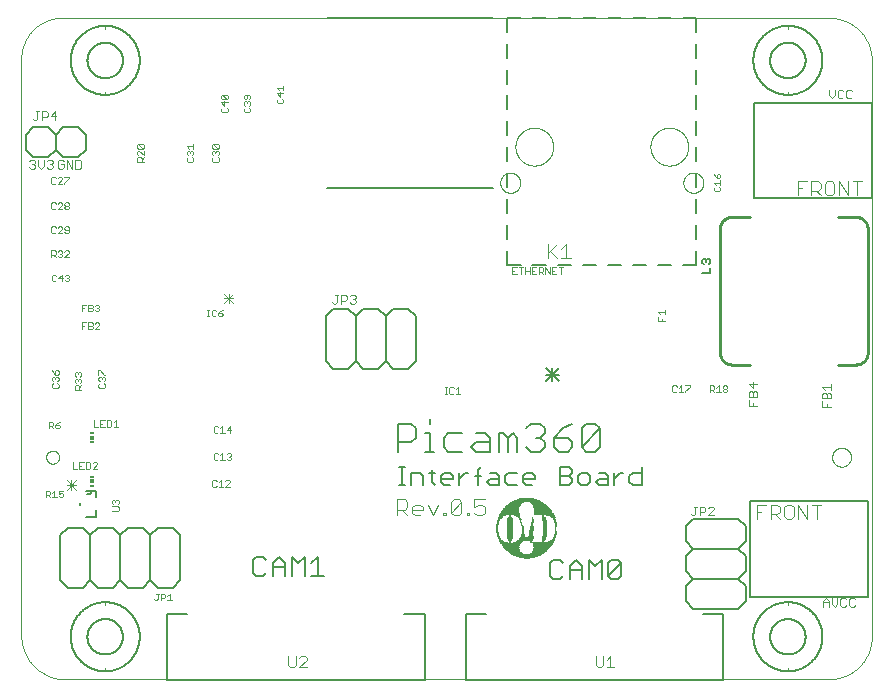
<source format=gto>
G75*
%MOIN*%
%OFA0B0*%
%FSLAX25Y25*%
%IPPOS*%
%LPD*%
%AMOC8*
5,1,8,0,0,1.08239X$1,22.5*
%
%ADD10C,0.00000*%
%ADD11C,0.00800*%
%ADD12C,0.00500*%
%ADD13C,0.00400*%
%ADD14C,0.00600*%
%ADD15C,0.00300*%
%ADD16C,0.00200*%
%ADD17R,0.01181X0.00591*%
%ADD18R,0.01181X0.01181*%
%ADD19R,0.01772X0.00039*%
%ADD20R,0.02480X0.00039*%
%ADD21R,0.03031X0.00039*%
%ADD22R,0.03504X0.00039*%
%ADD23R,0.03976X0.00039*%
%ADD24R,0.04291X0.00039*%
%ADD25R,0.04685X0.00039*%
%ADD26R,0.05000X0.00039*%
%ADD27R,0.05315X0.00039*%
%ADD28R,0.05551X0.00039*%
%ADD29R,0.05866X0.00039*%
%ADD30R,0.06102X0.00039*%
%ADD31R,0.06339X0.00039*%
%ADD32R,0.06575X0.00039*%
%ADD33R,0.06811X0.00039*%
%ADD34R,0.06969X0.00039*%
%ADD35R,0.07205X0.00039*%
%ADD36R,0.07441X0.00039*%
%ADD37R,0.07598X0.00039*%
%ADD38R,0.07756X0.00039*%
%ADD39R,0.07992X0.00039*%
%ADD40R,0.08150X0.00039*%
%ADD41R,0.08307X0.00039*%
%ADD42R,0.08465X0.00039*%
%ADD43R,0.08701X0.00039*%
%ADD44R,0.08858X0.00039*%
%ADD45R,0.09016X0.00039*%
%ADD46R,0.09173X0.00039*%
%ADD47R,0.04134X0.00039*%
%ADD48R,0.03937X0.00039*%
%ADD49R,0.04094X0.00039*%
%ADD50R,0.03898X0.00039*%
%ADD51R,0.04055X0.00039*%
%ADD52R,0.03858X0.00039*%
%ADD53R,0.04016X0.00039*%
%ADD54R,0.03819X0.00039*%
%ADD55R,0.04173X0.00039*%
%ADD56R,0.04213X0.00039*%
%ADD57R,0.04252X0.00039*%
%ADD58R,0.04331X0.00039*%
%ADD59R,0.04409X0.00039*%
%ADD60R,0.04449X0.00039*%
%ADD61R,0.04488X0.00039*%
%ADD62R,0.04370X0.00039*%
%ADD63R,0.04528X0.00039*%
%ADD64R,0.04567X0.00039*%
%ADD65R,0.04606X0.00039*%
%ADD66R,0.04646X0.00039*%
%ADD67R,0.04724X0.00039*%
%ADD68R,0.04764X0.00039*%
%ADD69R,0.04803X0.00039*%
%ADD70R,0.04843X0.00039*%
%ADD71R,0.04882X0.00039*%
%ADD72R,0.04921X0.00039*%
%ADD73R,0.04961X0.00039*%
%ADD74R,0.05039X0.00039*%
%ADD75R,0.05079X0.00039*%
%ADD76R,0.05118X0.00039*%
%ADD77R,0.05157X0.00039*%
%ADD78R,0.05197X0.00039*%
%ADD79R,0.05236X0.00039*%
%ADD80R,0.05276X0.00039*%
%ADD81R,0.05354X0.00039*%
%ADD82R,0.05394X0.00039*%
%ADD83R,0.05433X0.00039*%
%ADD84R,0.05472X0.00039*%
%ADD85R,0.05512X0.00039*%
%ADD86R,0.05591X0.00039*%
%ADD87R,0.05630X0.00039*%
%ADD88R,0.05669X0.00039*%
%ADD89R,0.05709X0.00039*%
%ADD90R,0.05748X0.00039*%
%ADD91R,0.05787X0.00039*%
%ADD92R,0.05827X0.00039*%
%ADD93R,0.05906X0.00039*%
%ADD94R,0.05945X0.00039*%
%ADD95R,0.05984X0.00039*%
%ADD96R,0.06024X0.00039*%
%ADD97R,0.06063X0.00039*%
%ADD98R,0.06142X0.00039*%
%ADD99R,0.06181X0.00039*%
%ADD100R,0.06220X0.00039*%
%ADD101R,0.06260X0.00039*%
%ADD102R,0.06299X0.00039*%
%ADD103R,0.06378X0.00039*%
%ADD104R,0.06457X0.00039*%
%ADD105R,0.06496X0.00039*%
%ADD106R,0.06535X0.00039*%
%ADD107R,0.06614X0.00039*%
%ADD108R,0.06693X0.00039*%
%ADD109R,0.06732X0.00039*%
%ADD110R,0.06654X0.00039*%
%ADD111R,0.02638X0.00039*%
%ADD112R,0.00551X0.00039*%
%ADD113R,0.06850X0.00039*%
%ADD114R,0.02402X0.00039*%
%ADD115R,0.02795X0.00039*%
%ADD116R,0.06890X0.00039*%
%ADD117R,0.02244X0.00039*%
%ADD118R,0.02677X0.00039*%
%ADD119R,0.02087X0.00039*%
%ADD120R,0.02559X0.00039*%
%ADD121R,0.07008X0.00039*%
%ADD122R,0.02008X0.00039*%
%ADD123R,0.02441X0.00039*%
%ADD124R,0.07087X0.00039*%
%ADD125R,0.01850X0.00039*%
%ADD126R,0.02362X0.00039*%
%ADD127R,0.07126X0.00039*%
%ADD128R,0.01811X0.00039*%
%ADD129R,0.02323X0.00039*%
%ADD130R,0.00197X0.00039*%
%ADD131R,0.00591X0.00039*%
%ADD132R,0.02283X0.00039*%
%ADD133R,0.01693X0.00039*%
%ADD134R,0.00118X0.00039*%
%ADD135R,0.02047X0.00039*%
%ADD136R,0.01654X0.00039*%
%ADD137R,0.02205X0.00039*%
%ADD138R,0.01929X0.00039*%
%ADD139R,0.01614X0.00039*%
%ADD140R,0.02165X0.00039*%
%ADD141R,0.01535X0.00039*%
%ADD142R,0.01732X0.00039*%
%ADD143R,0.01496X0.00039*%
%ADD144R,0.00157X0.00039*%
%ADD145R,0.01417X0.00039*%
%ADD146R,0.00236X0.00039*%
%ADD147R,0.01378X0.00039*%
%ADD148R,0.00276X0.00039*%
%ADD149R,0.01575X0.00039*%
%ADD150R,0.01339X0.00039*%
%ADD151R,0.00315X0.00039*%
%ADD152R,0.01299X0.00039*%
%ADD153R,0.00394X0.00039*%
%ADD154R,0.01457X0.00039*%
%ADD155R,0.01220X0.00039*%
%ADD156R,0.00472X0.00039*%
%ADD157R,0.00512X0.00039*%
%ADD158R,0.01181X0.00039*%
%ADD159R,0.01102X0.00039*%
%ADD160R,0.00669X0.00039*%
%ADD161R,0.01260X0.00039*%
%ADD162R,0.00709X0.00039*%
%ADD163R,0.00827X0.00039*%
%ADD164R,0.01063X0.00039*%
%ADD165R,0.00945X0.00039*%
%ADD166R,0.01024X0.00039*%
%ADD167R,0.01142X0.00039*%
%ADD168R,0.00984X0.00039*%
%ADD169R,0.00906X0.00039*%
%ADD170R,0.00866X0.00039*%
%ADD171R,0.00787X0.00039*%
%ADD172R,0.00748X0.00039*%
%ADD173R,0.00630X0.00039*%
%ADD174R,0.00433X0.00039*%
%ADD175R,0.00354X0.00039*%
%ADD176R,0.00079X0.00039*%
%ADD177R,0.01890X0.00039*%
%ADD178R,0.01969X0.00039*%
%ADD179R,0.02126X0.00039*%
%ADD180R,0.02598X0.00039*%
%ADD181R,0.02520X0.00039*%
%ADD182R,0.06417X0.00039*%
%ADD183R,0.09409X0.00039*%
%ADD184R,0.09331X0.00039*%
%ADD185C,0.01000*%
D10*
X0015673Y0001500D02*
X0270791Y0001500D01*
X0271133Y0001504D01*
X0271476Y0001517D01*
X0271818Y0001537D01*
X0272159Y0001566D01*
X0272499Y0001603D01*
X0272839Y0001649D01*
X0273177Y0001702D01*
X0273514Y0001764D01*
X0273849Y0001834D01*
X0274183Y0001912D01*
X0274514Y0001998D01*
X0274844Y0002092D01*
X0275171Y0002194D01*
X0275495Y0002303D01*
X0275817Y0002421D01*
X0276136Y0002546D01*
X0276451Y0002679D01*
X0276764Y0002820D01*
X0277072Y0002968D01*
X0277378Y0003123D01*
X0277679Y0003286D01*
X0277976Y0003456D01*
X0278269Y0003633D01*
X0278558Y0003818D01*
X0278842Y0004009D01*
X0279122Y0004207D01*
X0279396Y0004411D01*
X0279666Y0004623D01*
X0279930Y0004840D01*
X0280189Y0005064D01*
X0280443Y0005295D01*
X0280691Y0005531D01*
X0280933Y0005773D01*
X0281169Y0006021D01*
X0281400Y0006275D01*
X0281624Y0006534D01*
X0281841Y0006798D01*
X0282053Y0007068D01*
X0282257Y0007342D01*
X0282455Y0007622D01*
X0282646Y0007906D01*
X0282831Y0008195D01*
X0283008Y0008488D01*
X0283178Y0008785D01*
X0283341Y0009086D01*
X0283496Y0009392D01*
X0283644Y0009700D01*
X0283785Y0010013D01*
X0283918Y0010328D01*
X0284043Y0010647D01*
X0284161Y0010969D01*
X0284270Y0011293D01*
X0284372Y0011620D01*
X0284466Y0011950D01*
X0284552Y0012281D01*
X0284630Y0012615D01*
X0284700Y0012950D01*
X0284762Y0013287D01*
X0284815Y0013625D01*
X0284861Y0013965D01*
X0284898Y0014305D01*
X0284927Y0014646D01*
X0284947Y0014988D01*
X0284960Y0015331D01*
X0284964Y0015673D01*
X0284965Y0015673D02*
X0284965Y0207799D01*
X0284964Y0207799D02*
X0284960Y0208141D01*
X0284947Y0208484D01*
X0284927Y0208826D01*
X0284898Y0209167D01*
X0284861Y0209507D01*
X0284815Y0209847D01*
X0284762Y0210185D01*
X0284700Y0210522D01*
X0284630Y0210857D01*
X0284552Y0211191D01*
X0284466Y0211522D01*
X0284372Y0211852D01*
X0284270Y0212179D01*
X0284161Y0212503D01*
X0284043Y0212825D01*
X0283918Y0213144D01*
X0283785Y0213459D01*
X0283644Y0213772D01*
X0283496Y0214080D01*
X0283341Y0214386D01*
X0283178Y0214687D01*
X0283008Y0214984D01*
X0282831Y0215277D01*
X0282646Y0215566D01*
X0282455Y0215850D01*
X0282257Y0216130D01*
X0282053Y0216404D01*
X0281841Y0216674D01*
X0281624Y0216938D01*
X0281400Y0217197D01*
X0281169Y0217451D01*
X0280933Y0217699D01*
X0280691Y0217941D01*
X0280443Y0218177D01*
X0280189Y0218408D01*
X0279930Y0218632D01*
X0279666Y0218849D01*
X0279396Y0219061D01*
X0279122Y0219265D01*
X0278842Y0219463D01*
X0278558Y0219654D01*
X0278269Y0219839D01*
X0277976Y0220016D01*
X0277679Y0220186D01*
X0277378Y0220349D01*
X0277072Y0220504D01*
X0276764Y0220652D01*
X0276451Y0220793D01*
X0276136Y0220926D01*
X0275817Y0221051D01*
X0275495Y0221169D01*
X0275171Y0221278D01*
X0274844Y0221380D01*
X0274514Y0221474D01*
X0274183Y0221560D01*
X0273849Y0221638D01*
X0273514Y0221708D01*
X0273177Y0221770D01*
X0272839Y0221823D01*
X0272499Y0221869D01*
X0272159Y0221906D01*
X0271818Y0221935D01*
X0271476Y0221955D01*
X0271133Y0221968D01*
X0270791Y0221972D01*
X0015673Y0221972D01*
X0015342Y0221980D01*
X0015012Y0221980D01*
X0014681Y0221972D01*
X0014351Y0221956D01*
X0014021Y0221932D01*
X0013692Y0221901D01*
X0013364Y0221861D01*
X0013037Y0221813D01*
X0012711Y0221758D01*
X0012386Y0221694D01*
X0012063Y0221623D01*
X0011742Y0221544D01*
X0011423Y0221457D01*
X0011107Y0221363D01*
X0010792Y0221261D01*
X0010480Y0221151D01*
X0010171Y0221034D01*
X0009865Y0220909D01*
X0009562Y0220777D01*
X0009262Y0220638D01*
X0008965Y0220492D01*
X0008672Y0220338D01*
X0008383Y0220177D01*
X0008098Y0220010D01*
X0007817Y0219836D01*
X0007541Y0219654D01*
X0007269Y0219467D01*
X0007001Y0219272D01*
X0006738Y0219072D01*
X0006480Y0218865D01*
X0006228Y0218652D01*
X0005980Y0218433D01*
X0005738Y0218207D01*
X0005501Y0217977D01*
X0005270Y0217740D01*
X0005045Y0217498D01*
X0004826Y0217251D01*
X0004612Y0216998D01*
X0004405Y0216740D01*
X0004204Y0216478D01*
X0004010Y0216210D01*
X0003822Y0215938D01*
X0003641Y0215662D01*
X0003466Y0215381D01*
X0003299Y0215096D01*
X0003138Y0214807D01*
X0002984Y0214514D01*
X0002838Y0214218D01*
X0002698Y0213918D01*
X0002566Y0213615D01*
X0002441Y0213309D01*
X0002324Y0213000D01*
X0002214Y0212688D01*
X0002112Y0212373D01*
X0002017Y0212057D01*
X0001930Y0211738D01*
X0001851Y0211417D01*
X0001779Y0211094D01*
X0001716Y0210769D01*
X0001660Y0210443D01*
X0001612Y0210116D01*
X0001572Y0209788D01*
X0001540Y0209459D01*
X0001516Y0209129D01*
X0001500Y0208799D01*
X0001500Y0016673D01*
X0001492Y0016318D01*
X0001492Y0015963D01*
X0001502Y0015609D01*
X0001520Y0015254D01*
X0001546Y0014901D01*
X0001581Y0014548D01*
X0001625Y0014195D01*
X0001677Y0013845D01*
X0001737Y0013495D01*
X0001806Y0013147D01*
X0001884Y0012801D01*
X0001969Y0012456D01*
X0002063Y0012114D01*
X0002165Y0011774D01*
X0002276Y0011437D01*
X0002394Y0011103D01*
X0002521Y0010771D01*
X0002655Y0010443D01*
X0002798Y0010118D01*
X0002948Y0009797D01*
X0003106Y0009479D01*
X0003271Y0009165D01*
X0003445Y0008855D01*
X0003625Y0008550D01*
X0003813Y0008249D01*
X0004008Y0007953D01*
X0004210Y0007661D01*
X0004419Y0007375D01*
X0004635Y0007093D01*
X0004858Y0006817D01*
X0005088Y0006546D01*
X0005323Y0006281D01*
X0005566Y0006022D01*
X0005814Y0005769D01*
X0006068Y0005521D01*
X0006329Y0005280D01*
X0006595Y0005046D01*
X0006867Y0004817D01*
X0007144Y0004596D01*
X0007426Y0004381D01*
X0007714Y0004173D01*
X0008006Y0003972D01*
X0008303Y0003778D01*
X0008605Y0003592D01*
X0008911Y0003413D01*
X0009222Y0003241D01*
X0009536Y0003077D01*
X0009855Y0002920D01*
X0010177Y0002771D01*
X0010502Y0002630D01*
X0010831Y0002497D01*
X0011163Y0002372D01*
X0011498Y0002255D01*
X0011836Y0002146D01*
X0012176Y0002046D01*
X0012518Y0001953D01*
X0012863Y0001869D01*
X0013210Y0001793D01*
X0013558Y0001726D01*
X0013908Y0001667D01*
X0014259Y0001616D01*
X0014611Y0001574D01*
X0014965Y0001541D01*
X0015319Y0001516D01*
X0015673Y0001500D01*
X0009776Y0075500D02*
X0009778Y0075593D01*
X0009784Y0075685D01*
X0009794Y0075777D01*
X0009808Y0075868D01*
X0009825Y0075959D01*
X0009847Y0076049D01*
X0009872Y0076138D01*
X0009901Y0076226D01*
X0009934Y0076312D01*
X0009971Y0076397D01*
X0010011Y0076481D01*
X0010055Y0076562D01*
X0010102Y0076642D01*
X0010152Y0076720D01*
X0010206Y0076795D01*
X0010263Y0076868D01*
X0010323Y0076938D01*
X0010386Y0077006D01*
X0010452Y0077071D01*
X0010520Y0077133D01*
X0010591Y0077193D01*
X0010665Y0077249D01*
X0010741Y0077302D01*
X0010819Y0077351D01*
X0010899Y0077398D01*
X0010981Y0077440D01*
X0011065Y0077480D01*
X0011150Y0077515D01*
X0011237Y0077547D01*
X0011325Y0077576D01*
X0011414Y0077600D01*
X0011504Y0077621D01*
X0011595Y0077637D01*
X0011687Y0077650D01*
X0011779Y0077659D01*
X0011872Y0077664D01*
X0011964Y0077665D01*
X0012057Y0077662D01*
X0012149Y0077655D01*
X0012241Y0077644D01*
X0012332Y0077629D01*
X0012423Y0077611D01*
X0012513Y0077588D01*
X0012601Y0077562D01*
X0012689Y0077532D01*
X0012775Y0077498D01*
X0012859Y0077461D01*
X0012942Y0077419D01*
X0013023Y0077375D01*
X0013103Y0077327D01*
X0013180Y0077276D01*
X0013254Y0077221D01*
X0013327Y0077163D01*
X0013397Y0077103D01*
X0013464Y0077039D01*
X0013528Y0076973D01*
X0013590Y0076903D01*
X0013648Y0076832D01*
X0013703Y0076758D01*
X0013755Y0076681D01*
X0013804Y0076602D01*
X0013850Y0076522D01*
X0013892Y0076439D01*
X0013930Y0076355D01*
X0013965Y0076269D01*
X0013996Y0076182D01*
X0014023Y0076094D01*
X0014046Y0076004D01*
X0014066Y0075914D01*
X0014082Y0075823D01*
X0014094Y0075731D01*
X0014102Y0075639D01*
X0014106Y0075546D01*
X0014106Y0075454D01*
X0014102Y0075361D01*
X0014094Y0075269D01*
X0014082Y0075177D01*
X0014066Y0075086D01*
X0014046Y0074996D01*
X0014023Y0074906D01*
X0013996Y0074818D01*
X0013965Y0074731D01*
X0013930Y0074645D01*
X0013892Y0074561D01*
X0013850Y0074478D01*
X0013804Y0074398D01*
X0013755Y0074319D01*
X0013703Y0074242D01*
X0013648Y0074168D01*
X0013590Y0074097D01*
X0013528Y0074027D01*
X0013464Y0073961D01*
X0013397Y0073897D01*
X0013327Y0073837D01*
X0013254Y0073779D01*
X0013180Y0073724D01*
X0013103Y0073673D01*
X0013024Y0073625D01*
X0012942Y0073581D01*
X0012859Y0073539D01*
X0012775Y0073502D01*
X0012689Y0073468D01*
X0012601Y0073438D01*
X0012513Y0073412D01*
X0012423Y0073389D01*
X0012332Y0073371D01*
X0012241Y0073356D01*
X0012149Y0073345D01*
X0012057Y0073338D01*
X0011964Y0073335D01*
X0011872Y0073336D01*
X0011779Y0073341D01*
X0011687Y0073350D01*
X0011595Y0073363D01*
X0011504Y0073379D01*
X0011414Y0073400D01*
X0011325Y0073424D01*
X0011237Y0073453D01*
X0011150Y0073485D01*
X0011065Y0073520D01*
X0010981Y0073560D01*
X0010899Y0073602D01*
X0010819Y0073649D01*
X0010741Y0073698D01*
X0010665Y0073751D01*
X0010591Y0073807D01*
X0010520Y0073867D01*
X0010452Y0073929D01*
X0010386Y0073994D01*
X0010323Y0074062D01*
X0010263Y0074132D01*
X0010206Y0074205D01*
X0010152Y0074280D01*
X0010102Y0074358D01*
X0010055Y0074438D01*
X0010011Y0074519D01*
X0009971Y0074603D01*
X0009934Y0074688D01*
X0009901Y0074774D01*
X0009872Y0074862D01*
X0009847Y0074951D01*
X0009825Y0075041D01*
X0009808Y0075132D01*
X0009794Y0075223D01*
X0009784Y0075315D01*
X0009778Y0075407D01*
X0009776Y0075500D01*
X0161142Y0166992D02*
X0161144Y0167107D01*
X0161150Y0167223D01*
X0161160Y0167338D01*
X0161174Y0167453D01*
X0161192Y0167567D01*
X0161214Y0167680D01*
X0161239Y0167793D01*
X0161269Y0167904D01*
X0161302Y0168015D01*
X0161339Y0168124D01*
X0161380Y0168232D01*
X0161425Y0168339D01*
X0161473Y0168444D01*
X0161525Y0168547D01*
X0161581Y0168648D01*
X0161640Y0168748D01*
X0161702Y0168845D01*
X0161768Y0168940D01*
X0161836Y0169033D01*
X0161908Y0169123D01*
X0161983Y0169211D01*
X0162062Y0169296D01*
X0162143Y0169378D01*
X0162226Y0169458D01*
X0162313Y0169534D01*
X0162402Y0169608D01*
X0162493Y0169678D01*
X0162587Y0169746D01*
X0162683Y0169810D01*
X0162782Y0169870D01*
X0162882Y0169927D01*
X0162984Y0169981D01*
X0163088Y0170031D01*
X0163194Y0170078D01*
X0163301Y0170121D01*
X0163410Y0170160D01*
X0163520Y0170195D01*
X0163631Y0170226D01*
X0163743Y0170254D01*
X0163856Y0170278D01*
X0163970Y0170298D01*
X0164085Y0170314D01*
X0164200Y0170326D01*
X0164315Y0170334D01*
X0164430Y0170338D01*
X0164546Y0170338D01*
X0164661Y0170334D01*
X0164776Y0170326D01*
X0164891Y0170314D01*
X0165006Y0170298D01*
X0165120Y0170278D01*
X0165233Y0170254D01*
X0165345Y0170226D01*
X0165456Y0170195D01*
X0165566Y0170160D01*
X0165675Y0170121D01*
X0165782Y0170078D01*
X0165888Y0170031D01*
X0165992Y0169981D01*
X0166094Y0169927D01*
X0166194Y0169870D01*
X0166293Y0169810D01*
X0166389Y0169746D01*
X0166483Y0169678D01*
X0166574Y0169608D01*
X0166663Y0169534D01*
X0166750Y0169458D01*
X0166833Y0169378D01*
X0166914Y0169296D01*
X0166993Y0169211D01*
X0167068Y0169123D01*
X0167140Y0169033D01*
X0167208Y0168940D01*
X0167274Y0168845D01*
X0167336Y0168748D01*
X0167395Y0168648D01*
X0167451Y0168547D01*
X0167503Y0168444D01*
X0167551Y0168339D01*
X0167596Y0168232D01*
X0167637Y0168124D01*
X0167674Y0168015D01*
X0167707Y0167904D01*
X0167737Y0167793D01*
X0167762Y0167680D01*
X0167784Y0167567D01*
X0167802Y0167453D01*
X0167816Y0167338D01*
X0167826Y0167223D01*
X0167832Y0167107D01*
X0167834Y0166992D01*
X0167832Y0166877D01*
X0167826Y0166761D01*
X0167816Y0166646D01*
X0167802Y0166531D01*
X0167784Y0166417D01*
X0167762Y0166304D01*
X0167737Y0166191D01*
X0167707Y0166080D01*
X0167674Y0165969D01*
X0167637Y0165860D01*
X0167596Y0165752D01*
X0167551Y0165645D01*
X0167503Y0165540D01*
X0167451Y0165437D01*
X0167395Y0165336D01*
X0167336Y0165236D01*
X0167274Y0165139D01*
X0167208Y0165044D01*
X0167140Y0164951D01*
X0167068Y0164861D01*
X0166993Y0164773D01*
X0166914Y0164688D01*
X0166833Y0164606D01*
X0166750Y0164526D01*
X0166663Y0164450D01*
X0166574Y0164376D01*
X0166483Y0164306D01*
X0166389Y0164238D01*
X0166293Y0164174D01*
X0166194Y0164114D01*
X0166094Y0164057D01*
X0165992Y0164003D01*
X0165888Y0163953D01*
X0165782Y0163906D01*
X0165675Y0163863D01*
X0165566Y0163824D01*
X0165456Y0163789D01*
X0165345Y0163758D01*
X0165233Y0163730D01*
X0165120Y0163706D01*
X0165006Y0163686D01*
X0164891Y0163670D01*
X0164776Y0163658D01*
X0164661Y0163650D01*
X0164546Y0163646D01*
X0164430Y0163646D01*
X0164315Y0163650D01*
X0164200Y0163658D01*
X0164085Y0163670D01*
X0163970Y0163686D01*
X0163856Y0163706D01*
X0163743Y0163730D01*
X0163631Y0163758D01*
X0163520Y0163789D01*
X0163410Y0163824D01*
X0163301Y0163863D01*
X0163194Y0163906D01*
X0163088Y0163953D01*
X0162984Y0164003D01*
X0162882Y0164057D01*
X0162782Y0164114D01*
X0162683Y0164174D01*
X0162587Y0164238D01*
X0162493Y0164306D01*
X0162402Y0164376D01*
X0162313Y0164450D01*
X0162226Y0164526D01*
X0162143Y0164606D01*
X0162062Y0164688D01*
X0161983Y0164773D01*
X0161908Y0164861D01*
X0161836Y0164951D01*
X0161768Y0165044D01*
X0161702Y0165139D01*
X0161640Y0165236D01*
X0161581Y0165336D01*
X0161525Y0165437D01*
X0161473Y0165540D01*
X0161425Y0165645D01*
X0161380Y0165752D01*
X0161339Y0165860D01*
X0161302Y0165969D01*
X0161269Y0166080D01*
X0161239Y0166191D01*
X0161214Y0166304D01*
X0161192Y0166417D01*
X0161174Y0166531D01*
X0161160Y0166646D01*
X0161150Y0166761D01*
X0161144Y0166877D01*
X0161142Y0166992D01*
X0166201Y0179000D02*
X0166203Y0179158D01*
X0166209Y0179316D01*
X0166219Y0179474D01*
X0166233Y0179632D01*
X0166251Y0179789D01*
X0166272Y0179946D01*
X0166298Y0180102D01*
X0166328Y0180258D01*
X0166361Y0180413D01*
X0166399Y0180566D01*
X0166440Y0180719D01*
X0166485Y0180871D01*
X0166534Y0181022D01*
X0166587Y0181171D01*
X0166643Y0181319D01*
X0166703Y0181465D01*
X0166767Y0181610D01*
X0166835Y0181753D01*
X0166906Y0181895D01*
X0166980Y0182035D01*
X0167058Y0182172D01*
X0167140Y0182308D01*
X0167224Y0182442D01*
X0167313Y0182573D01*
X0167404Y0182702D01*
X0167499Y0182829D01*
X0167596Y0182954D01*
X0167697Y0183076D01*
X0167801Y0183195D01*
X0167908Y0183312D01*
X0168018Y0183426D01*
X0168131Y0183537D01*
X0168246Y0183646D01*
X0168364Y0183751D01*
X0168485Y0183853D01*
X0168608Y0183953D01*
X0168734Y0184049D01*
X0168862Y0184142D01*
X0168992Y0184232D01*
X0169125Y0184318D01*
X0169260Y0184402D01*
X0169396Y0184481D01*
X0169535Y0184558D01*
X0169676Y0184630D01*
X0169818Y0184700D01*
X0169962Y0184765D01*
X0170108Y0184827D01*
X0170255Y0184885D01*
X0170404Y0184940D01*
X0170554Y0184991D01*
X0170705Y0185038D01*
X0170857Y0185081D01*
X0171010Y0185120D01*
X0171165Y0185156D01*
X0171320Y0185187D01*
X0171476Y0185215D01*
X0171632Y0185239D01*
X0171789Y0185259D01*
X0171947Y0185275D01*
X0172104Y0185287D01*
X0172263Y0185295D01*
X0172421Y0185299D01*
X0172579Y0185299D01*
X0172737Y0185295D01*
X0172896Y0185287D01*
X0173053Y0185275D01*
X0173211Y0185259D01*
X0173368Y0185239D01*
X0173524Y0185215D01*
X0173680Y0185187D01*
X0173835Y0185156D01*
X0173990Y0185120D01*
X0174143Y0185081D01*
X0174295Y0185038D01*
X0174446Y0184991D01*
X0174596Y0184940D01*
X0174745Y0184885D01*
X0174892Y0184827D01*
X0175038Y0184765D01*
X0175182Y0184700D01*
X0175324Y0184630D01*
X0175465Y0184558D01*
X0175604Y0184481D01*
X0175740Y0184402D01*
X0175875Y0184318D01*
X0176008Y0184232D01*
X0176138Y0184142D01*
X0176266Y0184049D01*
X0176392Y0183953D01*
X0176515Y0183853D01*
X0176636Y0183751D01*
X0176754Y0183646D01*
X0176869Y0183537D01*
X0176982Y0183426D01*
X0177092Y0183312D01*
X0177199Y0183195D01*
X0177303Y0183076D01*
X0177404Y0182954D01*
X0177501Y0182829D01*
X0177596Y0182702D01*
X0177687Y0182573D01*
X0177776Y0182442D01*
X0177860Y0182308D01*
X0177942Y0182172D01*
X0178020Y0182035D01*
X0178094Y0181895D01*
X0178165Y0181753D01*
X0178233Y0181610D01*
X0178297Y0181465D01*
X0178357Y0181319D01*
X0178413Y0181171D01*
X0178466Y0181022D01*
X0178515Y0180871D01*
X0178560Y0180719D01*
X0178601Y0180566D01*
X0178639Y0180413D01*
X0178672Y0180258D01*
X0178702Y0180102D01*
X0178728Y0179946D01*
X0178749Y0179789D01*
X0178767Y0179632D01*
X0178781Y0179474D01*
X0178791Y0179316D01*
X0178797Y0179158D01*
X0178799Y0179000D01*
X0178797Y0178842D01*
X0178791Y0178684D01*
X0178781Y0178526D01*
X0178767Y0178368D01*
X0178749Y0178211D01*
X0178728Y0178054D01*
X0178702Y0177898D01*
X0178672Y0177742D01*
X0178639Y0177587D01*
X0178601Y0177434D01*
X0178560Y0177281D01*
X0178515Y0177129D01*
X0178466Y0176978D01*
X0178413Y0176829D01*
X0178357Y0176681D01*
X0178297Y0176535D01*
X0178233Y0176390D01*
X0178165Y0176247D01*
X0178094Y0176105D01*
X0178020Y0175965D01*
X0177942Y0175828D01*
X0177860Y0175692D01*
X0177776Y0175558D01*
X0177687Y0175427D01*
X0177596Y0175298D01*
X0177501Y0175171D01*
X0177404Y0175046D01*
X0177303Y0174924D01*
X0177199Y0174805D01*
X0177092Y0174688D01*
X0176982Y0174574D01*
X0176869Y0174463D01*
X0176754Y0174354D01*
X0176636Y0174249D01*
X0176515Y0174147D01*
X0176392Y0174047D01*
X0176266Y0173951D01*
X0176138Y0173858D01*
X0176008Y0173768D01*
X0175875Y0173682D01*
X0175740Y0173598D01*
X0175604Y0173519D01*
X0175465Y0173442D01*
X0175324Y0173370D01*
X0175182Y0173300D01*
X0175038Y0173235D01*
X0174892Y0173173D01*
X0174745Y0173115D01*
X0174596Y0173060D01*
X0174446Y0173009D01*
X0174295Y0172962D01*
X0174143Y0172919D01*
X0173990Y0172880D01*
X0173835Y0172844D01*
X0173680Y0172813D01*
X0173524Y0172785D01*
X0173368Y0172761D01*
X0173211Y0172741D01*
X0173053Y0172725D01*
X0172896Y0172713D01*
X0172737Y0172705D01*
X0172579Y0172701D01*
X0172421Y0172701D01*
X0172263Y0172705D01*
X0172104Y0172713D01*
X0171947Y0172725D01*
X0171789Y0172741D01*
X0171632Y0172761D01*
X0171476Y0172785D01*
X0171320Y0172813D01*
X0171165Y0172844D01*
X0171010Y0172880D01*
X0170857Y0172919D01*
X0170705Y0172962D01*
X0170554Y0173009D01*
X0170404Y0173060D01*
X0170255Y0173115D01*
X0170108Y0173173D01*
X0169962Y0173235D01*
X0169818Y0173300D01*
X0169676Y0173370D01*
X0169535Y0173442D01*
X0169396Y0173519D01*
X0169260Y0173598D01*
X0169125Y0173682D01*
X0168992Y0173768D01*
X0168862Y0173858D01*
X0168734Y0173951D01*
X0168608Y0174047D01*
X0168485Y0174147D01*
X0168364Y0174249D01*
X0168246Y0174354D01*
X0168131Y0174463D01*
X0168018Y0174574D01*
X0167908Y0174688D01*
X0167801Y0174805D01*
X0167697Y0174924D01*
X0167596Y0175046D01*
X0167499Y0175171D01*
X0167404Y0175298D01*
X0167313Y0175427D01*
X0167224Y0175558D01*
X0167140Y0175692D01*
X0167058Y0175828D01*
X0166980Y0175965D01*
X0166906Y0176105D01*
X0166835Y0176247D01*
X0166767Y0176390D01*
X0166703Y0176535D01*
X0166643Y0176681D01*
X0166587Y0176829D01*
X0166534Y0176978D01*
X0166485Y0177129D01*
X0166440Y0177281D01*
X0166399Y0177434D01*
X0166361Y0177587D01*
X0166328Y0177742D01*
X0166298Y0177898D01*
X0166272Y0178054D01*
X0166251Y0178211D01*
X0166233Y0178368D01*
X0166219Y0178526D01*
X0166209Y0178684D01*
X0166203Y0178842D01*
X0166201Y0179000D01*
X0211201Y0179000D02*
X0211203Y0179158D01*
X0211209Y0179316D01*
X0211219Y0179474D01*
X0211233Y0179632D01*
X0211251Y0179789D01*
X0211272Y0179946D01*
X0211298Y0180102D01*
X0211328Y0180258D01*
X0211361Y0180413D01*
X0211399Y0180566D01*
X0211440Y0180719D01*
X0211485Y0180871D01*
X0211534Y0181022D01*
X0211587Y0181171D01*
X0211643Y0181319D01*
X0211703Y0181465D01*
X0211767Y0181610D01*
X0211835Y0181753D01*
X0211906Y0181895D01*
X0211980Y0182035D01*
X0212058Y0182172D01*
X0212140Y0182308D01*
X0212224Y0182442D01*
X0212313Y0182573D01*
X0212404Y0182702D01*
X0212499Y0182829D01*
X0212596Y0182954D01*
X0212697Y0183076D01*
X0212801Y0183195D01*
X0212908Y0183312D01*
X0213018Y0183426D01*
X0213131Y0183537D01*
X0213246Y0183646D01*
X0213364Y0183751D01*
X0213485Y0183853D01*
X0213608Y0183953D01*
X0213734Y0184049D01*
X0213862Y0184142D01*
X0213992Y0184232D01*
X0214125Y0184318D01*
X0214260Y0184402D01*
X0214396Y0184481D01*
X0214535Y0184558D01*
X0214676Y0184630D01*
X0214818Y0184700D01*
X0214962Y0184765D01*
X0215108Y0184827D01*
X0215255Y0184885D01*
X0215404Y0184940D01*
X0215554Y0184991D01*
X0215705Y0185038D01*
X0215857Y0185081D01*
X0216010Y0185120D01*
X0216165Y0185156D01*
X0216320Y0185187D01*
X0216476Y0185215D01*
X0216632Y0185239D01*
X0216789Y0185259D01*
X0216947Y0185275D01*
X0217104Y0185287D01*
X0217263Y0185295D01*
X0217421Y0185299D01*
X0217579Y0185299D01*
X0217737Y0185295D01*
X0217896Y0185287D01*
X0218053Y0185275D01*
X0218211Y0185259D01*
X0218368Y0185239D01*
X0218524Y0185215D01*
X0218680Y0185187D01*
X0218835Y0185156D01*
X0218990Y0185120D01*
X0219143Y0185081D01*
X0219295Y0185038D01*
X0219446Y0184991D01*
X0219596Y0184940D01*
X0219745Y0184885D01*
X0219892Y0184827D01*
X0220038Y0184765D01*
X0220182Y0184700D01*
X0220324Y0184630D01*
X0220465Y0184558D01*
X0220604Y0184481D01*
X0220740Y0184402D01*
X0220875Y0184318D01*
X0221008Y0184232D01*
X0221138Y0184142D01*
X0221266Y0184049D01*
X0221392Y0183953D01*
X0221515Y0183853D01*
X0221636Y0183751D01*
X0221754Y0183646D01*
X0221869Y0183537D01*
X0221982Y0183426D01*
X0222092Y0183312D01*
X0222199Y0183195D01*
X0222303Y0183076D01*
X0222404Y0182954D01*
X0222501Y0182829D01*
X0222596Y0182702D01*
X0222687Y0182573D01*
X0222776Y0182442D01*
X0222860Y0182308D01*
X0222942Y0182172D01*
X0223020Y0182035D01*
X0223094Y0181895D01*
X0223165Y0181753D01*
X0223233Y0181610D01*
X0223297Y0181465D01*
X0223357Y0181319D01*
X0223413Y0181171D01*
X0223466Y0181022D01*
X0223515Y0180871D01*
X0223560Y0180719D01*
X0223601Y0180566D01*
X0223639Y0180413D01*
X0223672Y0180258D01*
X0223702Y0180102D01*
X0223728Y0179946D01*
X0223749Y0179789D01*
X0223767Y0179632D01*
X0223781Y0179474D01*
X0223791Y0179316D01*
X0223797Y0179158D01*
X0223799Y0179000D01*
X0223797Y0178842D01*
X0223791Y0178684D01*
X0223781Y0178526D01*
X0223767Y0178368D01*
X0223749Y0178211D01*
X0223728Y0178054D01*
X0223702Y0177898D01*
X0223672Y0177742D01*
X0223639Y0177587D01*
X0223601Y0177434D01*
X0223560Y0177281D01*
X0223515Y0177129D01*
X0223466Y0176978D01*
X0223413Y0176829D01*
X0223357Y0176681D01*
X0223297Y0176535D01*
X0223233Y0176390D01*
X0223165Y0176247D01*
X0223094Y0176105D01*
X0223020Y0175965D01*
X0222942Y0175828D01*
X0222860Y0175692D01*
X0222776Y0175558D01*
X0222687Y0175427D01*
X0222596Y0175298D01*
X0222501Y0175171D01*
X0222404Y0175046D01*
X0222303Y0174924D01*
X0222199Y0174805D01*
X0222092Y0174688D01*
X0221982Y0174574D01*
X0221869Y0174463D01*
X0221754Y0174354D01*
X0221636Y0174249D01*
X0221515Y0174147D01*
X0221392Y0174047D01*
X0221266Y0173951D01*
X0221138Y0173858D01*
X0221008Y0173768D01*
X0220875Y0173682D01*
X0220740Y0173598D01*
X0220604Y0173519D01*
X0220465Y0173442D01*
X0220324Y0173370D01*
X0220182Y0173300D01*
X0220038Y0173235D01*
X0219892Y0173173D01*
X0219745Y0173115D01*
X0219596Y0173060D01*
X0219446Y0173009D01*
X0219295Y0172962D01*
X0219143Y0172919D01*
X0218990Y0172880D01*
X0218835Y0172844D01*
X0218680Y0172813D01*
X0218524Y0172785D01*
X0218368Y0172761D01*
X0218211Y0172741D01*
X0218053Y0172725D01*
X0217896Y0172713D01*
X0217737Y0172705D01*
X0217579Y0172701D01*
X0217421Y0172701D01*
X0217263Y0172705D01*
X0217104Y0172713D01*
X0216947Y0172725D01*
X0216789Y0172741D01*
X0216632Y0172761D01*
X0216476Y0172785D01*
X0216320Y0172813D01*
X0216165Y0172844D01*
X0216010Y0172880D01*
X0215857Y0172919D01*
X0215705Y0172962D01*
X0215554Y0173009D01*
X0215404Y0173060D01*
X0215255Y0173115D01*
X0215108Y0173173D01*
X0214962Y0173235D01*
X0214818Y0173300D01*
X0214676Y0173370D01*
X0214535Y0173442D01*
X0214396Y0173519D01*
X0214260Y0173598D01*
X0214125Y0173682D01*
X0213992Y0173768D01*
X0213862Y0173858D01*
X0213734Y0173951D01*
X0213608Y0174047D01*
X0213485Y0174147D01*
X0213364Y0174249D01*
X0213246Y0174354D01*
X0213131Y0174463D01*
X0213018Y0174574D01*
X0212908Y0174688D01*
X0212801Y0174805D01*
X0212697Y0174924D01*
X0212596Y0175046D01*
X0212499Y0175171D01*
X0212404Y0175298D01*
X0212313Y0175427D01*
X0212224Y0175558D01*
X0212140Y0175692D01*
X0212058Y0175828D01*
X0211980Y0175965D01*
X0211906Y0176105D01*
X0211835Y0176247D01*
X0211767Y0176390D01*
X0211703Y0176535D01*
X0211643Y0176681D01*
X0211587Y0176829D01*
X0211534Y0176978D01*
X0211485Y0177129D01*
X0211440Y0177281D01*
X0211399Y0177434D01*
X0211361Y0177587D01*
X0211328Y0177742D01*
X0211298Y0177898D01*
X0211272Y0178054D01*
X0211251Y0178211D01*
X0211233Y0178368D01*
X0211219Y0178526D01*
X0211209Y0178684D01*
X0211203Y0178842D01*
X0211201Y0179000D01*
X0222166Y0166992D02*
X0222168Y0167107D01*
X0222174Y0167223D01*
X0222184Y0167338D01*
X0222198Y0167453D01*
X0222216Y0167567D01*
X0222238Y0167680D01*
X0222263Y0167793D01*
X0222293Y0167904D01*
X0222326Y0168015D01*
X0222363Y0168124D01*
X0222404Y0168232D01*
X0222449Y0168339D01*
X0222497Y0168444D01*
X0222549Y0168547D01*
X0222605Y0168648D01*
X0222664Y0168748D01*
X0222726Y0168845D01*
X0222792Y0168940D01*
X0222860Y0169033D01*
X0222932Y0169123D01*
X0223007Y0169211D01*
X0223086Y0169296D01*
X0223167Y0169378D01*
X0223250Y0169458D01*
X0223337Y0169534D01*
X0223426Y0169608D01*
X0223517Y0169678D01*
X0223611Y0169746D01*
X0223707Y0169810D01*
X0223806Y0169870D01*
X0223906Y0169927D01*
X0224008Y0169981D01*
X0224112Y0170031D01*
X0224218Y0170078D01*
X0224325Y0170121D01*
X0224434Y0170160D01*
X0224544Y0170195D01*
X0224655Y0170226D01*
X0224767Y0170254D01*
X0224880Y0170278D01*
X0224994Y0170298D01*
X0225109Y0170314D01*
X0225224Y0170326D01*
X0225339Y0170334D01*
X0225454Y0170338D01*
X0225570Y0170338D01*
X0225685Y0170334D01*
X0225800Y0170326D01*
X0225915Y0170314D01*
X0226030Y0170298D01*
X0226144Y0170278D01*
X0226257Y0170254D01*
X0226369Y0170226D01*
X0226480Y0170195D01*
X0226590Y0170160D01*
X0226699Y0170121D01*
X0226806Y0170078D01*
X0226912Y0170031D01*
X0227016Y0169981D01*
X0227118Y0169927D01*
X0227218Y0169870D01*
X0227317Y0169810D01*
X0227413Y0169746D01*
X0227507Y0169678D01*
X0227598Y0169608D01*
X0227687Y0169534D01*
X0227774Y0169458D01*
X0227857Y0169378D01*
X0227938Y0169296D01*
X0228017Y0169211D01*
X0228092Y0169123D01*
X0228164Y0169033D01*
X0228232Y0168940D01*
X0228298Y0168845D01*
X0228360Y0168748D01*
X0228419Y0168648D01*
X0228475Y0168547D01*
X0228527Y0168444D01*
X0228575Y0168339D01*
X0228620Y0168232D01*
X0228661Y0168124D01*
X0228698Y0168015D01*
X0228731Y0167904D01*
X0228761Y0167793D01*
X0228786Y0167680D01*
X0228808Y0167567D01*
X0228826Y0167453D01*
X0228840Y0167338D01*
X0228850Y0167223D01*
X0228856Y0167107D01*
X0228858Y0166992D01*
X0228856Y0166877D01*
X0228850Y0166761D01*
X0228840Y0166646D01*
X0228826Y0166531D01*
X0228808Y0166417D01*
X0228786Y0166304D01*
X0228761Y0166191D01*
X0228731Y0166080D01*
X0228698Y0165969D01*
X0228661Y0165860D01*
X0228620Y0165752D01*
X0228575Y0165645D01*
X0228527Y0165540D01*
X0228475Y0165437D01*
X0228419Y0165336D01*
X0228360Y0165236D01*
X0228298Y0165139D01*
X0228232Y0165044D01*
X0228164Y0164951D01*
X0228092Y0164861D01*
X0228017Y0164773D01*
X0227938Y0164688D01*
X0227857Y0164606D01*
X0227774Y0164526D01*
X0227687Y0164450D01*
X0227598Y0164376D01*
X0227507Y0164306D01*
X0227413Y0164238D01*
X0227317Y0164174D01*
X0227218Y0164114D01*
X0227118Y0164057D01*
X0227016Y0164003D01*
X0226912Y0163953D01*
X0226806Y0163906D01*
X0226699Y0163863D01*
X0226590Y0163824D01*
X0226480Y0163789D01*
X0226369Y0163758D01*
X0226257Y0163730D01*
X0226144Y0163706D01*
X0226030Y0163686D01*
X0225915Y0163670D01*
X0225800Y0163658D01*
X0225685Y0163650D01*
X0225570Y0163646D01*
X0225454Y0163646D01*
X0225339Y0163650D01*
X0225224Y0163658D01*
X0225109Y0163670D01*
X0224994Y0163686D01*
X0224880Y0163706D01*
X0224767Y0163730D01*
X0224655Y0163758D01*
X0224544Y0163789D01*
X0224434Y0163824D01*
X0224325Y0163863D01*
X0224218Y0163906D01*
X0224112Y0163953D01*
X0224008Y0164003D01*
X0223906Y0164057D01*
X0223806Y0164114D01*
X0223707Y0164174D01*
X0223611Y0164238D01*
X0223517Y0164306D01*
X0223426Y0164376D01*
X0223337Y0164450D01*
X0223250Y0164526D01*
X0223167Y0164606D01*
X0223086Y0164688D01*
X0223007Y0164773D01*
X0222932Y0164861D01*
X0222860Y0164951D01*
X0222792Y0165044D01*
X0222726Y0165139D01*
X0222664Y0165236D01*
X0222605Y0165336D01*
X0222549Y0165437D01*
X0222497Y0165540D01*
X0222449Y0165645D01*
X0222404Y0165752D01*
X0222363Y0165860D01*
X0222326Y0165969D01*
X0222293Y0166080D01*
X0222263Y0166191D01*
X0222238Y0166304D01*
X0222216Y0166417D01*
X0222198Y0166531D01*
X0222184Y0166646D01*
X0222174Y0166761D01*
X0222168Y0166877D01*
X0222166Y0166992D01*
X0271783Y0075500D02*
X0271785Y0075612D01*
X0271791Y0075723D01*
X0271801Y0075835D01*
X0271815Y0075946D01*
X0271832Y0076056D01*
X0271854Y0076166D01*
X0271880Y0076275D01*
X0271909Y0076383D01*
X0271942Y0076489D01*
X0271979Y0076595D01*
X0272020Y0076699D01*
X0272065Y0076802D01*
X0272113Y0076903D01*
X0272164Y0077002D01*
X0272219Y0077099D01*
X0272278Y0077194D01*
X0272339Y0077288D01*
X0272404Y0077379D01*
X0272473Y0077467D01*
X0272544Y0077553D01*
X0272618Y0077637D01*
X0272696Y0077717D01*
X0272776Y0077795D01*
X0272859Y0077871D01*
X0272944Y0077943D01*
X0273032Y0078012D01*
X0273122Y0078078D01*
X0273215Y0078140D01*
X0273310Y0078200D01*
X0273407Y0078256D01*
X0273505Y0078308D01*
X0273606Y0078357D01*
X0273708Y0078402D01*
X0273812Y0078444D01*
X0273917Y0078482D01*
X0274024Y0078516D01*
X0274131Y0078546D01*
X0274240Y0078573D01*
X0274349Y0078595D01*
X0274460Y0078614D01*
X0274570Y0078629D01*
X0274682Y0078640D01*
X0274793Y0078647D01*
X0274905Y0078650D01*
X0275017Y0078649D01*
X0275129Y0078644D01*
X0275240Y0078635D01*
X0275351Y0078622D01*
X0275462Y0078605D01*
X0275572Y0078585D01*
X0275681Y0078560D01*
X0275789Y0078532D01*
X0275896Y0078499D01*
X0276002Y0078463D01*
X0276106Y0078423D01*
X0276209Y0078380D01*
X0276311Y0078333D01*
X0276410Y0078282D01*
X0276508Y0078228D01*
X0276604Y0078170D01*
X0276698Y0078109D01*
X0276789Y0078045D01*
X0276878Y0077978D01*
X0276965Y0077907D01*
X0277049Y0077833D01*
X0277131Y0077757D01*
X0277209Y0077677D01*
X0277285Y0077595D01*
X0277358Y0077510D01*
X0277428Y0077423D01*
X0277494Y0077333D01*
X0277558Y0077241D01*
X0277618Y0077147D01*
X0277675Y0077051D01*
X0277728Y0076952D01*
X0277778Y0076852D01*
X0277824Y0076751D01*
X0277867Y0076647D01*
X0277906Y0076542D01*
X0277941Y0076436D01*
X0277972Y0076329D01*
X0278000Y0076220D01*
X0278023Y0076111D01*
X0278043Y0076001D01*
X0278059Y0075890D01*
X0278071Y0075779D01*
X0278079Y0075668D01*
X0278083Y0075556D01*
X0278083Y0075444D01*
X0278079Y0075332D01*
X0278071Y0075221D01*
X0278059Y0075110D01*
X0278043Y0074999D01*
X0278023Y0074889D01*
X0278000Y0074780D01*
X0277972Y0074671D01*
X0277941Y0074564D01*
X0277906Y0074458D01*
X0277867Y0074353D01*
X0277824Y0074249D01*
X0277778Y0074148D01*
X0277728Y0074048D01*
X0277675Y0073949D01*
X0277618Y0073853D01*
X0277558Y0073759D01*
X0277494Y0073667D01*
X0277428Y0073577D01*
X0277358Y0073490D01*
X0277285Y0073405D01*
X0277209Y0073323D01*
X0277131Y0073243D01*
X0277049Y0073167D01*
X0276965Y0073093D01*
X0276878Y0073022D01*
X0276789Y0072955D01*
X0276698Y0072891D01*
X0276604Y0072830D01*
X0276508Y0072772D01*
X0276410Y0072718D01*
X0276311Y0072667D01*
X0276209Y0072620D01*
X0276106Y0072577D01*
X0276002Y0072537D01*
X0275896Y0072501D01*
X0275789Y0072468D01*
X0275681Y0072440D01*
X0275572Y0072415D01*
X0275462Y0072395D01*
X0275351Y0072378D01*
X0275240Y0072365D01*
X0275129Y0072356D01*
X0275017Y0072351D01*
X0274905Y0072350D01*
X0274793Y0072353D01*
X0274682Y0072360D01*
X0274570Y0072371D01*
X0274460Y0072386D01*
X0274349Y0072405D01*
X0274240Y0072427D01*
X0274131Y0072454D01*
X0274024Y0072484D01*
X0273917Y0072518D01*
X0273812Y0072556D01*
X0273708Y0072598D01*
X0273606Y0072643D01*
X0273505Y0072692D01*
X0273407Y0072744D01*
X0273310Y0072800D01*
X0273215Y0072860D01*
X0273122Y0072922D01*
X0273032Y0072988D01*
X0272944Y0073057D01*
X0272859Y0073129D01*
X0272776Y0073205D01*
X0272696Y0073283D01*
X0272618Y0073363D01*
X0272544Y0073447D01*
X0272473Y0073533D01*
X0272404Y0073621D01*
X0272339Y0073712D01*
X0272278Y0073806D01*
X0272219Y0073901D01*
X0272164Y0073998D01*
X0272113Y0074097D01*
X0272065Y0074198D01*
X0272020Y0074301D01*
X0271979Y0074405D01*
X0271942Y0074511D01*
X0271909Y0074617D01*
X0271880Y0074725D01*
X0271854Y0074834D01*
X0271832Y0074944D01*
X0271815Y0075054D01*
X0271801Y0075165D01*
X0271791Y0075277D01*
X0271785Y0075388D01*
X0271783Y0075500D01*
D11*
X0251106Y0015673D02*
X0251108Y0015826D01*
X0251114Y0015980D01*
X0251124Y0016133D01*
X0251138Y0016285D01*
X0251156Y0016438D01*
X0251178Y0016589D01*
X0251203Y0016740D01*
X0251233Y0016891D01*
X0251267Y0017041D01*
X0251304Y0017189D01*
X0251345Y0017337D01*
X0251390Y0017483D01*
X0251439Y0017629D01*
X0251492Y0017773D01*
X0251548Y0017915D01*
X0251608Y0018056D01*
X0251672Y0018196D01*
X0251739Y0018334D01*
X0251810Y0018470D01*
X0251885Y0018604D01*
X0251962Y0018736D01*
X0252044Y0018866D01*
X0252128Y0018994D01*
X0252216Y0019120D01*
X0252307Y0019243D01*
X0252401Y0019364D01*
X0252499Y0019482D01*
X0252599Y0019598D01*
X0252703Y0019711D01*
X0252809Y0019822D01*
X0252918Y0019930D01*
X0253030Y0020035D01*
X0253144Y0020136D01*
X0253262Y0020235D01*
X0253381Y0020331D01*
X0253503Y0020424D01*
X0253628Y0020513D01*
X0253755Y0020600D01*
X0253884Y0020682D01*
X0254015Y0020762D01*
X0254148Y0020838D01*
X0254283Y0020911D01*
X0254420Y0020980D01*
X0254559Y0021045D01*
X0254699Y0021107D01*
X0254841Y0021165D01*
X0254984Y0021220D01*
X0255129Y0021271D01*
X0255275Y0021318D01*
X0255422Y0021361D01*
X0255570Y0021400D01*
X0255719Y0021436D01*
X0255869Y0021467D01*
X0256020Y0021495D01*
X0256171Y0021519D01*
X0256324Y0021539D01*
X0256476Y0021555D01*
X0256629Y0021567D01*
X0256782Y0021575D01*
X0256935Y0021579D01*
X0257089Y0021579D01*
X0257242Y0021575D01*
X0257395Y0021567D01*
X0257548Y0021555D01*
X0257700Y0021539D01*
X0257853Y0021519D01*
X0258004Y0021495D01*
X0258155Y0021467D01*
X0258305Y0021436D01*
X0258454Y0021400D01*
X0258602Y0021361D01*
X0258749Y0021318D01*
X0258895Y0021271D01*
X0259040Y0021220D01*
X0259183Y0021165D01*
X0259325Y0021107D01*
X0259465Y0021045D01*
X0259604Y0020980D01*
X0259741Y0020911D01*
X0259876Y0020838D01*
X0260009Y0020762D01*
X0260140Y0020682D01*
X0260269Y0020600D01*
X0260396Y0020513D01*
X0260521Y0020424D01*
X0260643Y0020331D01*
X0260762Y0020235D01*
X0260880Y0020136D01*
X0260994Y0020035D01*
X0261106Y0019930D01*
X0261215Y0019822D01*
X0261321Y0019711D01*
X0261425Y0019598D01*
X0261525Y0019482D01*
X0261623Y0019364D01*
X0261717Y0019243D01*
X0261808Y0019120D01*
X0261896Y0018994D01*
X0261980Y0018866D01*
X0262062Y0018736D01*
X0262139Y0018604D01*
X0262214Y0018470D01*
X0262285Y0018334D01*
X0262352Y0018196D01*
X0262416Y0018056D01*
X0262476Y0017915D01*
X0262532Y0017773D01*
X0262585Y0017629D01*
X0262634Y0017483D01*
X0262679Y0017337D01*
X0262720Y0017189D01*
X0262757Y0017041D01*
X0262791Y0016891D01*
X0262821Y0016740D01*
X0262846Y0016589D01*
X0262868Y0016438D01*
X0262886Y0016285D01*
X0262900Y0016133D01*
X0262910Y0015980D01*
X0262916Y0015826D01*
X0262918Y0015673D01*
X0262916Y0015520D01*
X0262910Y0015366D01*
X0262900Y0015213D01*
X0262886Y0015061D01*
X0262868Y0014908D01*
X0262846Y0014757D01*
X0262821Y0014606D01*
X0262791Y0014455D01*
X0262757Y0014305D01*
X0262720Y0014157D01*
X0262679Y0014009D01*
X0262634Y0013863D01*
X0262585Y0013717D01*
X0262532Y0013573D01*
X0262476Y0013431D01*
X0262416Y0013290D01*
X0262352Y0013150D01*
X0262285Y0013012D01*
X0262214Y0012876D01*
X0262139Y0012742D01*
X0262062Y0012610D01*
X0261980Y0012480D01*
X0261896Y0012352D01*
X0261808Y0012226D01*
X0261717Y0012103D01*
X0261623Y0011982D01*
X0261525Y0011864D01*
X0261425Y0011748D01*
X0261321Y0011635D01*
X0261215Y0011524D01*
X0261106Y0011416D01*
X0260994Y0011311D01*
X0260880Y0011210D01*
X0260762Y0011111D01*
X0260643Y0011015D01*
X0260521Y0010922D01*
X0260396Y0010833D01*
X0260269Y0010746D01*
X0260140Y0010664D01*
X0260009Y0010584D01*
X0259876Y0010508D01*
X0259741Y0010435D01*
X0259604Y0010366D01*
X0259465Y0010301D01*
X0259325Y0010239D01*
X0259183Y0010181D01*
X0259040Y0010126D01*
X0258895Y0010075D01*
X0258749Y0010028D01*
X0258602Y0009985D01*
X0258454Y0009946D01*
X0258305Y0009910D01*
X0258155Y0009879D01*
X0258004Y0009851D01*
X0257853Y0009827D01*
X0257700Y0009807D01*
X0257548Y0009791D01*
X0257395Y0009779D01*
X0257242Y0009771D01*
X0257089Y0009767D01*
X0256935Y0009767D01*
X0256782Y0009771D01*
X0256629Y0009779D01*
X0256476Y0009791D01*
X0256324Y0009807D01*
X0256171Y0009827D01*
X0256020Y0009851D01*
X0255869Y0009879D01*
X0255719Y0009910D01*
X0255570Y0009946D01*
X0255422Y0009985D01*
X0255275Y0010028D01*
X0255129Y0010075D01*
X0254984Y0010126D01*
X0254841Y0010181D01*
X0254699Y0010239D01*
X0254559Y0010301D01*
X0254420Y0010366D01*
X0254283Y0010435D01*
X0254148Y0010508D01*
X0254015Y0010584D01*
X0253884Y0010664D01*
X0253755Y0010746D01*
X0253628Y0010833D01*
X0253503Y0010922D01*
X0253381Y0011015D01*
X0253262Y0011111D01*
X0253144Y0011210D01*
X0253030Y0011311D01*
X0252918Y0011416D01*
X0252809Y0011524D01*
X0252703Y0011635D01*
X0252599Y0011748D01*
X0252499Y0011864D01*
X0252401Y0011982D01*
X0252307Y0012103D01*
X0252216Y0012226D01*
X0252128Y0012352D01*
X0252044Y0012480D01*
X0251962Y0012610D01*
X0251885Y0012742D01*
X0251810Y0012876D01*
X0251739Y0013012D01*
X0251672Y0013150D01*
X0251608Y0013290D01*
X0251548Y0013431D01*
X0251492Y0013573D01*
X0251439Y0013717D01*
X0251390Y0013863D01*
X0251345Y0014009D01*
X0251304Y0014157D01*
X0251267Y0014305D01*
X0251233Y0014455D01*
X0251203Y0014606D01*
X0251178Y0014757D01*
X0251156Y0014908D01*
X0251138Y0015061D01*
X0251124Y0015213D01*
X0251114Y0015366D01*
X0251108Y0015520D01*
X0251106Y0015673D01*
X0192890Y0077400D02*
X0189820Y0077400D01*
X0188286Y0078935D01*
X0194424Y0085073D01*
X0194424Y0078935D01*
X0192890Y0077400D01*
X0188286Y0078935D02*
X0188286Y0085073D01*
X0189820Y0086608D01*
X0192890Y0086608D01*
X0194424Y0085073D01*
X0185216Y0086608D02*
X0182147Y0085073D01*
X0179078Y0082004D01*
X0183682Y0082004D01*
X0185216Y0080469D01*
X0185216Y0078935D01*
X0183682Y0077400D01*
X0180613Y0077400D01*
X0179078Y0078935D01*
X0179078Y0082004D01*
X0176009Y0083539D02*
X0174474Y0082004D01*
X0176009Y0080469D01*
X0176009Y0078935D01*
X0174474Y0077400D01*
X0171405Y0077400D01*
X0169870Y0078935D01*
X0166801Y0077400D02*
X0166801Y0082004D01*
X0165266Y0083539D01*
X0163731Y0082004D01*
X0163731Y0077400D01*
X0160662Y0077400D02*
X0160662Y0083539D01*
X0162197Y0083539D01*
X0163731Y0082004D01*
X0157593Y0082004D02*
X0157593Y0077400D01*
X0152989Y0077400D01*
X0151454Y0078935D01*
X0152989Y0080469D01*
X0157593Y0080469D01*
X0157593Y0082004D02*
X0156058Y0083539D01*
X0152989Y0083539D01*
X0148385Y0083539D02*
X0143781Y0083539D01*
X0142246Y0082004D01*
X0142246Y0078935D01*
X0143781Y0077400D01*
X0148385Y0077400D01*
X0139177Y0077400D02*
X0136108Y0077400D01*
X0137642Y0077400D02*
X0137642Y0083539D01*
X0136108Y0083539D01*
X0137642Y0086608D02*
X0137642Y0088143D01*
X0133039Y0085073D02*
X0133039Y0082004D01*
X0131504Y0080469D01*
X0126900Y0080469D01*
X0126900Y0077400D02*
X0126900Y0086608D01*
X0131504Y0086608D01*
X0133039Y0085073D01*
X0169870Y0085073D02*
X0171405Y0086608D01*
X0174474Y0086608D01*
X0176009Y0085073D01*
X0176009Y0083539D01*
X0174474Y0082004D02*
X0172939Y0082004D01*
X0023547Y0015673D02*
X0023549Y0015826D01*
X0023555Y0015980D01*
X0023565Y0016133D01*
X0023579Y0016285D01*
X0023597Y0016438D01*
X0023619Y0016589D01*
X0023644Y0016740D01*
X0023674Y0016891D01*
X0023708Y0017041D01*
X0023745Y0017189D01*
X0023786Y0017337D01*
X0023831Y0017483D01*
X0023880Y0017629D01*
X0023933Y0017773D01*
X0023989Y0017915D01*
X0024049Y0018056D01*
X0024113Y0018196D01*
X0024180Y0018334D01*
X0024251Y0018470D01*
X0024326Y0018604D01*
X0024403Y0018736D01*
X0024485Y0018866D01*
X0024569Y0018994D01*
X0024657Y0019120D01*
X0024748Y0019243D01*
X0024842Y0019364D01*
X0024940Y0019482D01*
X0025040Y0019598D01*
X0025144Y0019711D01*
X0025250Y0019822D01*
X0025359Y0019930D01*
X0025471Y0020035D01*
X0025585Y0020136D01*
X0025703Y0020235D01*
X0025822Y0020331D01*
X0025944Y0020424D01*
X0026069Y0020513D01*
X0026196Y0020600D01*
X0026325Y0020682D01*
X0026456Y0020762D01*
X0026589Y0020838D01*
X0026724Y0020911D01*
X0026861Y0020980D01*
X0027000Y0021045D01*
X0027140Y0021107D01*
X0027282Y0021165D01*
X0027425Y0021220D01*
X0027570Y0021271D01*
X0027716Y0021318D01*
X0027863Y0021361D01*
X0028011Y0021400D01*
X0028160Y0021436D01*
X0028310Y0021467D01*
X0028461Y0021495D01*
X0028612Y0021519D01*
X0028765Y0021539D01*
X0028917Y0021555D01*
X0029070Y0021567D01*
X0029223Y0021575D01*
X0029376Y0021579D01*
X0029530Y0021579D01*
X0029683Y0021575D01*
X0029836Y0021567D01*
X0029989Y0021555D01*
X0030141Y0021539D01*
X0030294Y0021519D01*
X0030445Y0021495D01*
X0030596Y0021467D01*
X0030746Y0021436D01*
X0030895Y0021400D01*
X0031043Y0021361D01*
X0031190Y0021318D01*
X0031336Y0021271D01*
X0031481Y0021220D01*
X0031624Y0021165D01*
X0031766Y0021107D01*
X0031906Y0021045D01*
X0032045Y0020980D01*
X0032182Y0020911D01*
X0032317Y0020838D01*
X0032450Y0020762D01*
X0032581Y0020682D01*
X0032710Y0020600D01*
X0032837Y0020513D01*
X0032962Y0020424D01*
X0033084Y0020331D01*
X0033203Y0020235D01*
X0033321Y0020136D01*
X0033435Y0020035D01*
X0033547Y0019930D01*
X0033656Y0019822D01*
X0033762Y0019711D01*
X0033866Y0019598D01*
X0033966Y0019482D01*
X0034064Y0019364D01*
X0034158Y0019243D01*
X0034249Y0019120D01*
X0034337Y0018994D01*
X0034421Y0018866D01*
X0034503Y0018736D01*
X0034580Y0018604D01*
X0034655Y0018470D01*
X0034726Y0018334D01*
X0034793Y0018196D01*
X0034857Y0018056D01*
X0034917Y0017915D01*
X0034973Y0017773D01*
X0035026Y0017629D01*
X0035075Y0017483D01*
X0035120Y0017337D01*
X0035161Y0017189D01*
X0035198Y0017041D01*
X0035232Y0016891D01*
X0035262Y0016740D01*
X0035287Y0016589D01*
X0035309Y0016438D01*
X0035327Y0016285D01*
X0035341Y0016133D01*
X0035351Y0015980D01*
X0035357Y0015826D01*
X0035359Y0015673D01*
X0035357Y0015520D01*
X0035351Y0015366D01*
X0035341Y0015213D01*
X0035327Y0015061D01*
X0035309Y0014908D01*
X0035287Y0014757D01*
X0035262Y0014606D01*
X0035232Y0014455D01*
X0035198Y0014305D01*
X0035161Y0014157D01*
X0035120Y0014009D01*
X0035075Y0013863D01*
X0035026Y0013717D01*
X0034973Y0013573D01*
X0034917Y0013431D01*
X0034857Y0013290D01*
X0034793Y0013150D01*
X0034726Y0013012D01*
X0034655Y0012876D01*
X0034580Y0012742D01*
X0034503Y0012610D01*
X0034421Y0012480D01*
X0034337Y0012352D01*
X0034249Y0012226D01*
X0034158Y0012103D01*
X0034064Y0011982D01*
X0033966Y0011864D01*
X0033866Y0011748D01*
X0033762Y0011635D01*
X0033656Y0011524D01*
X0033547Y0011416D01*
X0033435Y0011311D01*
X0033321Y0011210D01*
X0033203Y0011111D01*
X0033084Y0011015D01*
X0032962Y0010922D01*
X0032837Y0010833D01*
X0032710Y0010746D01*
X0032581Y0010664D01*
X0032450Y0010584D01*
X0032317Y0010508D01*
X0032182Y0010435D01*
X0032045Y0010366D01*
X0031906Y0010301D01*
X0031766Y0010239D01*
X0031624Y0010181D01*
X0031481Y0010126D01*
X0031336Y0010075D01*
X0031190Y0010028D01*
X0031043Y0009985D01*
X0030895Y0009946D01*
X0030746Y0009910D01*
X0030596Y0009879D01*
X0030445Y0009851D01*
X0030294Y0009827D01*
X0030141Y0009807D01*
X0029989Y0009791D01*
X0029836Y0009779D01*
X0029683Y0009771D01*
X0029530Y0009767D01*
X0029376Y0009767D01*
X0029223Y0009771D01*
X0029070Y0009779D01*
X0028917Y0009791D01*
X0028765Y0009807D01*
X0028612Y0009827D01*
X0028461Y0009851D01*
X0028310Y0009879D01*
X0028160Y0009910D01*
X0028011Y0009946D01*
X0027863Y0009985D01*
X0027716Y0010028D01*
X0027570Y0010075D01*
X0027425Y0010126D01*
X0027282Y0010181D01*
X0027140Y0010239D01*
X0027000Y0010301D01*
X0026861Y0010366D01*
X0026724Y0010435D01*
X0026589Y0010508D01*
X0026456Y0010584D01*
X0026325Y0010664D01*
X0026196Y0010746D01*
X0026069Y0010833D01*
X0025944Y0010922D01*
X0025822Y0011015D01*
X0025703Y0011111D01*
X0025585Y0011210D01*
X0025471Y0011311D01*
X0025359Y0011416D01*
X0025250Y0011524D01*
X0025144Y0011635D01*
X0025040Y0011748D01*
X0024940Y0011864D01*
X0024842Y0011982D01*
X0024748Y0012103D01*
X0024657Y0012226D01*
X0024569Y0012352D01*
X0024485Y0012480D01*
X0024403Y0012610D01*
X0024326Y0012742D01*
X0024251Y0012876D01*
X0024180Y0013012D01*
X0024113Y0013150D01*
X0024049Y0013290D01*
X0023989Y0013431D01*
X0023933Y0013573D01*
X0023880Y0013717D01*
X0023831Y0013863D01*
X0023786Y0014009D01*
X0023745Y0014157D01*
X0023708Y0014305D01*
X0023674Y0014455D01*
X0023644Y0014606D01*
X0023619Y0014757D01*
X0023597Y0014908D01*
X0023579Y0015061D01*
X0023565Y0015213D01*
X0023555Y0015366D01*
X0023549Y0015520D01*
X0023547Y0015673D01*
X0023547Y0207799D02*
X0023549Y0207952D01*
X0023555Y0208106D01*
X0023565Y0208259D01*
X0023579Y0208411D01*
X0023597Y0208564D01*
X0023619Y0208715D01*
X0023644Y0208866D01*
X0023674Y0209017D01*
X0023708Y0209167D01*
X0023745Y0209315D01*
X0023786Y0209463D01*
X0023831Y0209609D01*
X0023880Y0209755D01*
X0023933Y0209899D01*
X0023989Y0210041D01*
X0024049Y0210182D01*
X0024113Y0210322D01*
X0024180Y0210460D01*
X0024251Y0210596D01*
X0024326Y0210730D01*
X0024403Y0210862D01*
X0024485Y0210992D01*
X0024569Y0211120D01*
X0024657Y0211246D01*
X0024748Y0211369D01*
X0024842Y0211490D01*
X0024940Y0211608D01*
X0025040Y0211724D01*
X0025144Y0211837D01*
X0025250Y0211948D01*
X0025359Y0212056D01*
X0025471Y0212161D01*
X0025585Y0212262D01*
X0025703Y0212361D01*
X0025822Y0212457D01*
X0025944Y0212550D01*
X0026069Y0212639D01*
X0026196Y0212726D01*
X0026325Y0212808D01*
X0026456Y0212888D01*
X0026589Y0212964D01*
X0026724Y0213037D01*
X0026861Y0213106D01*
X0027000Y0213171D01*
X0027140Y0213233D01*
X0027282Y0213291D01*
X0027425Y0213346D01*
X0027570Y0213397D01*
X0027716Y0213444D01*
X0027863Y0213487D01*
X0028011Y0213526D01*
X0028160Y0213562D01*
X0028310Y0213593D01*
X0028461Y0213621D01*
X0028612Y0213645D01*
X0028765Y0213665D01*
X0028917Y0213681D01*
X0029070Y0213693D01*
X0029223Y0213701D01*
X0029376Y0213705D01*
X0029530Y0213705D01*
X0029683Y0213701D01*
X0029836Y0213693D01*
X0029989Y0213681D01*
X0030141Y0213665D01*
X0030294Y0213645D01*
X0030445Y0213621D01*
X0030596Y0213593D01*
X0030746Y0213562D01*
X0030895Y0213526D01*
X0031043Y0213487D01*
X0031190Y0213444D01*
X0031336Y0213397D01*
X0031481Y0213346D01*
X0031624Y0213291D01*
X0031766Y0213233D01*
X0031906Y0213171D01*
X0032045Y0213106D01*
X0032182Y0213037D01*
X0032317Y0212964D01*
X0032450Y0212888D01*
X0032581Y0212808D01*
X0032710Y0212726D01*
X0032837Y0212639D01*
X0032962Y0212550D01*
X0033084Y0212457D01*
X0033203Y0212361D01*
X0033321Y0212262D01*
X0033435Y0212161D01*
X0033547Y0212056D01*
X0033656Y0211948D01*
X0033762Y0211837D01*
X0033866Y0211724D01*
X0033966Y0211608D01*
X0034064Y0211490D01*
X0034158Y0211369D01*
X0034249Y0211246D01*
X0034337Y0211120D01*
X0034421Y0210992D01*
X0034503Y0210862D01*
X0034580Y0210730D01*
X0034655Y0210596D01*
X0034726Y0210460D01*
X0034793Y0210322D01*
X0034857Y0210182D01*
X0034917Y0210041D01*
X0034973Y0209899D01*
X0035026Y0209755D01*
X0035075Y0209609D01*
X0035120Y0209463D01*
X0035161Y0209315D01*
X0035198Y0209167D01*
X0035232Y0209017D01*
X0035262Y0208866D01*
X0035287Y0208715D01*
X0035309Y0208564D01*
X0035327Y0208411D01*
X0035341Y0208259D01*
X0035351Y0208106D01*
X0035357Y0207952D01*
X0035359Y0207799D01*
X0035357Y0207646D01*
X0035351Y0207492D01*
X0035341Y0207339D01*
X0035327Y0207187D01*
X0035309Y0207034D01*
X0035287Y0206883D01*
X0035262Y0206732D01*
X0035232Y0206581D01*
X0035198Y0206431D01*
X0035161Y0206283D01*
X0035120Y0206135D01*
X0035075Y0205989D01*
X0035026Y0205843D01*
X0034973Y0205699D01*
X0034917Y0205557D01*
X0034857Y0205416D01*
X0034793Y0205276D01*
X0034726Y0205138D01*
X0034655Y0205002D01*
X0034580Y0204868D01*
X0034503Y0204736D01*
X0034421Y0204606D01*
X0034337Y0204478D01*
X0034249Y0204352D01*
X0034158Y0204229D01*
X0034064Y0204108D01*
X0033966Y0203990D01*
X0033866Y0203874D01*
X0033762Y0203761D01*
X0033656Y0203650D01*
X0033547Y0203542D01*
X0033435Y0203437D01*
X0033321Y0203336D01*
X0033203Y0203237D01*
X0033084Y0203141D01*
X0032962Y0203048D01*
X0032837Y0202959D01*
X0032710Y0202872D01*
X0032581Y0202790D01*
X0032450Y0202710D01*
X0032317Y0202634D01*
X0032182Y0202561D01*
X0032045Y0202492D01*
X0031906Y0202427D01*
X0031766Y0202365D01*
X0031624Y0202307D01*
X0031481Y0202252D01*
X0031336Y0202201D01*
X0031190Y0202154D01*
X0031043Y0202111D01*
X0030895Y0202072D01*
X0030746Y0202036D01*
X0030596Y0202005D01*
X0030445Y0201977D01*
X0030294Y0201953D01*
X0030141Y0201933D01*
X0029989Y0201917D01*
X0029836Y0201905D01*
X0029683Y0201897D01*
X0029530Y0201893D01*
X0029376Y0201893D01*
X0029223Y0201897D01*
X0029070Y0201905D01*
X0028917Y0201917D01*
X0028765Y0201933D01*
X0028612Y0201953D01*
X0028461Y0201977D01*
X0028310Y0202005D01*
X0028160Y0202036D01*
X0028011Y0202072D01*
X0027863Y0202111D01*
X0027716Y0202154D01*
X0027570Y0202201D01*
X0027425Y0202252D01*
X0027282Y0202307D01*
X0027140Y0202365D01*
X0027000Y0202427D01*
X0026861Y0202492D01*
X0026724Y0202561D01*
X0026589Y0202634D01*
X0026456Y0202710D01*
X0026325Y0202790D01*
X0026196Y0202872D01*
X0026069Y0202959D01*
X0025944Y0203048D01*
X0025822Y0203141D01*
X0025703Y0203237D01*
X0025585Y0203336D01*
X0025471Y0203437D01*
X0025359Y0203542D01*
X0025250Y0203650D01*
X0025144Y0203761D01*
X0025040Y0203874D01*
X0024940Y0203990D01*
X0024842Y0204108D01*
X0024748Y0204229D01*
X0024657Y0204352D01*
X0024569Y0204478D01*
X0024485Y0204606D01*
X0024403Y0204736D01*
X0024326Y0204868D01*
X0024251Y0205002D01*
X0024180Y0205138D01*
X0024113Y0205276D01*
X0024049Y0205416D01*
X0023989Y0205557D01*
X0023933Y0205699D01*
X0023880Y0205843D01*
X0023831Y0205989D01*
X0023786Y0206135D01*
X0023745Y0206283D01*
X0023708Y0206431D01*
X0023674Y0206581D01*
X0023644Y0206732D01*
X0023619Y0206883D01*
X0023597Y0207034D01*
X0023579Y0207187D01*
X0023565Y0207339D01*
X0023555Y0207492D01*
X0023549Y0207646D01*
X0023547Y0207799D01*
X0251106Y0207799D02*
X0251108Y0207952D01*
X0251114Y0208106D01*
X0251124Y0208259D01*
X0251138Y0208411D01*
X0251156Y0208564D01*
X0251178Y0208715D01*
X0251203Y0208866D01*
X0251233Y0209017D01*
X0251267Y0209167D01*
X0251304Y0209315D01*
X0251345Y0209463D01*
X0251390Y0209609D01*
X0251439Y0209755D01*
X0251492Y0209899D01*
X0251548Y0210041D01*
X0251608Y0210182D01*
X0251672Y0210322D01*
X0251739Y0210460D01*
X0251810Y0210596D01*
X0251885Y0210730D01*
X0251962Y0210862D01*
X0252044Y0210992D01*
X0252128Y0211120D01*
X0252216Y0211246D01*
X0252307Y0211369D01*
X0252401Y0211490D01*
X0252499Y0211608D01*
X0252599Y0211724D01*
X0252703Y0211837D01*
X0252809Y0211948D01*
X0252918Y0212056D01*
X0253030Y0212161D01*
X0253144Y0212262D01*
X0253262Y0212361D01*
X0253381Y0212457D01*
X0253503Y0212550D01*
X0253628Y0212639D01*
X0253755Y0212726D01*
X0253884Y0212808D01*
X0254015Y0212888D01*
X0254148Y0212964D01*
X0254283Y0213037D01*
X0254420Y0213106D01*
X0254559Y0213171D01*
X0254699Y0213233D01*
X0254841Y0213291D01*
X0254984Y0213346D01*
X0255129Y0213397D01*
X0255275Y0213444D01*
X0255422Y0213487D01*
X0255570Y0213526D01*
X0255719Y0213562D01*
X0255869Y0213593D01*
X0256020Y0213621D01*
X0256171Y0213645D01*
X0256324Y0213665D01*
X0256476Y0213681D01*
X0256629Y0213693D01*
X0256782Y0213701D01*
X0256935Y0213705D01*
X0257089Y0213705D01*
X0257242Y0213701D01*
X0257395Y0213693D01*
X0257548Y0213681D01*
X0257700Y0213665D01*
X0257853Y0213645D01*
X0258004Y0213621D01*
X0258155Y0213593D01*
X0258305Y0213562D01*
X0258454Y0213526D01*
X0258602Y0213487D01*
X0258749Y0213444D01*
X0258895Y0213397D01*
X0259040Y0213346D01*
X0259183Y0213291D01*
X0259325Y0213233D01*
X0259465Y0213171D01*
X0259604Y0213106D01*
X0259741Y0213037D01*
X0259876Y0212964D01*
X0260009Y0212888D01*
X0260140Y0212808D01*
X0260269Y0212726D01*
X0260396Y0212639D01*
X0260521Y0212550D01*
X0260643Y0212457D01*
X0260762Y0212361D01*
X0260880Y0212262D01*
X0260994Y0212161D01*
X0261106Y0212056D01*
X0261215Y0211948D01*
X0261321Y0211837D01*
X0261425Y0211724D01*
X0261525Y0211608D01*
X0261623Y0211490D01*
X0261717Y0211369D01*
X0261808Y0211246D01*
X0261896Y0211120D01*
X0261980Y0210992D01*
X0262062Y0210862D01*
X0262139Y0210730D01*
X0262214Y0210596D01*
X0262285Y0210460D01*
X0262352Y0210322D01*
X0262416Y0210182D01*
X0262476Y0210041D01*
X0262532Y0209899D01*
X0262585Y0209755D01*
X0262634Y0209609D01*
X0262679Y0209463D01*
X0262720Y0209315D01*
X0262757Y0209167D01*
X0262791Y0209017D01*
X0262821Y0208866D01*
X0262846Y0208715D01*
X0262868Y0208564D01*
X0262886Y0208411D01*
X0262900Y0208259D01*
X0262910Y0208106D01*
X0262916Y0207952D01*
X0262918Y0207799D01*
X0262916Y0207646D01*
X0262910Y0207492D01*
X0262900Y0207339D01*
X0262886Y0207187D01*
X0262868Y0207034D01*
X0262846Y0206883D01*
X0262821Y0206732D01*
X0262791Y0206581D01*
X0262757Y0206431D01*
X0262720Y0206283D01*
X0262679Y0206135D01*
X0262634Y0205989D01*
X0262585Y0205843D01*
X0262532Y0205699D01*
X0262476Y0205557D01*
X0262416Y0205416D01*
X0262352Y0205276D01*
X0262285Y0205138D01*
X0262214Y0205002D01*
X0262139Y0204868D01*
X0262062Y0204736D01*
X0261980Y0204606D01*
X0261896Y0204478D01*
X0261808Y0204352D01*
X0261717Y0204229D01*
X0261623Y0204108D01*
X0261525Y0203990D01*
X0261425Y0203874D01*
X0261321Y0203761D01*
X0261215Y0203650D01*
X0261106Y0203542D01*
X0260994Y0203437D01*
X0260880Y0203336D01*
X0260762Y0203237D01*
X0260643Y0203141D01*
X0260521Y0203048D01*
X0260396Y0202959D01*
X0260269Y0202872D01*
X0260140Y0202790D01*
X0260009Y0202710D01*
X0259876Y0202634D01*
X0259741Y0202561D01*
X0259604Y0202492D01*
X0259465Y0202427D01*
X0259325Y0202365D01*
X0259183Y0202307D01*
X0259040Y0202252D01*
X0258895Y0202201D01*
X0258749Y0202154D01*
X0258602Y0202111D01*
X0258454Y0202072D01*
X0258305Y0202036D01*
X0258155Y0202005D01*
X0258004Y0201977D01*
X0257853Y0201953D01*
X0257700Y0201933D01*
X0257548Y0201917D01*
X0257395Y0201905D01*
X0257242Y0201897D01*
X0257089Y0201893D01*
X0256935Y0201893D01*
X0256782Y0201897D01*
X0256629Y0201905D01*
X0256476Y0201917D01*
X0256324Y0201933D01*
X0256171Y0201953D01*
X0256020Y0201977D01*
X0255869Y0202005D01*
X0255719Y0202036D01*
X0255570Y0202072D01*
X0255422Y0202111D01*
X0255275Y0202154D01*
X0255129Y0202201D01*
X0254984Y0202252D01*
X0254841Y0202307D01*
X0254699Y0202365D01*
X0254559Y0202427D01*
X0254420Y0202492D01*
X0254283Y0202561D01*
X0254148Y0202634D01*
X0254015Y0202710D01*
X0253884Y0202790D01*
X0253755Y0202872D01*
X0253628Y0202959D01*
X0253503Y0203048D01*
X0253381Y0203141D01*
X0253262Y0203237D01*
X0253144Y0203336D01*
X0253030Y0203437D01*
X0252918Y0203542D01*
X0252809Y0203650D01*
X0252703Y0203761D01*
X0252599Y0203874D01*
X0252499Y0203990D01*
X0252401Y0204108D01*
X0252307Y0204229D01*
X0252216Y0204352D01*
X0252128Y0204478D01*
X0252044Y0204606D01*
X0251962Y0204736D01*
X0251885Y0204868D01*
X0251810Y0205002D01*
X0251739Y0205138D01*
X0251672Y0205276D01*
X0251608Y0205416D01*
X0251548Y0205557D01*
X0251492Y0205699D01*
X0251439Y0205843D01*
X0251390Y0205989D01*
X0251345Y0206135D01*
X0251304Y0206283D01*
X0251267Y0206431D01*
X0251233Y0206581D01*
X0251203Y0206732D01*
X0251178Y0206883D01*
X0251156Y0207034D01*
X0251138Y0207187D01*
X0251124Y0207339D01*
X0251114Y0207492D01*
X0251108Y0207646D01*
X0251106Y0207799D01*
D12*
X0245657Y0193642D02*
X0245657Y0161752D01*
X0285028Y0161752D01*
X0285028Y0193642D01*
X0245657Y0193642D01*
X0226496Y0191409D02*
X0226496Y0196102D01*
X0226496Y0200039D02*
X0226496Y0204732D01*
X0226496Y0208669D02*
X0226496Y0213362D01*
X0226496Y0217299D02*
X0226496Y0221992D01*
X0222067Y0221992D01*
X0218130Y0221992D02*
X0213701Y0221992D01*
X0209764Y0221992D02*
X0205335Y0221992D01*
X0201398Y0221992D02*
X0196969Y0221992D01*
X0193031Y0221992D02*
X0188602Y0221992D01*
X0184665Y0221992D02*
X0180236Y0221992D01*
X0176299Y0221992D02*
X0171870Y0221992D01*
X0167933Y0221992D02*
X0163504Y0221992D01*
X0163504Y0217299D01*
X0163504Y0213362D02*
X0163504Y0208669D01*
X0163504Y0204732D02*
X0163504Y0200039D01*
X0163504Y0196102D02*
X0163504Y0191409D01*
X0163504Y0187472D02*
X0163504Y0182780D01*
X0163504Y0178843D02*
X0163504Y0174150D01*
X0163504Y0170213D02*
X0163504Y0165520D01*
X0163504Y0161583D02*
X0163504Y0156890D01*
X0163504Y0152953D02*
X0163504Y0148260D01*
X0163504Y0144323D02*
X0163504Y0139630D01*
X0167933Y0139630D01*
X0171870Y0139630D02*
X0176299Y0139630D01*
X0180236Y0139630D02*
X0184665Y0139630D01*
X0188602Y0139630D02*
X0193031Y0139630D01*
X0196969Y0139630D02*
X0201398Y0139630D01*
X0205335Y0139630D02*
X0209764Y0139630D01*
X0213701Y0139630D02*
X0218130Y0139630D01*
X0222067Y0139630D02*
X0226496Y0139630D01*
X0226496Y0144323D01*
X0226496Y0148260D02*
X0226496Y0152953D01*
X0226496Y0156890D02*
X0226496Y0161583D01*
X0226496Y0165520D02*
X0226496Y0170213D01*
X0226496Y0174150D02*
X0226496Y0178843D01*
X0226496Y0182780D02*
X0226496Y0187472D01*
X0158756Y0165358D02*
X0103244Y0165358D01*
X0103244Y0222051D02*
X0158756Y0222051D01*
X0154607Y0072355D02*
X0153589Y0071338D01*
X0153589Y0066250D01*
X0156623Y0067268D02*
X0157641Y0068285D01*
X0160693Y0068285D01*
X0160693Y0069303D02*
X0160693Y0066250D01*
X0157641Y0066250D01*
X0156623Y0067268D01*
X0154607Y0069303D02*
X0152572Y0069303D01*
X0150560Y0070320D02*
X0149542Y0070320D01*
X0147507Y0068285D01*
X0145500Y0068285D02*
X0141430Y0068285D01*
X0141430Y0067268D02*
X0141430Y0069303D01*
X0142448Y0070320D01*
X0144483Y0070320D01*
X0145500Y0069303D01*
X0145500Y0068285D01*
X0144483Y0066250D02*
X0142448Y0066250D01*
X0141430Y0067268D01*
X0139414Y0066250D02*
X0138396Y0067268D01*
X0138396Y0071338D01*
X0137379Y0070320D02*
X0139414Y0070320D01*
X0135372Y0069303D02*
X0135372Y0066250D01*
X0135372Y0069303D02*
X0134354Y0070320D01*
X0131301Y0070320D01*
X0131301Y0066250D01*
X0129285Y0066250D02*
X0127250Y0066250D01*
X0128268Y0066250D02*
X0128268Y0072355D01*
X0129285Y0072355D02*
X0127250Y0072355D01*
X0147507Y0070320D02*
X0147507Y0066250D01*
X0157641Y0070320D02*
X0159676Y0070320D01*
X0160693Y0069303D01*
X0162700Y0069303D02*
X0162700Y0067268D01*
X0163718Y0066250D01*
X0166770Y0066250D01*
X0168777Y0067268D02*
X0168777Y0069303D01*
X0169795Y0070320D01*
X0171830Y0070320D01*
X0172848Y0069303D01*
X0172848Y0068285D01*
X0168777Y0068285D01*
X0168777Y0067268D02*
X0169795Y0066250D01*
X0171830Y0066250D01*
X0166770Y0070320D02*
X0163718Y0070320D01*
X0162700Y0069303D01*
X0180932Y0069303D02*
X0183984Y0069303D01*
X0185002Y0068285D01*
X0185002Y0067268D01*
X0183984Y0066250D01*
X0180932Y0066250D01*
X0180932Y0072355D01*
X0183984Y0072355D01*
X0185002Y0071338D01*
X0185002Y0070320D01*
X0183984Y0069303D01*
X0187009Y0069303D02*
X0187009Y0067268D01*
X0188027Y0066250D01*
X0190062Y0066250D01*
X0191079Y0067268D01*
X0191079Y0069303D01*
X0190062Y0070320D01*
X0188027Y0070320D01*
X0187009Y0069303D01*
X0193086Y0067268D02*
X0194104Y0068285D01*
X0197156Y0068285D01*
X0197156Y0069303D02*
X0197156Y0066250D01*
X0194104Y0066250D01*
X0193086Y0067268D01*
X0196139Y0070320D02*
X0197156Y0069303D01*
X0196139Y0070320D02*
X0194104Y0070320D01*
X0199163Y0070320D02*
X0199163Y0066250D01*
X0199163Y0068285D02*
X0201198Y0070320D01*
X0202216Y0070320D01*
X0204228Y0069303D02*
X0205245Y0070320D01*
X0208298Y0070320D01*
X0208298Y0072355D02*
X0208298Y0066250D01*
X0205245Y0066250D01*
X0204228Y0067268D01*
X0204228Y0069303D01*
X0244472Y0060748D02*
X0283843Y0060748D01*
X0283843Y0028858D01*
X0244472Y0028858D01*
X0244472Y0060748D01*
D13*
X0246641Y0059646D02*
X0249710Y0059646D01*
X0251245Y0059646D02*
X0253547Y0059646D01*
X0254314Y0058879D01*
X0254314Y0057344D01*
X0253547Y0056577D01*
X0251245Y0056577D01*
X0251245Y0055043D02*
X0251245Y0059646D01*
X0252780Y0056577D02*
X0254314Y0055043D01*
X0255849Y0055810D02*
X0256616Y0055043D01*
X0258151Y0055043D01*
X0258918Y0055810D01*
X0258918Y0058879D01*
X0258151Y0059646D01*
X0256616Y0059646D01*
X0255849Y0058879D01*
X0255849Y0055810D01*
X0260453Y0055043D02*
X0260453Y0059646D01*
X0263522Y0055043D01*
X0263522Y0059646D01*
X0265057Y0059646D02*
X0268126Y0059646D01*
X0266591Y0059646D02*
X0266591Y0055043D01*
X0248176Y0057344D02*
X0246641Y0057344D01*
X0246641Y0055043D02*
X0246641Y0059646D01*
X0197884Y0009203D02*
X0197884Y0005600D01*
X0196683Y0005600D02*
X0199085Y0005600D01*
X0196683Y0008002D02*
X0197884Y0009203D01*
X0195402Y0009203D02*
X0195402Y0006201D01*
X0194802Y0005600D01*
X0193601Y0005600D01*
X0193000Y0006201D01*
X0193000Y0009203D01*
X0155084Y0056200D02*
X0153349Y0056200D01*
X0152482Y0057067D01*
X0150771Y0057067D02*
X0150771Y0056200D01*
X0149904Y0056200D01*
X0149904Y0057067D01*
X0150771Y0057067D01*
X0152482Y0058802D02*
X0154217Y0059670D01*
X0155084Y0059670D01*
X0155952Y0058802D01*
X0155952Y0057067D01*
X0155084Y0056200D01*
X0152482Y0058802D02*
X0152482Y0061404D01*
X0155952Y0061404D01*
X0148217Y0060537D02*
X0148217Y0057067D01*
X0147350Y0056200D01*
X0145615Y0056200D01*
X0144747Y0057067D01*
X0148217Y0060537D01*
X0147350Y0061404D01*
X0145615Y0061404D01*
X0144747Y0060537D01*
X0144747Y0057067D01*
X0143037Y0057067D02*
X0143037Y0056200D01*
X0142169Y0056200D01*
X0142169Y0057067D01*
X0143037Y0057067D01*
X0140482Y0059670D02*
X0138748Y0056200D01*
X0137013Y0059670D01*
X0135326Y0058802D02*
X0135326Y0057935D01*
X0131856Y0057935D01*
X0131856Y0058802D02*
X0131856Y0057067D01*
X0132724Y0056200D01*
X0134459Y0056200D01*
X0130170Y0056200D02*
X0128435Y0057935D01*
X0129302Y0057935D02*
X0126700Y0057935D01*
X0126700Y0056200D02*
X0126700Y0061404D01*
X0129302Y0061404D01*
X0130170Y0060537D01*
X0130170Y0058802D01*
X0129302Y0057935D01*
X0131856Y0058802D02*
X0132724Y0059670D01*
X0134459Y0059670D01*
X0135326Y0058802D01*
X0095985Y0009203D02*
X0094784Y0009203D01*
X0094183Y0008603D01*
X0092902Y0009203D02*
X0092902Y0006201D01*
X0092302Y0005600D01*
X0091101Y0005600D01*
X0090500Y0006201D01*
X0090500Y0009203D01*
X0094183Y0005600D02*
X0096585Y0008002D01*
X0096585Y0008603D01*
X0095985Y0009203D01*
X0096585Y0005600D02*
X0094183Y0005600D01*
X0072165Y0126967D02*
X0069096Y0130037D01*
X0070631Y0130037D02*
X0070631Y0126967D01*
X0069096Y0126967D02*
X0072165Y0130037D01*
X0072165Y0128502D02*
X0069096Y0128502D01*
X0176921Y0141933D02*
X0176921Y0146537D01*
X0177689Y0144235D02*
X0179991Y0141933D01*
X0181525Y0141933D02*
X0184594Y0141933D01*
X0183060Y0141933D02*
X0183060Y0146537D01*
X0181525Y0145002D01*
X0179991Y0146537D02*
X0176921Y0143467D01*
X0260239Y0162857D02*
X0260239Y0167461D01*
X0263309Y0167461D01*
X0264843Y0167461D02*
X0267145Y0167461D01*
X0267913Y0166694D01*
X0267913Y0165159D01*
X0267145Y0164392D01*
X0264843Y0164392D01*
X0264843Y0162857D02*
X0264843Y0167461D01*
X0261774Y0165159D02*
X0260239Y0165159D01*
X0266378Y0164392D02*
X0267913Y0162857D01*
X0269447Y0163625D02*
X0269447Y0166694D01*
X0270215Y0167461D01*
X0271749Y0167461D01*
X0272517Y0166694D01*
X0272517Y0163625D01*
X0271749Y0162857D01*
X0270215Y0162857D01*
X0269447Y0163625D01*
X0274051Y0162857D02*
X0274051Y0167461D01*
X0277120Y0162857D01*
X0277120Y0167461D01*
X0278655Y0167461D02*
X0281724Y0167461D01*
X0280190Y0167461D02*
X0280190Y0162857D01*
D14*
X0231150Y0141155D02*
X0231150Y0140287D01*
X0230716Y0139853D01*
X0229849Y0140721D02*
X0229849Y0141155D01*
X0230283Y0141588D01*
X0230716Y0141588D01*
X0231150Y0141155D01*
X0229849Y0141155D02*
X0229415Y0141588D01*
X0228981Y0141588D01*
X0228548Y0141155D01*
X0228548Y0140287D01*
X0228981Y0139853D01*
X0231150Y0138642D02*
X0231150Y0136907D01*
X0228548Y0136907D01*
X0180570Y0105138D02*
X0176300Y0100868D01*
X0176300Y0103003D02*
X0180570Y0103003D01*
X0180570Y0100868D02*
X0176300Y0105138D01*
X0178435Y0105138D02*
X0178435Y0100868D01*
X0133000Y0107500D02*
X0133000Y0122500D01*
X0130500Y0125000D01*
X0125500Y0125000D01*
X0123000Y0122500D01*
X0123000Y0107500D01*
X0125500Y0105000D01*
X0130500Y0105000D01*
X0133000Y0107500D01*
X0123000Y0107500D02*
X0120500Y0105000D01*
X0115500Y0105000D01*
X0113000Y0107500D01*
X0113000Y0122500D01*
X0115500Y0125000D01*
X0120500Y0125000D01*
X0123000Y0122500D01*
X0113000Y0122500D02*
X0110500Y0125000D01*
X0105500Y0125000D01*
X0103000Y0122500D01*
X0103000Y0107500D01*
X0105500Y0105000D01*
X0110500Y0105000D01*
X0113000Y0107500D01*
X0054500Y0049500D02*
X0052000Y0052000D01*
X0047000Y0052000D01*
X0044500Y0049500D01*
X0044500Y0034500D01*
X0047000Y0032000D01*
X0052000Y0032000D01*
X0054500Y0034500D01*
X0054500Y0049500D01*
X0044500Y0049500D02*
X0042000Y0052000D01*
X0037000Y0052000D01*
X0034500Y0049500D01*
X0034500Y0034500D01*
X0037000Y0032000D01*
X0042000Y0032000D01*
X0044500Y0034500D01*
X0034500Y0034500D02*
X0032000Y0032000D01*
X0027000Y0032000D01*
X0024500Y0034500D01*
X0024500Y0049500D01*
X0027000Y0052000D01*
X0032000Y0052000D01*
X0034500Y0049500D01*
X0026300Y0055650D02*
X0026300Y0057750D01*
X0026300Y0055650D02*
X0022900Y0055650D01*
X0022000Y0052000D02*
X0024500Y0049500D01*
X0022000Y0052000D02*
X0017000Y0052000D01*
X0014500Y0049500D01*
X0014500Y0034500D01*
X0017000Y0032000D01*
X0022000Y0032000D01*
X0024500Y0034500D01*
X0017953Y0015673D02*
X0017956Y0015955D01*
X0017967Y0016237D01*
X0017984Y0016519D01*
X0018008Y0016800D01*
X0018039Y0017081D01*
X0018077Y0017360D01*
X0018122Y0017639D01*
X0018174Y0017917D01*
X0018232Y0018193D01*
X0018298Y0018467D01*
X0018370Y0018740D01*
X0018448Y0019011D01*
X0018533Y0019280D01*
X0018625Y0019547D01*
X0018724Y0019812D01*
X0018828Y0020074D01*
X0018940Y0020333D01*
X0019057Y0020590D01*
X0019181Y0020844D01*
X0019311Y0021094D01*
X0019447Y0021341D01*
X0019589Y0021585D01*
X0019737Y0021825D01*
X0019891Y0022062D01*
X0020051Y0022295D01*
X0020216Y0022524D01*
X0020387Y0022748D01*
X0020563Y0022969D01*
X0020745Y0023184D01*
X0020932Y0023396D01*
X0021124Y0023603D01*
X0021321Y0023805D01*
X0021523Y0024002D01*
X0021730Y0024194D01*
X0021942Y0024381D01*
X0022157Y0024563D01*
X0022378Y0024739D01*
X0022602Y0024910D01*
X0022831Y0025075D01*
X0023064Y0025235D01*
X0023301Y0025389D01*
X0023541Y0025537D01*
X0023785Y0025679D01*
X0024032Y0025815D01*
X0024282Y0025945D01*
X0024536Y0026069D01*
X0024793Y0026186D01*
X0025052Y0026298D01*
X0025314Y0026402D01*
X0025579Y0026501D01*
X0025846Y0026593D01*
X0026115Y0026678D01*
X0026386Y0026756D01*
X0026659Y0026828D01*
X0026933Y0026894D01*
X0027209Y0026952D01*
X0027487Y0027004D01*
X0027766Y0027049D01*
X0028045Y0027087D01*
X0028326Y0027118D01*
X0028607Y0027142D01*
X0028889Y0027159D01*
X0029171Y0027170D01*
X0029453Y0027173D01*
X0029735Y0027170D01*
X0030017Y0027159D01*
X0030299Y0027142D01*
X0030580Y0027118D01*
X0030861Y0027087D01*
X0031140Y0027049D01*
X0031419Y0027004D01*
X0031697Y0026952D01*
X0031973Y0026894D01*
X0032247Y0026828D01*
X0032520Y0026756D01*
X0032791Y0026678D01*
X0033060Y0026593D01*
X0033327Y0026501D01*
X0033592Y0026402D01*
X0033854Y0026298D01*
X0034113Y0026186D01*
X0034370Y0026069D01*
X0034624Y0025945D01*
X0034874Y0025815D01*
X0035121Y0025679D01*
X0035365Y0025537D01*
X0035605Y0025389D01*
X0035842Y0025235D01*
X0036075Y0025075D01*
X0036304Y0024910D01*
X0036528Y0024739D01*
X0036749Y0024563D01*
X0036964Y0024381D01*
X0037176Y0024194D01*
X0037383Y0024002D01*
X0037585Y0023805D01*
X0037782Y0023603D01*
X0037974Y0023396D01*
X0038161Y0023184D01*
X0038343Y0022969D01*
X0038519Y0022748D01*
X0038690Y0022524D01*
X0038855Y0022295D01*
X0039015Y0022062D01*
X0039169Y0021825D01*
X0039317Y0021585D01*
X0039459Y0021341D01*
X0039595Y0021094D01*
X0039725Y0020844D01*
X0039849Y0020590D01*
X0039966Y0020333D01*
X0040078Y0020074D01*
X0040182Y0019812D01*
X0040281Y0019547D01*
X0040373Y0019280D01*
X0040458Y0019011D01*
X0040536Y0018740D01*
X0040608Y0018467D01*
X0040674Y0018193D01*
X0040732Y0017917D01*
X0040784Y0017639D01*
X0040829Y0017360D01*
X0040867Y0017081D01*
X0040898Y0016800D01*
X0040922Y0016519D01*
X0040939Y0016237D01*
X0040950Y0015955D01*
X0040953Y0015673D01*
X0040950Y0015391D01*
X0040939Y0015109D01*
X0040922Y0014827D01*
X0040898Y0014546D01*
X0040867Y0014265D01*
X0040829Y0013986D01*
X0040784Y0013707D01*
X0040732Y0013429D01*
X0040674Y0013153D01*
X0040608Y0012879D01*
X0040536Y0012606D01*
X0040458Y0012335D01*
X0040373Y0012066D01*
X0040281Y0011799D01*
X0040182Y0011534D01*
X0040078Y0011272D01*
X0039966Y0011013D01*
X0039849Y0010756D01*
X0039725Y0010502D01*
X0039595Y0010252D01*
X0039459Y0010005D01*
X0039317Y0009761D01*
X0039169Y0009521D01*
X0039015Y0009284D01*
X0038855Y0009051D01*
X0038690Y0008822D01*
X0038519Y0008598D01*
X0038343Y0008377D01*
X0038161Y0008162D01*
X0037974Y0007950D01*
X0037782Y0007743D01*
X0037585Y0007541D01*
X0037383Y0007344D01*
X0037176Y0007152D01*
X0036964Y0006965D01*
X0036749Y0006783D01*
X0036528Y0006607D01*
X0036304Y0006436D01*
X0036075Y0006271D01*
X0035842Y0006111D01*
X0035605Y0005957D01*
X0035365Y0005809D01*
X0035121Y0005667D01*
X0034874Y0005531D01*
X0034624Y0005401D01*
X0034370Y0005277D01*
X0034113Y0005160D01*
X0033854Y0005048D01*
X0033592Y0004944D01*
X0033327Y0004845D01*
X0033060Y0004753D01*
X0032791Y0004668D01*
X0032520Y0004590D01*
X0032247Y0004518D01*
X0031973Y0004452D01*
X0031697Y0004394D01*
X0031419Y0004342D01*
X0031140Y0004297D01*
X0030861Y0004259D01*
X0030580Y0004228D01*
X0030299Y0004204D01*
X0030017Y0004187D01*
X0029735Y0004176D01*
X0029453Y0004173D01*
X0029171Y0004176D01*
X0028889Y0004187D01*
X0028607Y0004204D01*
X0028326Y0004228D01*
X0028045Y0004259D01*
X0027766Y0004297D01*
X0027487Y0004342D01*
X0027209Y0004394D01*
X0026933Y0004452D01*
X0026659Y0004518D01*
X0026386Y0004590D01*
X0026115Y0004668D01*
X0025846Y0004753D01*
X0025579Y0004845D01*
X0025314Y0004944D01*
X0025052Y0005048D01*
X0024793Y0005160D01*
X0024536Y0005277D01*
X0024282Y0005401D01*
X0024032Y0005531D01*
X0023785Y0005667D01*
X0023541Y0005809D01*
X0023301Y0005957D01*
X0023064Y0006111D01*
X0022831Y0006271D01*
X0022602Y0006436D01*
X0022378Y0006607D01*
X0022157Y0006783D01*
X0021942Y0006965D01*
X0021730Y0007152D01*
X0021523Y0007344D01*
X0021321Y0007541D01*
X0021124Y0007743D01*
X0020932Y0007950D01*
X0020745Y0008162D01*
X0020563Y0008377D01*
X0020387Y0008598D01*
X0020216Y0008822D01*
X0020051Y0009051D01*
X0019891Y0009284D01*
X0019737Y0009521D01*
X0019589Y0009761D01*
X0019447Y0010005D01*
X0019311Y0010252D01*
X0019181Y0010502D01*
X0019057Y0010756D01*
X0018940Y0011013D01*
X0018828Y0011272D01*
X0018724Y0011534D01*
X0018625Y0011799D01*
X0018533Y0012066D01*
X0018448Y0012335D01*
X0018370Y0012606D01*
X0018298Y0012879D01*
X0018232Y0013153D01*
X0018174Y0013429D01*
X0018122Y0013707D01*
X0018077Y0013986D01*
X0018039Y0014265D01*
X0018008Y0014546D01*
X0017984Y0014827D01*
X0017967Y0015109D01*
X0017956Y0015391D01*
X0017953Y0015673D01*
X0050100Y0023200D02*
X0050100Y0001400D01*
X0135900Y0001400D01*
X0135900Y0023200D01*
X0129200Y0023200D01*
X0149600Y0023200D02*
X0149600Y0001400D01*
X0235400Y0001400D01*
X0235400Y0023200D01*
X0228700Y0023200D01*
X0225500Y0025000D02*
X0223000Y0027500D01*
X0223000Y0032500D01*
X0225500Y0035000D01*
X0240500Y0035000D01*
X0243000Y0037500D01*
X0243000Y0042500D01*
X0240500Y0045000D01*
X0243000Y0047500D01*
X0243000Y0052500D01*
X0240500Y0055000D01*
X0225500Y0055000D01*
X0223000Y0052500D01*
X0223000Y0047500D01*
X0225500Y0045000D01*
X0240500Y0045000D01*
X0240500Y0035000D02*
X0243000Y0032500D01*
X0243000Y0027500D01*
X0240500Y0025000D01*
X0225500Y0025000D01*
X0225500Y0035000D02*
X0223000Y0037500D01*
X0223000Y0042500D01*
X0225500Y0045000D01*
X0201407Y0040138D02*
X0201407Y0035868D01*
X0200339Y0034800D01*
X0198204Y0034800D01*
X0197136Y0035868D01*
X0201407Y0040138D01*
X0200339Y0041205D01*
X0198204Y0041205D01*
X0197136Y0040138D01*
X0197136Y0035868D01*
X0194961Y0034800D02*
X0194961Y0041205D01*
X0192826Y0039070D01*
X0190691Y0041205D01*
X0190691Y0034800D01*
X0188516Y0034800D02*
X0188516Y0039070D01*
X0186381Y0041205D01*
X0184245Y0039070D01*
X0184245Y0034800D01*
X0182070Y0035868D02*
X0181003Y0034800D01*
X0178868Y0034800D01*
X0177800Y0035868D01*
X0177800Y0040138D01*
X0178868Y0041205D01*
X0181003Y0041205D01*
X0182070Y0040138D01*
X0184245Y0038003D02*
X0188516Y0038003D01*
X0156300Y0023200D02*
X0149600Y0023200D01*
X0102407Y0035800D02*
X0098136Y0035800D01*
X0100272Y0035800D02*
X0100272Y0042205D01*
X0098136Y0040070D01*
X0095961Y0042205D02*
X0095961Y0035800D01*
X0091691Y0035800D02*
X0091691Y0042205D01*
X0093826Y0040070D01*
X0095961Y0042205D01*
X0089516Y0040070D02*
X0089516Y0035800D01*
X0089516Y0039003D02*
X0085245Y0039003D01*
X0085245Y0040070D02*
X0087381Y0042205D01*
X0089516Y0040070D01*
X0085245Y0040070D02*
X0085245Y0035800D01*
X0083070Y0036868D02*
X0082003Y0035800D01*
X0079868Y0035800D01*
X0078800Y0036868D01*
X0078800Y0041138D01*
X0079868Y0042205D01*
X0082003Y0042205D01*
X0083070Y0041138D01*
X0056800Y0023200D02*
X0050100Y0023200D01*
X0020900Y0059550D02*
X0020900Y0060350D01*
X0022900Y0064250D02*
X0024800Y0064250D01*
X0026300Y0064250D01*
X0026300Y0062150D01*
X0024801Y0064250D02*
X0024798Y0064183D01*
X0024791Y0064116D01*
X0024781Y0064049D01*
X0024766Y0063983D01*
X0024748Y0063918D01*
X0024726Y0063855D01*
X0024701Y0063792D01*
X0024672Y0063732D01*
X0024639Y0063673D01*
X0024603Y0063616D01*
X0024564Y0063561D01*
X0024522Y0063508D01*
X0024477Y0063459D01*
X0024429Y0063411D01*
X0024378Y0063367D01*
X0024325Y0063326D01*
X0024270Y0063287D01*
X0024212Y0063252D01*
X0024152Y0063221D01*
X0024091Y0063193D01*
X0024029Y0063168D01*
X0023965Y0063147D01*
X0023899Y0063130D01*
X0023833Y0063117D01*
X0023767Y0063107D01*
X0023700Y0063102D01*
X0023632Y0063100D01*
X0023565Y0063102D01*
X0023498Y0063108D01*
X0023431Y0063118D01*
X0023365Y0063132D01*
X0023300Y0063149D01*
X0020500Y0175500D02*
X0015500Y0175500D01*
X0013000Y0178000D01*
X0010500Y0175500D01*
X0005500Y0175500D01*
X0003000Y0178000D01*
X0003000Y0183000D01*
X0005500Y0185500D01*
X0010500Y0185500D01*
X0013000Y0183000D01*
X0015500Y0185500D01*
X0020500Y0185500D01*
X0023000Y0183000D01*
X0023000Y0178000D01*
X0020500Y0175500D01*
X0013000Y0178000D02*
X0013000Y0183000D01*
X0017953Y0207799D02*
X0017956Y0208081D01*
X0017967Y0208363D01*
X0017984Y0208645D01*
X0018008Y0208926D01*
X0018039Y0209207D01*
X0018077Y0209486D01*
X0018122Y0209765D01*
X0018174Y0210043D01*
X0018232Y0210319D01*
X0018298Y0210593D01*
X0018370Y0210866D01*
X0018448Y0211137D01*
X0018533Y0211406D01*
X0018625Y0211673D01*
X0018724Y0211938D01*
X0018828Y0212200D01*
X0018940Y0212459D01*
X0019057Y0212716D01*
X0019181Y0212970D01*
X0019311Y0213220D01*
X0019447Y0213467D01*
X0019589Y0213711D01*
X0019737Y0213951D01*
X0019891Y0214188D01*
X0020051Y0214421D01*
X0020216Y0214650D01*
X0020387Y0214874D01*
X0020563Y0215095D01*
X0020745Y0215310D01*
X0020932Y0215522D01*
X0021124Y0215729D01*
X0021321Y0215931D01*
X0021523Y0216128D01*
X0021730Y0216320D01*
X0021942Y0216507D01*
X0022157Y0216689D01*
X0022378Y0216865D01*
X0022602Y0217036D01*
X0022831Y0217201D01*
X0023064Y0217361D01*
X0023301Y0217515D01*
X0023541Y0217663D01*
X0023785Y0217805D01*
X0024032Y0217941D01*
X0024282Y0218071D01*
X0024536Y0218195D01*
X0024793Y0218312D01*
X0025052Y0218424D01*
X0025314Y0218528D01*
X0025579Y0218627D01*
X0025846Y0218719D01*
X0026115Y0218804D01*
X0026386Y0218882D01*
X0026659Y0218954D01*
X0026933Y0219020D01*
X0027209Y0219078D01*
X0027487Y0219130D01*
X0027766Y0219175D01*
X0028045Y0219213D01*
X0028326Y0219244D01*
X0028607Y0219268D01*
X0028889Y0219285D01*
X0029171Y0219296D01*
X0029453Y0219299D01*
X0029735Y0219296D01*
X0030017Y0219285D01*
X0030299Y0219268D01*
X0030580Y0219244D01*
X0030861Y0219213D01*
X0031140Y0219175D01*
X0031419Y0219130D01*
X0031697Y0219078D01*
X0031973Y0219020D01*
X0032247Y0218954D01*
X0032520Y0218882D01*
X0032791Y0218804D01*
X0033060Y0218719D01*
X0033327Y0218627D01*
X0033592Y0218528D01*
X0033854Y0218424D01*
X0034113Y0218312D01*
X0034370Y0218195D01*
X0034624Y0218071D01*
X0034874Y0217941D01*
X0035121Y0217805D01*
X0035365Y0217663D01*
X0035605Y0217515D01*
X0035842Y0217361D01*
X0036075Y0217201D01*
X0036304Y0217036D01*
X0036528Y0216865D01*
X0036749Y0216689D01*
X0036964Y0216507D01*
X0037176Y0216320D01*
X0037383Y0216128D01*
X0037585Y0215931D01*
X0037782Y0215729D01*
X0037974Y0215522D01*
X0038161Y0215310D01*
X0038343Y0215095D01*
X0038519Y0214874D01*
X0038690Y0214650D01*
X0038855Y0214421D01*
X0039015Y0214188D01*
X0039169Y0213951D01*
X0039317Y0213711D01*
X0039459Y0213467D01*
X0039595Y0213220D01*
X0039725Y0212970D01*
X0039849Y0212716D01*
X0039966Y0212459D01*
X0040078Y0212200D01*
X0040182Y0211938D01*
X0040281Y0211673D01*
X0040373Y0211406D01*
X0040458Y0211137D01*
X0040536Y0210866D01*
X0040608Y0210593D01*
X0040674Y0210319D01*
X0040732Y0210043D01*
X0040784Y0209765D01*
X0040829Y0209486D01*
X0040867Y0209207D01*
X0040898Y0208926D01*
X0040922Y0208645D01*
X0040939Y0208363D01*
X0040950Y0208081D01*
X0040953Y0207799D01*
X0040950Y0207517D01*
X0040939Y0207235D01*
X0040922Y0206953D01*
X0040898Y0206672D01*
X0040867Y0206391D01*
X0040829Y0206112D01*
X0040784Y0205833D01*
X0040732Y0205555D01*
X0040674Y0205279D01*
X0040608Y0205005D01*
X0040536Y0204732D01*
X0040458Y0204461D01*
X0040373Y0204192D01*
X0040281Y0203925D01*
X0040182Y0203660D01*
X0040078Y0203398D01*
X0039966Y0203139D01*
X0039849Y0202882D01*
X0039725Y0202628D01*
X0039595Y0202378D01*
X0039459Y0202131D01*
X0039317Y0201887D01*
X0039169Y0201647D01*
X0039015Y0201410D01*
X0038855Y0201177D01*
X0038690Y0200948D01*
X0038519Y0200724D01*
X0038343Y0200503D01*
X0038161Y0200288D01*
X0037974Y0200076D01*
X0037782Y0199869D01*
X0037585Y0199667D01*
X0037383Y0199470D01*
X0037176Y0199278D01*
X0036964Y0199091D01*
X0036749Y0198909D01*
X0036528Y0198733D01*
X0036304Y0198562D01*
X0036075Y0198397D01*
X0035842Y0198237D01*
X0035605Y0198083D01*
X0035365Y0197935D01*
X0035121Y0197793D01*
X0034874Y0197657D01*
X0034624Y0197527D01*
X0034370Y0197403D01*
X0034113Y0197286D01*
X0033854Y0197174D01*
X0033592Y0197070D01*
X0033327Y0196971D01*
X0033060Y0196879D01*
X0032791Y0196794D01*
X0032520Y0196716D01*
X0032247Y0196644D01*
X0031973Y0196578D01*
X0031697Y0196520D01*
X0031419Y0196468D01*
X0031140Y0196423D01*
X0030861Y0196385D01*
X0030580Y0196354D01*
X0030299Y0196330D01*
X0030017Y0196313D01*
X0029735Y0196302D01*
X0029453Y0196299D01*
X0029171Y0196302D01*
X0028889Y0196313D01*
X0028607Y0196330D01*
X0028326Y0196354D01*
X0028045Y0196385D01*
X0027766Y0196423D01*
X0027487Y0196468D01*
X0027209Y0196520D01*
X0026933Y0196578D01*
X0026659Y0196644D01*
X0026386Y0196716D01*
X0026115Y0196794D01*
X0025846Y0196879D01*
X0025579Y0196971D01*
X0025314Y0197070D01*
X0025052Y0197174D01*
X0024793Y0197286D01*
X0024536Y0197403D01*
X0024282Y0197527D01*
X0024032Y0197657D01*
X0023785Y0197793D01*
X0023541Y0197935D01*
X0023301Y0198083D01*
X0023064Y0198237D01*
X0022831Y0198397D01*
X0022602Y0198562D01*
X0022378Y0198733D01*
X0022157Y0198909D01*
X0021942Y0199091D01*
X0021730Y0199278D01*
X0021523Y0199470D01*
X0021321Y0199667D01*
X0021124Y0199869D01*
X0020932Y0200076D01*
X0020745Y0200288D01*
X0020563Y0200503D01*
X0020387Y0200724D01*
X0020216Y0200948D01*
X0020051Y0201177D01*
X0019891Y0201410D01*
X0019737Y0201647D01*
X0019589Y0201887D01*
X0019447Y0202131D01*
X0019311Y0202378D01*
X0019181Y0202628D01*
X0019057Y0202882D01*
X0018940Y0203139D01*
X0018828Y0203398D01*
X0018724Y0203660D01*
X0018625Y0203925D01*
X0018533Y0204192D01*
X0018448Y0204461D01*
X0018370Y0204732D01*
X0018298Y0205005D01*
X0018232Y0205279D01*
X0018174Y0205555D01*
X0018122Y0205833D01*
X0018077Y0206112D01*
X0018039Y0206391D01*
X0018008Y0206672D01*
X0017984Y0206953D01*
X0017967Y0207235D01*
X0017956Y0207517D01*
X0017953Y0207799D01*
X0245512Y0207799D02*
X0245515Y0208081D01*
X0245526Y0208363D01*
X0245543Y0208645D01*
X0245567Y0208926D01*
X0245598Y0209207D01*
X0245636Y0209486D01*
X0245681Y0209765D01*
X0245733Y0210043D01*
X0245791Y0210319D01*
X0245857Y0210593D01*
X0245929Y0210866D01*
X0246007Y0211137D01*
X0246092Y0211406D01*
X0246184Y0211673D01*
X0246283Y0211938D01*
X0246387Y0212200D01*
X0246499Y0212459D01*
X0246616Y0212716D01*
X0246740Y0212970D01*
X0246870Y0213220D01*
X0247006Y0213467D01*
X0247148Y0213711D01*
X0247296Y0213951D01*
X0247450Y0214188D01*
X0247610Y0214421D01*
X0247775Y0214650D01*
X0247946Y0214874D01*
X0248122Y0215095D01*
X0248304Y0215310D01*
X0248491Y0215522D01*
X0248683Y0215729D01*
X0248880Y0215931D01*
X0249082Y0216128D01*
X0249289Y0216320D01*
X0249501Y0216507D01*
X0249716Y0216689D01*
X0249937Y0216865D01*
X0250161Y0217036D01*
X0250390Y0217201D01*
X0250623Y0217361D01*
X0250860Y0217515D01*
X0251100Y0217663D01*
X0251344Y0217805D01*
X0251591Y0217941D01*
X0251841Y0218071D01*
X0252095Y0218195D01*
X0252352Y0218312D01*
X0252611Y0218424D01*
X0252873Y0218528D01*
X0253138Y0218627D01*
X0253405Y0218719D01*
X0253674Y0218804D01*
X0253945Y0218882D01*
X0254218Y0218954D01*
X0254492Y0219020D01*
X0254768Y0219078D01*
X0255046Y0219130D01*
X0255325Y0219175D01*
X0255604Y0219213D01*
X0255885Y0219244D01*
X0256166Y0219268D01*
X0256448Y0219285D01*
X0256730Y0219296D01*
X0257012Y0219299D01*
X0257294Y0219296D01*
X0257576Y0219285D01*
X0257858Y0219268D01*
X0258139Y0219244D01*
X0258420Y0219213D01*
X0258699Y0219175D01*
X0258978Y0219130D01*
X0259256Y0219078D01*
X0259532Y0219020D01*
X0259806Y0218954D01*
X0260079Y0218882D01*
X0260350Y0218804D01*
X0260619Y0218719D01*
X0260886Y0218627D01*
X0261151Y0218528D01*
X0261413Y0218424D01*
X0261672Y0218312D01*
X0261929Y0218195D01*
X0262183Y0218071D01*
X0262433Y0217941D01*
X0262680Y0217805D01*
X0262924Y0217663D01*
X0263164Y0217515D01*
X0263401Y0217361D01*
X0263634Y0217201D01*
X0263863Y0217036D01*
X0264087Y0216865D01*
X0264308Y0216689D01*
X0264523Y0216507D01*
X0264735Y0216320D01*
X0264942Y0216128D01*
X0265144Y0215931D01*
X0265341Y0215729D01*
X0265533Y0215522D01*
X0265720Y0215310D01*
X0265902Y0215095D01*
X0266078Y0214874D01*
X0266249Y0214650D01*
X0266414Y0214421D01*
X0266574Y0214188D01*
X0266728Y0213951D01*
X0266876Y0213711D01*
X0267018Y0213467D01*
X0267154Y0213220D01*
X0267284Y0212970D01*
X0267408Y0212716D01*
X0267525Y0212459D01*
X0267637Y0212200D01*
X0267741Y0211938D01*
X0267840Y0211673D01*
X0267932Y0211406D01*
X0268017Y0211137D01*
X0268095Y0210866D01*
X0268167Y0210593D01*
X0268233Y0210319D01*
X0268291Y0210043D01*
X0268343Y0209765D01*
X0268388Y0209486D01*
X0268426Y0209207D01*
X0268457Y0208926D01*
X0268481Y0208645D01*
X0268498Y0208363D01*
X0268509Y0208081D01*
X0268512Y0207799D01*
X0268509Y0207517D01*
X0268498Y0207235D01*
X0268481Y0206953D01*
X0268457Y0206672D01*
X0268426Y0206391D01*
X0268388Y0206112D01*
X0268343Y0205833D01*
X0268291Y0205555D01*
X0268233Y0205279D01*
X0268167Y0205005D01*
X0268095Y0204732D01*
X0268017Y0204461D01*
X0267932Y0204192D01*
X0267840Y0203925D01*
X0267741Y0203660D01*
X0267637Y0203398D01*
X0267525Y0203139D01*
X0267408Y0202882D01*
X0267284Y0202628D01*
X0267154Y0202378D01*
X0267018Y0202131D01*
X0266876Y0201887D01*
X0266728Y0201647D01*
X0266574Y0201410D01*
X0266414Y0201177D01*
X0266249Y0200948D01*
X0266078Y0200724D01*
X0265902Y0200503D01*
X0265720Y0200288D01*
X0265533Y0200076D01*
X0265341Y0199869D01*
X0265144Y0199667D01*
X0264942Y0199470D01*
X0264735Y0199278D01*
X0264523Y0199091D01*
X0264308Y0198909D01*
X0264087Y0198733D01*
X0263863Y0198562D01*
X0263634Y0198397D01*
X0263401Y0198237D01*
X0263164Y0198083D01*
X0262924Y0197935D01*
X0262680Y0197793D01*
X0262433Y0197657D01*
X0262183Y0197527D01*
X0261929Y0197403D01*
X0261672Y0197286D01*
X0261413Y0197174D01*
X0261151Y0197070D01*
X0260886Y0196971D01*
X0260619Y0196879D01*
X0260350Y0196794D01*
X0260079Y0196716D01*
X0259806Y0196644D01*
X0259532Y0196578D01*
X0259256Y0196520D01*
X0258978Y0196468D01*
X0258699Y0196423D01*
X0258420Y0196385D01*
X0258139Y0196354D01*
X0257858Y0196330D01*
X0257576Y0196313D01*
X0257294Y0196302D01*
X0257012Y0196299D01*
X0256730Y0196302D01*
X0256448Y0196313D01*
X0256166Y0196330D01*
X0255885Y0196354D01*
X0255604Y0196385D01*
X0255325Y0196423D01*
X0255046Y0196468D01*
X0254768Y0196520D01*
X0254492Y0196578D01*
X0254218Y0196644D01*
X0253945Y0196716D01*
X0253674Y0196794D01*
X0253405Y0196879D01*
X0253138Y0196971D01*
X0252873Y0197070D01*
X0252611Y0197174D01*
X0252352Y0197286D01*
X0252095Y0197403D01*
X0251841Y0197527D01*
X0251591Y0197657D01*
X0251344Y0197793D01*
X0251100Y0197935D01*
X0250860Y0198083D01*
X0250623Y0198237D01*
X0250390Y0198397D01*
X0250161Y0198562D01*
X0249937Y0198733D01*
X0249716Y0198909D01*
X0249501Y0199091D01*
X0249289Y0199278D01*
X0249082Y0199470D01*
X0248880Y0199667D01*
X0248683Y0199869D01*
X0248491Y0200076D01*
X0248304Y0200288D01*
X0248122Y0200503D01*
X0247946Y0200724D01*
X0247775Y0200948D01*
X0247610Y0201177D01*
X0247450Y0201410D01*
X0247296Y0201647D01*
X0247148Y0201887D01*
X0247006Y0202131D01*
X0246870Y0202378D01*
X0246740Y0202628D01*
X0246616Y0202882D01*
X0246499Y0203139D01*
X0246387Y0203398D01*
X0246283Y0203660D01*
X0246184Y0203925D01*
X0246092Y0204192D01*
X0246007Y0204461D01*
X0245929Y0204732D01*
X0245857Y0205005D01*
X0245791Y0205279D01*
X0245733Y0205555D01*
X0245681Y0205833D01*
X0245636Y0206112D01*
X0245598Y0206391D01*
X0245567Y0206672D01*
X0245543Y0206953D01*
X0245526Y0207235D01*
X0245515Y0207517D01*
X0245512Y0207799D01*
X0245512Y0015673D02*
X0245515Y0015955D01*
X0245526Y0016237D01*
X0245543Y0016519D01*
X0245567Y0016800D01*
X0245598Y0017081D01*
X0245636Y0017360D01*
X0245681Y0017639D01*
X0245733Y0017917D01*
X0245791Y0018193D01*
X0245857Y0018467D01*
X0245929Y0018740D01*
X0246007Y0019011D01*
X0246092Y0019280D01*
X0246184Y0019547D01*
X0246283Y0019812D01*
X0246387Y0020074D01*
X0246499Y0020333D01*
X0246616Y0020590D01*
X0246740Y0020844D01*
X0246870Y0021094D01*
X0247006Y0021341D01*
X0247148Y0021585D01*
X0247296Y0021825D01*
X0247450Y0022062D01*
X0247610Y0022295D01*
X0247775Y0022524D01*
X0247946Y0022748D01*
X0248122Y0022969D01*
X0248304Y0023184D01*
X0248491Y0023396D01*
X0248683Y0023603D01*
X0248880Y0023805D01*
X0249082Y0024002D01*
X0249289Y0024194D01*
X0249501Y0024381D01*
X0249716Y0024563D01*
X0249937Y0024739D01*
X0250161Y0024910D01*
X0250390Y0025075D01*
X0250623Y0025235D01*
X0250860Y0025389D01*
X0251100Y0025537D01*
X0251344Y0025679D01*
X0251591Y0025815D01*
X0251841Y0025945D01*
X0252095Y0026069D01*
X0252352Y0026186D01*
X0252611Y0026298D01*
X0252873Y0026402D01*
X0253138Y0026501D01*
X0253405Y0026593D01*
X0253674Y0026678D01*
X0253945Y0026756D01*
X0254218Y0026828D01*
X0254492Y0026894D01*
X0254768Y0026952D01*
X0255046Y0027004D01*
X0255325Y0027049D01*
X0255604Y0027087D01*
X0255885Y0027118D01*
X0256166Y0027142D01*
X0256448Y0027159D01*
X0256730Y0027170D01*
X0257012Y0027173D01*
X0257294Y0027170D01*
X0257576Y0027159D01*
X0257858Y0027142D01*
X0258139Y0027118D01*
X0258420Y0027087D01*
X0258699Y0027049D01*
X0258978Y0027004D01*
X0259256Y0026952D01*
X0259532Y0026894D01*
X0259806Y0026828D01*
X0260079Y0026756D01*
X0260350Y0026678D01*
X0260619Y0026593D01*
X0260886Y0026501D01*
X0261151Y0026402D01*
X0261413Y0026298D01*
X0261672Y0026186D01*
X0261929Y0026069D01*
X0262183Y0025945D01*
X0262433Y0025815D01*
X0262680Y0025679D01*
X0262924Y0025537D01*
X0263164Y0025389D01*
X0263401Y0025235D01*
X0263634Y0025075D01*
X0263863Y0024910D01*
X0264087Y0024739D01*
X0264308Y0024563D01*
X0264523Y0024381D01*
X0264735Y0024194D01*
X0264942Y0024002D01*
X0265144Y0023805D01*
X0265341Y0023603D01*
X0265533Y0023396D01*
X0265720Y0023184D01*
X0265902Y0022969D01*
X0266078Y0022748D01*
X0266249Y0022524D01*
X0266414Y0022295D01*
X0266574Y0022062D01*
X0266728Y0021825D01*
X0266876Y0021585D01*
X0267018Y0021341D01*
X0267154Y0021094D01*
X0267284Y0020844D01*
X0267408Y0020590D01*
X0267525Y0020333D01*
X0267637Y0020074D01*
X0267741Y0019812D01*
X0267840Y0019547D01*
X0267932Y0019280D01*
X0268017Y0019011D01*
X0268095Y0018740D01*
X0268167Y0018467D01*
X0268233Y0018193D01*
X0268291Y0017917D01*
X0268343Y0017639D01*
X0268388Y0017360D01*
X0268426Y0017081D01*
X0268457Y0016800D01*
X0268481Y0016519D01*
X0268498Y0016237D01*
X0268509Y0015955D01*
X0268512Y0015673D01*
X0268509Y0015391D01*
X0268498Y0015109D01*
X0268481Y0014827D01*
X0268457Y0014546D01*
X0268426Y0014265D01*
X0268388Y0013986D01*
X0268343Y0013707D01*
X0268291Y0013429D01*
X0268233Y0013153D01*
X0268167Y0012879D01*
X0268095Y0012606D01*
X0268017Y0012335D01*
X0267932Y0012066D01*
X0267840Y0011799D01*
X0267741Y0011534D01*
X0267637Y0011272D01*
X0267525Y0011013D01*
X0267408Y0010756D01*
X0267284Y0010502D01*
X0267154Y0010252D01*
X0267018Y0010005D01*
X0266876Y0009761D01*
X0266728Y0009521D01*
X0266574Y0009284D01*
X0266414Y0009051D01*
X0266249Y0008822D01*
X0266078Y0008598D01*
X0265902Y0008377D01*
X0265720Y0008162D01*
X0265533Y0007950D01*
X0265341Y0007743D01*
X0265144Y0007541D01*
X0264942Y0007344D01*
X0264735Y0007152D01*
X0264523Y0006965D01*
X0264308Y0006783D01*
X0264087Y0006607D01*
X0263863Y0006436D01*
X0263634Y0006271D01*
X0263401Y0006111D01*
X0263164Y0005957D01*
X0262924Y0005809D01*
X0262680Y0005667D01*
X0262433Y0005531D01*
X0262183Y0005401D01*
X0261929Y0005277D01*
X0261672Y0005160D01*
X0261413Y0005048D01*
X0261151Y0004944D01*
X0260886Y0004845D01*
X0260619Y0004753D01*
X0260350Y0004668D01*
X0260079Y0004590D01*
X0259806Y0004518D01*
X0259532Y0004452D01*
X0259256Y0004394D01*
X0258978Y0004342D01*
X0258699Y0004297D01*
X0258420Y0004259D01*
X0258139Y0004228D01*
X0257858Y0004204D01*
X0257576Y0004187D01*
X0257294Y0004176D01*
X0257012Y0004173D01*
X0256730Y0004176D01*
X0256448Y0004187D01*
X0256166Y0004204D01*
X0255885Y0004228D01*
X0255604Y0004259D01*
X0255325Y0004297D01*
X0255046Y0004342D01*
X0254768Y0004394D01*
X0254492Y0004452D01*
X0254218Y0004518D01*
X0253945Y0004590D01*
X0253674Y0004668D01*
X0253405Y0004753D01*
X0253138Y0004845D01*
X0252873Y0004944D01*
X0252611Y0005048D01*
X0252352Y0005160D01*
X0252095Y0005277D01*
X0251841Y0005401D01*
X0251591Y0005531D01*
X0251344Y0005667D01*
X0251100Y0005809D01*
X0250860Y0005957D01*
X0250623Y0006111D01*
X0250390Y0006271D01*
X0250161Y0006436D01*
X0249937Y0006607D01*
X0249716Y0006783D01*
X0249501Y0006965D01*
X0249289Y0007152D01*
X0249082Y0007344D01*
X0248880Y0007541D01*
X0248683Y0007743D01*
X0248491Y0007950D01*
X0248304Y0008162D01*
X0248122Y0008377D01*
X0247946Y0008598D01*
X0247775Y0008822D01*
X0247610Y0009051D01*
X0247450Y0009284D01*
X0247296Y0009521D01*
X0247148Y0009761D01*
X0247006Y0010005D01*
X0246870Y0010252D01*
X0246740Y0010502D01*
X0246616Y0010756D01*
X0246499Y0011013D01*
X0246387Y0011272D01*
X0246283Y0011534D01*
X0246184Y0011799D01*
X0246092Y0012066D01*
X0246007Y0012335D01*
X0245929Y0012606D01*
X0245857Y0012879D01*
X0245791Y0013153D01*
X0245733Y0013429D01*
X0245681Y0013707D01*
X0245636Y0013986D01*
X0245598Y0014265D01*
X0245567Y0014546D01*
X0245543Y0014827D01*
X0245526Y0015109D01*
X0245515Y0015391D01*
X0245512Y0015673D01*
D15*
X0268650Y0025650D02*
X0268650Y0027585D01*
X0269617Y0028552D01*
X0270585Y0027585D01*
X0270585Y0025650D01*
X0271597Y0026617D02*
X0272564Y0025650D01*
X0273531Y0026617D01*
X0273531Y0028552D01*
X0274543Y0028069D02*
X0274543Y0026134D01*
X0275027Y0025650D01*
X0275994Y0025650D01*
X0276478Y0026134D01*
X0277490Y0026134D02*
X0277973Y0025650D01*
X0278941Y0025650D01*
X0279425Y0026134D01*
X0279425Y0028069D02*
X0278941Y0028552D01*
X0277973Y0028552D01*
X0277490Y0028069D01*
X0277490Y0026134D01*
X0276478Y0028069D02*
X0275994Y0028552D01*
X0275027Y0028552D01*
X0274543Y0028069D01*
X0271597Y0028552D02*
X0271597Y0026617D01*
X0270585Y0027101D02*
X0268650Y0027101D01*
X0232478Y0056150D02*
X0230543Y0056150D01*
X0232478Y0058085D01*
X0232478Y0058569D01*
X0231994Y0059052D01*
X0231027Y0059052D01*
X0230543Y0058569D01*
X0229531Y0058569D02*
X0229531Y0057601D01*
X0229048Y0057117D01*
X0227597Y0057117D01*
X0227597Y0056150D02*
X0227597Y0059052D01*
X0229048Y0059052D01*
X0229531Y0058569D01*
X0226585Y0059052D02*
X0225617Y0059052D01*
X0226101Y0059052D02*
X0226101Y0056634D01*
X0225617Y0056150D01*
X0225134Y0056150D01*
X0224650Y0056634D01*
X0268448Y0092150D02*
X0268448Y0094085D01*
X0268448Y0095097D02*
X0268448Y0096548D01*
X0268931Y0097031D01*
X0269415Y0097031D01*
X0269899Y0096548D01*
X0269899Y0095097D01*
X0269899Y0096548D02*
X0270383Y0097031D01*
X0270866Y0097031D01*
X0271350Y0096548D01*
X0271350Y0095097D01*
X0268448Y0095097D01*
X0269899Y0093117D02*
X0269899Y0092150D01*
X0271350Y0092150D02*
X0268448Y0092150D01*
X0269415Y0098043D02*
X0268448Y0099011D01*
X0271350Y0099011D01*
X0271350Y0099978D02*
X0271350Y0098043D01*
X0246850Y0097048D02*
X0246850Y0095597D01*
X0243948Y0095597D01*
X0243948Y0097048D01*
X0244431Y0097531D01*
X0244915Y0097531D01*
X0245399Y0097048D01*
X0245399Y0095597D01*
X0245399Y0097048D02*
X0245883Y0097531D01*
X0246366Y0097531D01*
X0246850Y0097048D01*
X0245399Y0098543D02*
X0245399Y0100478D01*
X0246850Y0099994D02*
X0243948Y0099994D01*
X0245399Y0098543D01*
X0243948Y0094585D02*
X0243948Y0092650D01*
X0246850Y0092650D01*
X0245399Y0092650D02*
X0245399Y0093617D01*
X0271617Y0195150D02*
X0272585Y0196117D01*
X0272585Y0198052D01*
X0273597Y0197569D02*
X0273597Y0195634D01*
X0274080Y0195150D01*
X0275048Y0195150D01*
X0275531Y0195634D01*
X0276543Y0195634D02*
X0277027Y0195150D01*
X0277994Y0195150D01*
X0278478Y0195634D01*
X0278478Y0197569D02*
X0277994Y0198052D01*
X0277027Y0198052D01*
X0276543Y0197569D01*
X0276543Y0195634D01*
X0275531Y0197569D02*
X0275048Y0198052D01*
X0274080Y0198052D01*
X0273597Y0197569D01*
X0270650Y0198052D02*
X0270650Y0196117D01*
X0271617Y0195150D01*
X0112978Y0129069D02*
X0112978Y0128585D01*
X0112494Y0128101D01*
X0112978Y0127617D01*
X0112978Y0127134D01*
X0112494Y0126650D01*
X0111527Y0126650D01*
X0111043Y0127134D01*
X0112011Y0128101D02*
X0112494Y0128101D01*
X0112978Y0129069D02*
X0112494Y0129552D01*
X0111527Y0129552D01*
X0111043Y0129069D01*
X0110031Y0129069D02*
X0110031Y0128101D01*
X0109548Y0127617D01*
X0108097Y0127617D01*
X0108097Y0126650D02*
X0108097Y0129552D01*
X0109548Y0129552D01*
X0110031Y0129069D01*
X0107085Y0129552D02*
X0106117Y0129552D01*
X0106601Y0129552D02*
X0106601Y0127134D01*
X0106117Y0126650D01*
X0105634Y0126650D01*
X0105150Y0127134D01*
X0021478Y0172134D02*
X0021478Y0174069D01*
X0020994Y0174552D01*
X0019543Y0174552D01*
X0019543Y0171650D01*
X0020994Y0171650D01*
X0021478Y0172134D01*
X0018531Y0171650D02*
X0018531Y0174552D01*
X0016597Y0174552D02*
X0016597Y0171650D01*
X0015585Y0172134D02*
X0015585Y0173101D01*
X0014617Y0173101D01*
X0013650Y0172134D02*
X0013650Y0174069D01*
X0014134Y0174552D01*
X0015101Y0174552D01*
X0015585Y0174069D01*
X0016597Y0174552D02*
X0018531Y0171650D01*
X0015585Y0172134D02*
X0015101Y0171650D01*
X0014134Y0171650D01*
X0013650Y0172134D01*
X0011978Y0172134D02*
X0011494Y0171650D01*
X0010527Y0171650D01*
X0010043Y0172134D01*
X0009031Y0172617D02*
X0009031Y0174552D01*
X0010043Y0174069D02*
X0010527Y0174552D01*
X0011494Y0174552D01*
X0011978Y0174069D01*
X0011978Y0173585D01*
X0011494Y0173101D01*
X0011978Y0172617D01*
X0011978Y0172134D01*
X0011494Y0173101D02*
X0011011Y0173101D01*
X0009031Y0172617D02*
X0008064Y0171650D01*
X0007097Y0172617D01*
X0007097Y0174552D01*
X0006085Y0174069D02*
X0006085Y0173585D01*
X0005601Y0173101D01*
X0006085Y0172617D01*
X0006085Y0172134D01*
X0005601Y0171650D01*
X0004634Y0171650D01*
X0004150Y0172134D01*
X0005117Y0173101D02*
X0005601Y0173101D01*
X0006085Y0174069D02*
X0005601Y0174552D01*
X0004634Y0174552D01*
X0004150Y0174069D01*
X0005834Y0187850D02*
X0005350Y0188334D01*
X0005834Y0187850D02*
X0006317Y0187850D01*
X0006801Y0188334D01*
X0006801Y0190752D01*
X0006317Y0190752D02*
X0007285Y0190752D01*
X0008297Y0190752D02*
X0009748Y0190752D01*
X0010231Y0190269D01*
X0010231Y0189301D01*
X0009748Y0188817D01*
X0008297Y0188817D01*
X0008297Y0187850D02*
X0008297Y0190752D01*
X0011243Y0189301D02*
X0013178Y0189301D01*
X0012694Y0187850D02*
X0012694Y0190752D01*
X0011243Y0189301D01*
X0016650Y0067820D02*
X0019786Y0064684D01*
X0018218Y0064684D02*
X0018218Y0067820D01*
X0019786Y0067820D02*
X0016650Y0064684D01*
X0016650Y0066252D02*
X0019786Y0066252D01*
D16*
X0015488Y0064302D02*
X0014020Y0064302D01*
X0014020Y0063201D01*
X0014754Y0063568D01*
X0015121Y0063568D01*
X0015488Y0063201D01*
X0015488Y0062467D01*
X0015121Y0062100D01*
X0014387Y0062100D01*
X0014020Y0062467D01*
X0013278Y0062100D02*
X0011810Y0062100D01*
X0012544Y0062100D02*
X0012544Y0064302D01*
X0011810Y0063568D01*
X0011068Y0063935D02*
X0011068Y0063201D01*
X0010701Y0062834D01*
X0009600Y0062834D01*
X0010334Y0062834D02*
X0011068Y0062100D01*
X0009600Y0062100D02*
X0009600Y0064302D01*
X0010701Y0064302D01*
X0011068Y0063935D01*
X0018600Y0071600D02*
X0020068Y0071600D01*
X0020810Y0071600D02*
X0022278Y0071600D01*
X0023020Y0071600D02*
X0023020Y0073802D01*
X0024121Y0073802D01*
X0024488Y0073435D01*
X0024488Y0071967D01*
X0024121Y0071600D01*
X0023020Y0071600D01*
X0021544Y0072701D02*
X0020810Y0072701D01*
X0020810Y0073802D02*
X0020810Y0071600D01*
X0020810Y0073802D02*
X0022278Y0073802D01*
X0025230Y0073435D02*
X0025597Y0073802D01*
X0026331Y0073802D01*
X0026698Y0073435D01*
X0026698Y0073068D01*
X0025230Y0071600D01*
X0026698Y0071600D01*
X0018600Y0071600D02*
X0018600Y0073802D01*
X0013911Y0085100D02*
X0014278Y0085467D01*
X0014278Y0085834D01*
X0013911Y0086201D01*
X0012810Y0086201D01*
X0012810Y0085467D01*
X0013177Y0085100D01*
X0013911Y0085100D01*
X0012810Y0086201D02*
X0013544Y0086935D01*
X0014278Y0087302D01*
X0012068Y0086935D02*
X0012068Y0086201D01*
X0011701Y0085834D01*
X0010600Y0085834D01*
X0011334Y0085834D02*
X0012068Y0085100D01*
X0010600Y0085100D02*
X0010600Y0087302D01*
X0011701Y0087302D01*
X0012068Y0086935D01*
X0025600Y0087802D02*
X0025600Y0085600D01*
X0027068Y0085600D01*
X0027810Y0085600D02*
X0029278Y0085600D01*
X0030020Y0085600D02*
X0031121Y0085600D01*
X0031488Y0085967D01*
X0031488Y0087435D01*
X0031121Y0087802D01*
X0030020Y0087802D01*
X0030020Y0085600D01*
X0028544Y0086701D02*
X0027810Y0086701D01*
X0027810Y0087802D02*
X0027810Y0085600D01*
X0027810Y0087802D02*
X0029278Y0087802D01*
X0032230Y0087068D02*
X0032964Y0087802D01*
X0032964Y0085600D01*
X0032230Y0085600D02*
X0033698Y0085600D01*
X0029033Y0098600D02*
X0027565Y0098600D01*
X0027198Y0098967D01*
X0027198Y0099701D01*
X0027565Y0100068D01*
X0027565Y0100810D02*
X0027198Y0101177D01*
X0027198Y0101911D01*
X0027565Y0102278D01*
X0027932Y0102278D01*
X0028299Y0101911D01*
X0028666Y0102278D01*
X0029033Y0102278D01*
X0029400Y0101911D01*
X0029400Y0101177D01*
X0029033Y0100810D01*
X0029033Y0100068D02*
X0029400Y0099701D01*
X0029400Y0098967D01*
X0029033Y0098600D01*
X0028299Y0101544D02*
X0028299Y0101911D01*
X0029033Y0103020D02*
X0027565Y0104488D01*
X0027198Y0104488D01*
X0027198Y0103020D01*
X0029033Y0103020D02*
X0029400Y0103020D01*
X0021550Y0102757D02*
X0021183Y0102390D01*
X0021550Y0102757D02*
X0021550Y0103491D01*
X0021183Y0103858D01*
X0020816Y0103858D01*
X0020449Y0103491D01*
X0020449Y0103124D01*
X0020449Y0103491D02*
X0020082Y0103858D01*
X0019715Y0103858D01*
X0019348Y0103491D01*
X0019348Y0102757D01*
X0019715Y0102390D01*
X0019715Y0101648D02*
X0020082Y0101648D01*
X0020449Y0101281D01*
X0020816Y0101648D01*
X0021183Y0101648D01*
X0021550Y0101281D01*
X0021550Y0100547D01*
X0021183Y0100180D01*
X0021550Y0099438D02*
X0020816Y0098704D01*
X0020816Y0099071D02*
X0020816Y0097970D01*
X0021550Y0097970D02*
X0019348Y0097970D01*
X0019348Y0099071D01*
X0019715Y0099438D01*
X0020449Y0099438D01*
X0020816Y0099071D01*
X0019715Y0100180D02*
X0019348Y0100547D01*
X0019348Y0101281D01*
X0019715Y0101648D01*
X0020449Y0101281D02*
X0020449Y0100914D01*
X0013900Y0101177D02*
X0013533Y0100810D01*
X0013900Y0101177D02*
X0013900Y0101911D01*
X0013533Y0102278D01*
X0013166Y0102278D01*
X0012799Y0101911D01*
X0012799Y0101544D01*
X0012799Y0101911D02*
X0012432Y0102278D01*
X0012065Y0102278D01*
X0011698Y0101911D01*
X0011698Y0101177D01*
X0012065Y0100810D01*
X0012065Y0100068D02*
X0011698Y0099701D01*
X0011698Y0098967D01*
X0012065Y0098600D01*
X0013533Y0098600D01*
X0013900Y0098967D01*
X0013900Y0099701D01*
X0013533Y0100068D01*
X0013533Y0103020D02*
X0013900Y0103387D01*
X0013900Y0104121D01*
X0013533Y0104488D01*
X0013166Y0104488D01*
X0012799Y0104121D01*
X0012799Y0103020D01*
X0013533Y0103020D01*
X0012799Y0103020D02*
X0012065Y0103754D01*
X0011698Y0104488D01*
X0021600Y0118200D02*
X0021600Y0120402D01*
X0023068Y0120402D01*
X0023810Y0120402D02*
X0024911Y0120402D01*
X0025278Y0120035D01*
X0025278Y0119668D01*
X0024911Y0119301D01*
X0023810Y0119301D01*
X0024911Y0119301D02*
X0025278Y0118934D01*
X0025278Y0118567D01*
X0024911Y0118200D01*
X0023810Y0118200D01*
X0023810Y0120402D01*
X0022334Y0119301D02*
X0021600Y0119301D01*
X0026020Y0120035D02*
X0026387Y0120402D01*
X0027121Y0120402D01*
X0027488Y0120035D01*
X0027488Y0119668D01*
X0026020Y0118200D01*
X0027488Y0118200D01*
X0027121Y0124100D02*
X0026387Y0124100D01*
X0026020Y0124467D01*
X0025278Y0124467D02*
X0024911Y0124100D01*
X0023810Y0124100D01*
X0023810Y0126302D01*
X0024911Y0126302D01*
X0025278Y0125935D01*
X0025278Y0125568D01*
X0024911Y0125201D01*
X0023810Y0125201D01*
X0024911Y0125201D02*
X0025278Y0124834D01*
X0025278Y0124467D01*
X0026020Y0125935D02*
X0026387Y0126302D01*
X0027121Y0126302D01*
X0027488Y0125935D01*
X0027488Y0125568D01*
X0027121Y0125201D01*
X0027488Y0124834D01*
X0027488Y0124467D01*
X0027121Y0124100D01*
X0027121Y0125201D02*
X0026754Y0125201D01*
X0023068Y0126302D02*
X0021600Y0126302D01*
X0021600Y0124100D01*
X0021600Y0125201D02*
X0022334Y0125201D01*
X0017121Y0134100D02*
X0016387Y0134100D01*
X0016020Y0134467D01*
X0016754Y0135201D02*
X0017121Y0135201D01*
X0017488Y0134834D01*
X0017488Y0134467D01*
X0017121Y0134100D01*
X0017121Y0135201D02*
X0017488Y0135568D01*
X0017488Y0135935D01*
X0017121Y0136302D01*
X0016387Y0136302D01*
X0016020Y0135935D01*
X0015278Y0135201D02*
X0013810Y0135201D01*
X0014911Y0136302D01*
X0014911Y0134100D01*
X0013068Y0134467D02*
X0012701Y0134100D01*
X0011967Y0134100D01*
X0011600Y0134467D01*
X0011600Y0135935D01*
X0011967Y0136302D01*
X0012701Y0136302D01*
X0013068Y0135935D01*
X0012938Y0142200D02*
X0012204Y0142934D01*
X0012571Y0142934D02*
X0011470Y0142934D01*
X0011470Y0142200D02*
X0011470Y0144402D01*
X0012571Y0144402D01*
X0012938Y0144035D01*
X0012938Y0143301D01*
X0012571Y0142934D01*
X0013680Y0142567D02*
X0014047Y0142200D01*
X0014781Y0142200D01*
X0015148Y0142567D01*
X0015148Y0142934D01*
X0014781Y0143301D01*
X0014414Y0143301D01*
X0014781Y0143301D02*
X0015148Y0143668D01*
X0015148Y0144035D01*
X0014781Y0144402D01*
X0014047Y0144402D01*
X0013680Y0144035D01*
X0015890Y0144035D02*
X0016257Y0144402D01*
X0016991Y0144402D01*
X0017358Y0144035D01*
X0017358Y0143668D01*
X0015890Y0142200D01*
X0017358Y0142200D01*
X0016991Y0150200D02*
X0017358Y0150567D01*
X0017358Y0152035D01*
X0016991Y0152402D01*
X0016257Y0152402D01*
X0015890Y0152035D01*
X0015890Y0151668D01*
X0016257Y0151301D01*
X0017358Y0151301D01*
X0016991Y0150200D02*
X0016257Y0150200D01*
X0015890Y0150567D01*
X0015148Y0150200D02*
X0013680Y0150200D01*
X0015148Y0151668D01*
X0015148Y0152035D01*
X0014781Y0152402D01*
X0014047Y0152402D01*
X0013680Y0152035D01*
X0012938Y0152035D02*
X0012571Y0152402D01*
X0011837Y0152402D01*
X0011470Y0152035D01*
X0011470Y0150567D01*
X0011837Y0150200D01*
X0012571Y0150200D01*
X0012938Y0150567D01*
X0012571Y0158200D02*
X0012938Y0158567D01*
X0012571Y0158200D02*
X0011837Y0158200D01*
X0011470Y0158567D01*
X0011470Y0160035D01*
X0011837Y0160402D01*
X0012571Y0160402D01*
X0012938Y0160035D01*
X0013680Y0160035D02*
X0014047Y0160402D01*
X0014781Y0160402D01*
X0015148Y0160035D01*
X0015148Y0159668D01*
X0013680Y0158200D01*
X0015148Y0158200D01*
X0015890Y0158567D02*
X0015890Y0158934D01*
X0016257Y0159301D01*
X0016991Y0159301D01*
X0017358Y0158934D01*
X0017358Y0158567D01*
X0016991Y0158200D01*
X0016257Y0158200D01*
X0015890Y0158567D01*
X0016257Y0159301D02*
X0015890Y0159668D01*
X0015890Y0160035D01*
X0016257Y0160402D01*
X0016991Y0160402D01*
X0017358Y0160035D01*
X0017358Y0159668D01*
X0016991Y0159301D01*
X0015890Y0166700D02*
X0015890Y0167067D01*
X0017358Y0168535D01*
X0017358Y0168902D01*
X0015890Y0168902D01*
X0015148Y0168535D02*
X0014781Y0168902D01*
X0014047Y0168902D01*
X0013680Y0168535D01*
X0012938Y0168535D02*
X0012571Y0168902D01*
X0011837Y0168902D01*
X0011470Y0168535D01*
X0011470Y0167067D01*
X0011837Y0166700D01*
X0012571Y0166700D01*
X0012938Y0167067D01*
X0013680Y0166700D02*
X0015148Y0168168D01*
X0015148Y0168535D01*
X0015148Y0166700D02*
X0013680Y0166700D01*
X0040098Y0173970D02*
X0040098Y0175071D01*
X0040465Y0175438D01*
X0041199Y0175438D01*
X0041566Y0175071D01*
X0041566Y0173970D01*
X0042300Y0173970D02*
X0040098Y0173970D01*
X0041566Y0174704D02*
X0042300Y0175438D01*
X0042300Y0176180D02*
X0040832Y0177648D01*
X0040465Y0177648D01*
X0040098Y0177281D01*
X0040098Y0176547D01*
X0040465Y0176180D01*
X0042300Y0176180D02*
X0042300Y0177648D01*
X0041933Y0178390D02*
X0040465Y0179858D01*
X0041933Y0179858D01*
X0042300Y0179491D01*
X0042300Y0178757D01*
X0041933Y0178390D01*
X0040465Y0178390D01*
X0040098Y0178757D01*
X0040098Y0179491D01*
X0040465Y0179858D01*
X0056598Y0179124D02*
X0058800Y0179124D01*
X0058800Y0178390D02*
X0058800Y0179858D01*
X0057332Y0178390D02*
X0056598Y0179124D01*
X0056965Y0177648D02*
X0057332Y0177648D01*
X0057699Y0177281D01*
X0058066Y0177648D01*
X0058433Y0177648D01*
X0058800Y0177281D01*
X0058800Y0176547D01*
X0058433Y0176180D01*
X0058433Y0175438D02*
X0058800Y0175071D01*
X0058800Y0174337D01*
X0058433Y0173970D01*
X0056965Y0173970D01*
X0056598Y0174337D01*
X0056598Y0175071D01*
X0056965Y0175438D01*
X0056965Y0176180D02*
X0056598Y0176547D01*
X0056598Y0177281D01*
X0056965Y0177648D01*
X0057699Y0177281D02*
X0057699Y0176914D01*
X0065098Y0176547D02*
X0065098Y0177281D01*
X0065465Y0177648D01*
X0065832Y0177648D01*
X0066199Y0177281D01*
X0066566Y0177648D01*
X0066933Y0177648D01*
X0067300Y0177281D01*
X0067300Y0176547D01*
X0066933Y0176180D01*
X0066933Y0175438D02*
X0067300Y0175071D01*
X0067300Y0174337D01*
X0066933Y0173970D01*
X0065465Y0173970D01*
X0065098Y0174337D01*
X0065098Y0175071D01*
X0065465Y0175438D01*
X0065465Y0176180D02*
X0065098Y0176547D01*
X0066199Y0176914D02*
X0066199Y0177281D01*
X0065465Y0178390D02*
X0065098Y0178757D01*
X0065098Y0179491D01*
X0065465Y0179858D01*
X0066933Y0178390D01*
X0067300Y0178757D01*
X0067300Y0179491D01*
X0066933Y0179858D01*
X0065465Y0179858D01*
X0065465Y0178390D02*
X0066933Y0178390D01*
X0068465Y0190470D02*
X0069933Y0190470D01*
X0070300Y0190837D01*
X0070300Y0191571D01*
X0069933Y0191938D01*
X0069199Y0192680D02*
X0069199Y0194148D01*
X0068465Y0194890D02*
X0068098Y0195257D01*
X0068098Y0195991D01*
X0068465Y0196358D01*
X0069933Y0194890D01*
X0070300Y0195257D01*
X0070300Y0195991D01*
X0069933Y0196358D01*
X0068465Y0196358D01*
X0068465Y0194890D02*
X0069933Y0194890D01*
X0070300Y0193781D02*
X0068098Y0193781D01*
X0069199Y0192680D01*
X0068465Y0191938D02*
X0068098Y0191571D01*
X0068098Y0190837D01*
X0068465Y0190470D01*
X0075598Y0190837D02*
X0075965Y0190470D01*
X0077433Y0190470D01*
X0077800Y0190837D01*
X0077800Y0191571D01*
X0077433Y0191938D01*
X0077433Y0192680D02*
X0077800Y0193047D01*
X0077800Y0193781D01*
X0077433Y0194148D01*
X0077066Y0194148D01*
X0076699Y0193781D01*
X0076699Y0193414D01*
X0076699Y0193781D02*
X0076332Y0194148D01*
X0075965Y0194148D01*
X0075598Y0193781D01*
X0075598Y0193047D01*
X0075965Y0192680D01*
X0075965Y0191938D02*
X0075598Y0191571D01*
X0075598Y0190837D01*
X0075965Y0194890D02*
X0076332Y0194890D01*
X0076699Y0195257D01*
X0076699Y0196358D01*
X0075965Y0196358D02*
X0075598Y0195991D01*
X0075598Y0195257D01*
X0075965Y0194890D01*
X0075965Y0196358D02*
X0077433Y0196358D01*
X0077800Y0195991D01*
X0077800Y0195257D01*
X0077433Y0194890D01*
X0086598Y0194571D02*
X0086598Y0193837D01*
X0086965Y0193470D01*
X0088433Y0193470D01*
X0088800Y0193837D01*
X0088800Y0194571D01*
X0088433Y0194938D01*
X0087699Y0195680D02*
X0087699Y0197148D01*
X0087332Y0197890D02*
X0086598Y0198624D01*
X0088800Y0198624D01*
X0088800Y0197890D02*
X0088800Y0199358D01*
X0088800Y0196781D02*
X0086598Y0196781D01*
X0087699Y0195680D01*
X0086965Y0194938D02*
X0086598Y0194571D01*
X0029453Y0196299D02*
X0029453Y0197299D01*
X0029453Y0218299D02*
X0029453Y0219299D01*
X0063423Y0124685D02*
X0064157Y0124685D01*
X0063790Y0124685D02*
X0063790Y0122483D01*
X0063423Y0122483D02*
X0064157Y0122483D01*
X0064897Y0122850D02*
X0065264Y0122483D01*
X0065998Y0122483D01*
X0066365Y0122850D01*
X0067107Y0122850D02*
X0067474Y0122483D01*
X0068208Y0122483D01*
X0068575Y0122850D01*
X0068575Y0123217D01*
X0068208Y0123584D01*
X0067107Y0123584D01*
X0067107Y0122850D01*
X0067107Y0123584D02*
X0067841Y0124318D01*
X0068575Y0124685D01*
X0066365Y0124318D02*
X0065998Y0124685D01*
X0065264Y0124685D01*
X0064897Y0124318D01*
X0064897Y0122850D01*
X0065967Y0085802D02*
X0065600Y0085435D01*
X0065600Y0083967D01*
X0065967Y0083600D01*
X0066701Y0083600D01*
X0067068Y0083967D01*
X0067810Y0083600D02*
X0069278Y0083600D01*
X0068544Y0083600D02*
X0068544Y0085802D01*
X0067810Y0085068D01*
X0067068Y0085435D02*
X0066701Y0085802D01*
X0065967Y0085802D01*
X0070020Y0084701D02*
X0071488Y0084701D01*
X0071121Y0085802D02*
X0070020Y0084701D01*
X0071121Y0083600D02*
X0071121Y0085802D01*
X0071121Y0076802D02*
X0071488Y0076435D01*
X0071488Y0076068D01*
X0071121Y0075701D01*
X0071488Y0075334D01*
X0071488Y0074967D01*
X0071121Y0074600D01*
X0070387Y0074600D01*
X0070020Y0074967D01*
X0069278Y0074600D02*
X0067810Y0074600D01*
X0068544Y0074600D02*
X0068544Y0076802D01*
X0067810Y0076068D01*
X0067068Y0076435D02*
X0066701Y0076802D01*
X0065967Y0076802D01*
X0065600Y0076435D01*
X0065600Y0074967D01*
X0065967Y0074600D01*
X0066701Y0074600D01*
X0067068Y0074967D01*
X0070020Y0076435D02*
X0070387Y0076802D01*
X0071121Y0076802D01*
X0071121Y0075701D02*
X0070754Y0075701D01*
X0070621Y0067802D02*
X0069887Y0067802D01*
X0069520Y0067435D01*
X0070621Y0067802D02*
X0070988Y0067435D01*
X0070988Y0067068D01*
X0069520Y0065600D01*
X0070988Y0065600D01*
X0068778Y0065600D02*
X0067310Y0065600D01*
X0068044Y0065600D02*
X0068044Y0067802D01*
X0067310Y0067068D01*
X0066568Y0067435D02*
X0066201Y0067802D01*
X0065467Y0067802D01*
X0065100Y0067435D01*
X0065100Y0065967D01*
X0065467Y0065600D01*
X0066201Y0065600D01*
X0066568Y0065967D01*
X0033950Y0060911D02*
X0033950Y0060177D01*
X0033583Y0059810D01*
X0033583Y0059068D02*
X0031748Y0059068D01*
X0032115Y0059810D02*
X0031748Y0060177D01*
X0031748Y0060911D01*
X0032115Y0061278D01*
X0032482Y0061278D01*
X0032849Y0060911D01*
X0033216Y0061278D01*
X0033583Y0061278D01*
X0033950Y0060911D01*
X0032849Y0060911D02*
X0032849Y0060544D01*
X0033583Y0059068D02*
X0033950Y0058701D01*
X0033950Y0057967D01*
X0033583Y0057600D01*
X0031748Y0057600D01*
X0046534Y0030002D02*
X0047268Y0030002D01*
X0046901Y0030002D02*
X0046901Y0028167D01*
X0046534Y0027800D01*
X0046167Y0027800D01*
X0045800Y0028167D01*
X0048010Y0028534D02*
X0049111Y0028534D01*
X0049478Y0028901D01*
X0049478Y0029635D01*
X0049111Y0030002D01*
X0048010Y0030002D01*
X0048010Y0027800D01*
X0050220Y0027800D02*
X0051688Y0027800D01*
X0050954Y0027800D02*
X0050954Y0030002D01*
X0050220Y0029268D01*
X0029453Y0027173D02*
X0029453Y0026173D01*
X0029453Y0005173D02*
X0029453Y0004173D01*
X0142707Y0096700D02*
X0143441Y0096700D01*
X0143074Y0096700D02*
X0143074Y0098902D01*
X0142707Y0098902D02*
X0143441Y0098902D01*
X0144180Y0098535D02*
X0144180Y0097067D01*
X0144547Y0096700D01*
X0145281Y0096700D01*
X0145648Y0097067D01*
X0146390Y0096700D02*
X0147858Y0096700D01*
X0147124Y0096700D02*
X0147124Y0098902D01*
X0146390Y0098168D01*
X0145648Y0098535D02*
X0145281Y0098902D01*
X0144547Y0098902D01*
X0144180Y0098535D01*
X0165100Y0136600D02*
X0166568Y0136600D01*
X0165834Y0137701D02*
X0165100Y0137701D01*
X0165100Y0138802D02*
X0165100Y0136600D01*
X0165100Y0138802D02*
X0166568Y0138802D01*
X0167310Y0138802D02*
X0168778Y0138802D01*
X0168044Y0138802D02*
X0168044Y0136600D01*
X0169520Y0136600D02*
X0169520Y0138802D01*
X0169520Y0137701D02*
X0170988Y0137701D01*
X0171730Y0137701D02*
X0172464Y0137701D01*
X0173198Y0138802D02*
X0171730Y0138802D01*
X0171730Y0136600D01*
X0173198Y0136600D01*
X0173940Y0136600D02*
X0173940Y0138802D01*
X0175040Y0138802D01*
X0175407Y0138435D01*
X0175407Y0137701D01*
X0175040Y0137334D01*
X0173940Y0137334D01*
X0174673Y0137334D02*
X0175407Y0136600D01*
X0176149Y0136600D02*
X0176149Y0138802D01*
X0177617Y0136600D01*
X0177617Y0138802D01*
X0178359Y0138802D02*
X0178359Y0136600D01*
X0179827Y0136600D01*
X0179093Y0137701D02*
X0178359Y0137701D01*
X0178359Y0138802D02*
X0179827Y0138802D01*
X0180569Y0138802D02*
X0182037Y0138802D01*
X0181303Y0138802D02*
X0181303Y0136600D01*
X0170988Y0136600D02*
X0170988Y0138802D01*
X0213798Y0123824D02*
X0216000Y0123824D01*
X0216000Y0123090D02*
X0216000Y0124558D01*
X0214532Y0123090D02*
X0213798Y0123824D01*
X0213798Y0122348D02*
X0213798Y0120880D01*
X0216000Y0120880D01*
X0214899Y0120880D02*
X0214899Y0121614D01*
X0218837Y0099402D02*
X0218470Y0099035D01*
X0218470Y0097567D01*
X0218837Y0097200D01*
X0219571Y0097200D01*
X0219938Y0097567D01*
X0220680Y0097200D02*
X0222148Y0097200D01*
X0221414Y0097200D02*
X0221414Y0099402D01*
X0220680Y0098668D01*
X0219938Y0099035D02*
X0219571Y0099402D01*
X0218837Y0099402D01*
X0222890Y0099402D02*
X0224358Y0099402D01*
X0224358Y0099035D01*
X0222890Y0097567D01*
X0222890Y0097200D01*
X0230970Y0097200D02*
X0230970Y0099402D01*
X0232071Y0099402D01*
X0232438Y0099035D01*
X0232438Y0098301D01*
X0232071Y0097934D01*
X0230970Y0097934D01*
X0231704Y0097934D02*
X0232438Y0097200D01*
X0233180Y0097200D02*
X0234648Y0097200D01*
X0233914Y0097200D02*
X0233914Y0099402D01*
X0233180Y0098668D01*
X0235390Y0098668D02*
X0235390Y0099035D01*
X0235757Y0099402D01*
X0236491Y0099402D01*
X0236858Y0099035D01*
X0236858Y0098668D01*
X0236491Y0098301D01*
X0235757Y0098301D01*
X0235390Y0098668D01*
X0235757Y0098301D02*
X0235390Y0097934D01*
X0235390Y0097567D01*
X0235757Y0097200D01*
X0236491Y0097200D01*
X0236858Y0097567D01*
X0236858Y0097934D01*
X0236491Y0098301D01*
X0234183Y0164100D02*
X0234550Y0164467D01*
X0234550Y0165201D01*
X0234183Y0165568D01*
X0234550Y0166310D02*
X0234550Y0167778D01*
X0234550Y0167044D02*
X0232348Y0167044D01*
X0233082Y0166310D01*
X0232715Y0165568D02*
X0232348Y0165201D01*
X0232348Y0164467D01*
X0232715Y0164100D01*
X0234183Y0164100D01*
X0234183Y0168520D02*
X0234550Y0168887D01*
X0234550Y0169621D01*
X0234183Y0169988D01*
X0233816Y0169988D01*
X0233449Y0169621D01*
X0233449Y0168520D01*
X0234183Y0168520D01*
X0233449Y0168520D02*
X0232715Y0169254D01*
X0232348Y0169988D01*
X0257012Y0196299D02*
X0257012Y0197299D01*
X0257012Y0218299D02*
X0257012Y0219299D01*
X0257012Y0027173D02*
X0257012Y0026173D01*
X0257012Y0005173D02*
X0257012Y0004173D01*
D17*
X0025091Y0066024D03*
X0025091Y0068976D03*
X0025091Y0080524D03*
X0025091Y0083476D03*
D18*
X0025091Y0082000D03*
X0025091Y0067500D03*
D19*
X0161732Y0055870D03*
X0169961Y0061697D03*
X0178228Y0055831D03*
X0171339Y0048744D03*
X0169961Y0041697D03*
D20*
X0169961Y0041736D03*
X0177756Y0056067D03*
X0169961Y0061657D03*
D21*
X0169961Y0061618D03*
X0166417Y0046697D03*
X0169961Y0041776D03*
D22*
X0169961Y0041815D03*
X0169961Y0061579D03*
D23*
X0169961Y0061539D03*
X0166693Y0060240D03*
X0166614Y0060201D03*
X0166496Y0060122D03*
X0166102Y0043547D03*
X0166142Y0043508D03*
X0166181Y0043469D03*
X0167244Y0042839D03*
X0169961Y0041854D03*
X0173031Y0043035D03*
X0173228Y0043154D03*
D24*
X0172480Y0042799D03*
X0174055Y0043823D03*
X0174094Y0043862D03*
X0169961Y0041894D03*
X0165551Y0044098D03*
X0165512Y0044138D03*
X0167323Y0060516D03*
X0169961Y0061500D03*
D25*
X0169961Y0061461D03*
X0174606Y0058902D03*
X0165157Y0058744D03*
X0169882Y0048193D03*
X0165157Y0044650D03*
X0169961Y0041933D03*
X0174528Y0044413D03*
X0174567Y0044453D03*
D26*
X0174803Y0044846D03*
X0169961Y0041972D03*
X0164961Y0045004D03*
X0164961Y0045043D03*
X0164882Y0058272D03*
X0169961Y0061421D03*
X0174882Y0058469D03*
X0174921Y0058429D03*
D27*
X0175157Y0057957D03*
X0169961Y0061382D03*
X0164685Y0057839D03*
X0164803Y0045398D03*
X0169961Y0042012D03*
X0174961Y0045201D03*
D28*
X0175079Y0045476D03*
X0175079Y0045516D03*
X0169961Y0042051D03*
X0164724Y0045673D03*
X0164567Y0057524D03*
X0169961Y0061343D03*
X0175276Y0057642D03*
D29*
X0175433Y0057209D03*
X0175433Y0057169D03*
X0169961Y0061303D03*
X0164409Y0057091D03*
X0164409Y0057051D03*
X0164646Y0045988D03*
X0169961Y0042091D03*
D30*
X0169961Y0042130D03*
X0175236Y0046067D03*
X0164606Y0046224D03*
X0164331Y0056736D03*
X0169961Y0061264D03*
D31*
X0169961Y0061224D03*
X0175591Y0056539D03*
X0175591Y0056500D03*
X0164291Y0056461D03*
X0164291Y0056421D03*
X0164606Y0046421D03*
X0169961Y0042169D03*
D32*
X0169961Y0042209D03*
X0164606Y0046618D03*
X0175669Y0056185D03*
X0169961Y0061185D03*
D33*
X0169961Y0061146D03*
X0175236Y0046657D03*
X0169961Y0042248D03*
D34*
X0169961Y0042287D03*
X0175236Y0046776D03*
X0169961Y0061106D03*
D35*
X0169961Y0061067D03*
X0169961Y0042327D03*
D36*
X0169961Y0042366D03*
X0169961Y0061028D03*
D37*
X0169961Y0060988D03*
X0169961Y0042406D03*
D38*
X0169961Y0042445D03*
X0169961Y0060949D03*
D39*
X0169961Y0060909D03*
X0169961Y0042484D03*
D40*
X0169961Y0042524D03*
X0169961Y0060870D03*
D41*
X0169961Y0060831D03*
X0169961Y0042563D03*
D42*
X0169961Y0042602D03*
X0169961Y0060791D03*
D43*
X0169961Y0060752D03*
X0169961Y0042642D03*
D44*
X0169961Y0042681D03*
X0169961Y0060713D03*
D45*
X0169961Y0060673D03*
X0169961Y0042720D03*
D46*
X0169961Y0042760D03*
X0169961Y0060634D03*
D47*
X0167087Y0060437D03*
X0166024Y0059728D03*
X0172913Y0060398D03*
X0173543Y0060004D03*
X0173583Y0059965D03*
X0173661Y0059925D03*
X0173701Y0059886D03*
X0173740Y0059846D03*
X0173740Y0043547D03*
X0173701Y0043508D03*
X0173661Y0043469D03*
X0172598Y0042839D03*
X0167362Y0042799D03*
X0165787Y0043823D03*
X0165748Y0043862D03*
D48*
X0166240Y0043429D03*
X0166280Y0043390D03*
X0167146Y0042878D03*
D49*
X0165846Y0043783D03*
X0172697Y0042878D03*
X0173563Y0043390D03*
X0173602Y0043429D03*
X0173484Y0060043D03*
X0173445Y0060083D03*
X0173327Y0060161D03*
X0173130Y0060280D03*
X0172972Y0060358D03*
X0166988Y0060398D03*
X0166083Y0059807D03*
X0166043Y0059768D03*
D50*
X0166339Y0043350D03*
X0166378Y0043311D03*
X0167047Y0042917D03*
D51*
X0165906Y0043705D03*
X0165866Y0043744D03*
X0172795Y0042917D03*
X0173346Y0043232D03*
X0173465Y0043311D03*
X0173504Y0043350D03*
X0173386Y0060122D03*
X0173268Y0060201D03*
X0173189Y0060240D03*
X0173071Y0060319D03*
X0166339Y0060004D03*
X0166220Y0059925D03*
X0166181Y0059886D03*
X0166142Y0059846D03*
D52*
X0166437Y0043272D03*
X0166476Y0043232D03*
X0166555Y0043193D03*
X0166673Y0043114D03*
X0166752Y0043075D03*
X0166870Y0042996D03*
X0166949Y0042957D03*
D53*
X0166043Y0043587D03*
X0166004Y0043626D03*
X0165965Y0043665D03*
X0172894Y0042957D03*
X0172972Y0042996D03*
X0173091Y0043075D03*
X0173169Y0043114D03*
X0173287Y0043193D03*
X0173406Y0043272D03*
X0166280Y0059965D03*
X0166398Y0060043D03*
X0166437Y0060083D03*
X0166555Y0060161D03*
X0166752Y0060280D03*
X0166831Y0060319D03*
X0166909Y0060358D03*
D54*
X0166614Y0043154D03*
X0166811Y0043035D03*
D55*
X0165728Y0043902D03*
X0165689Y0043941D03*
X0173799Y0043587D03*
X0173839Y0043626D03*
X0173878Y0043665D03*
X0172815Y0060437D03*
X0167185Y0060476D03*
X0165965Y0059689D03*
X0165925Y0059650D03*
X0165886Y0059610D03*
D56*
X0165827Y0059571D03*
X0172717Y0060476D03*
X0173780Y0059807D03*
X0173819Y0059768D03*
X0173858Y0059728D03*
X0173937Y0043705D03*
D57*
X0173957Y0043744D03*
X0173996Y0043783D03*
X0165650Y0043980D03*
X0165610Y0044020D03*
X0165571Y0044059D03*
X0165728Y0059453D03*
X0165768Y0059492D03*
X0165807Y0059531D03*
X0173917Y0059689D03*
X0173957Y0059650D03*
X0173996Y0059610D03*
D58*
X0174035Y0059571D03*
X0174075Y0059531D03*
X0174114Y0059492D03*
X0174154Y0059453D03*
X0172579Y0060516D03*
X0165689Y0059413D03*
X0165650Y0059374D03*
X0165610Y0059335D03*
X0165492Y0044177D03*
X0174114Y0043902D03*
X0174154Y0043941D03*
D59*
X0174193Y0043980D03*
X0174232Y0044020D03*
X0174272Y0044059D03*
X0170020Y0048587D03*
X0170020Y0048626D03*
X0165413Y0044256D03*
X0174232Y0059374D03*
X0174193Y0059413D03*
D60*
X0174252Y0059335D03*
X0174291Y0059295D03*
X0174331Y0059256D03*
X0165472Y0059177D03*
X0165433Y0059138D03*
X0170000Y0048547D03*
X0170000Y0048508D03*
X0174331Y0044138D03*
X0174291Y0044098D03*
X0165394Y0044295D03*
X0165354Y0044335D03*
D61*
X0165335Y0044374D03*
X0169980Y0048469D03*
X0174350Y0044177D03*
X0174350Y0059217D03*
X0165413Y0059098D03*
X0165374Y0059059D03*
D62*
X0165512Y0059217D03*
X0165551Y0059256D03*
X0165591Y0059295D03*
X0165433Y0044217D03*
D63*
X0165315Y0044413D03*
X0165276Y0044453D03*
X0169961Y0048390D03*
X0169961Y0048429D03*
X0174409Y0044217D03*
X0174409Y0059177D03*
X0165354Y0059020D03*
X0165315Y0058980D03*
D64*
X0165295Y0058941D03*
X0174429Y0059138D03*
X0174469Y0059098D03*
X0169941Y0048350D03*
X0165256Y0044492D03*
X0174429Y0044256D03*
D65*
X0174449Y0044295D03*
X0174488Y0044335D03*
X0169921Y0048311D03*
X0165236Y0044531D03*
X0165197Y0044571D03*
X0165236Y0058862D03*
X0165276Y0058902D03*
X0174488Y0059059D03*
X0174528Y0059020D03*
D66*
X0174547Y0058980D03*
X0174587Y0058941D03*
X0165217Y0058823D03*
X0165177Y0058783D03*
X0169902Y0048272D03*
X0169902Y0048232D03*
X0165177Y0044610D03*
X0174508Y0044374D03*
D67*
X0174587Y0044492D03*
X0169823Y0048075D03*
X0169823Y0048114D03*
X0169862Y0048154D03*
X0165138Y0044689D03*
X0165098Y0058665D03*
X0165138Y0058705D03*
X0174626Y0058862D03*
X0174665Y0058823D03*
D68*
X0174685Y0058783D03*
X0165079Y0058626D03*
X0169803Y0048035D03*
X0169409Y0047642D03*
X0165118Y0044728D03*
X0165079Y0044768D03*
X0174606Y0044531D03*
X0174646Y0044571D03*
D69*
X0174665Y0044610D03*
X0169783Y0047996D03*
X0165059Y0044807D03*
X0165020Y0058547D03*
X0165059Y0058587D03*
X0174705Y0058744D03*
X0174744Y0058705D03*
D70*
X0174764Y0058665D03*
X0165000Y0058508D03*
X0169764Y0047957D03*
X0169488Y0047681D03*
X0165039Y0044846D03*
X0174685Y0044650D03*
D71*
X0174705Y0044689D03*
X0169744Y0047917D03*
X0169705Y0047878D03*
X0165020Y0044886D03*
X0164980Y0058469D03*
X0174783Y0058626D03*
X0174823Y0058587D03*
D72*
X0174843Y0058547D03*
X0164961Y0058429D03*
X0164921Y0058390D03*
X0164921Y0058350D03*
X0169685Y0047839D03*
X0169646Y0047799D03*
X0169606Y0047760D03*
X0169567Y0047720D03*
X0165000Y0044925D03*
X0174724Y0044728D03*
X0174764Y0044768D03*
D73*
X0174783Y0044807D03*
X0164980Y0044965D03*
X0164902Y0058311D03*
X0174862Y0058508D03*
D74*
X0174941Y0058390D03*
X0174941Y0058350D03*
X0164862Y0058232D03*
X0164941Y0045083D03*
X0174823Y0044886D03*
D75*
X0174843Y0044925D03*
X0164921Y0045122D03*
X0164803Y0058154D03*
X0164843Y0058193D03*
X0174961Y0058311D03*
X0175000Y0058272D03*
D76*
X0175020Y0058232D03*
X0164783Y0058114D03*
X0164783Y0058075D03*
X0164902Y0045161D03*
X0174862Y0044965D03*
D77*
X0174882Y0045004D03*
X0174882Y0045043D03*
X0164882Y0045201D03*
X0164764Y0058035D03*
X0175039Y0058193D03*
D78*
X0175059Y0058154D03*
X0164744Y0057996D03*
X0164862Y0045240D03*
X0174902Y0045083D03*
D79*
X0174921Y0045122D03*
X0164843Y0045280D03*
X0164843Y0045319D03*
X0164724Y0057957D03*
X0175079Y0058075D03*
X0175079Y0058114D03*
X0175118Y0058035D03*
D80*
X0175138Y0057996D03*
X0164705Y0057917D03*
X0164705Y0057878D03*
X0164823Y0045358D03*
X0174941Y0045161D03*
D81*
X0174980Y0045240D03*
X0164783Y0045437D03*
X0164665Y0057799D03*
X0175177Y0057878D03*
X0175177Y0057917D03*
D82*
X0175197Y0057839D03*
X0164646Y0057760D03*
X0164646Y0057720D03*
X0164764Y0045516D03*
X0164764Y0045476D03*
X0175000Y0045319D03*
X0175000Y0045280D03*
D83*
X0175020Y0045358D03*
X0164744Y0045555D03*
X0164626Y0057681D03*
X0175217Y0057799D03*
D84*
X0175236Y0057760D03*
X0175236Y0057720D03*
X0164606Y0057642D03*
X0164724Y0045594D03*
X0175039Y0045398D03*
D85*
X0175059Y0045437D03*
X0164705Y0045634D03*
X0164587Y0057563D03*
X0164587Y0057602D03*
X0175256Y0057681D03*
D86*
X0175295Y0057602D03*
X0175295Y0057563D03*
X0164547Y0057484D03*
X0164705Y0045713D03*
X0175098Y0045555D03*
D87*
X0175118Y0045594D03*
X0164685Y0045752D03*
X0164528Y0057406D03*
X0164528Y0057445D03*
X0175315Y0057524D03*
D88*
X0175335Y0057484D03*
X0164508Y0057366D03*
X0164665Y0045831D03*
X0164665Y0045791D03*
X0175138Y0045634D03*
D89*
X0175118Y0045673D03*
X0175354Y0057406D03*
X0175354Y0057445D03*
X0164488Y0057327D03*
X0164488Y0057287D03*
D90*
X0164469Y0057248D03*
X0175374Y0057366D03*
X0175138Y0045713D03*
X0164665Y0045870D03*
D91*
X0164646Y0045909D03*
X0175157Y0045752D03*
X0175394Y0057287D03*
X0175394Y0057327D03*
X0164449Y0057209D03*
X0164449Y0057169D03*
D92*
X0164429Y0057130D03*
X0175413Y0057248D03*
X0175177Y0045831D03*
X0175177Y0045791D03*
X0164626Y0045949D03*
D93*
X0164626Y0046028D03*
X0175177Y0045870D03*
X0175453Y0057130D03*
X0164390Y0057012D03*
X0164390Y0056972D03*
D94*
X0175472Y0057051D03*
X0175472Y0057091D03*
X0175197Y0045909D03*
X0164606Y0046067D03*
D95*
X0164626Y0046106D03*
X0175217Y0045949D03*
X0175492Y0056972D03*
X0175492Y0057012D03*
X0164390Y0056933D03*
D96*
X0164370Y0056894D03*
X0164370Y0056854D03*
X0175512Y0056933D03*
X0175197Y0045988D03*
X0164606Y0046146D03*
D97*
X0164587Y0046185D03*
X0175217Y0046028D03*
X0175531Y0056854D03*
X0175531Y0056894D03*
X0164350Y0056815D03*
X0164350Y0056776D03*
D98*
X0164311Y0056697D03*
X0175531Y0056776D03*
X0175531Y0056815D03*
X0175217Y0046106D03*
X0164587Y0046264D03*
D99*
X0175236Y0046146D03*
X0175551Y0056736D03*
X0164331Y0056657D03*
D100*
X0164311Y0056618D03*
X0164311Y0056579D03*
X0175571Y0056657D03*
X0175571Y0056697D03*
X0175256Y0046185D03*
X0164587Y0046303D03*
X0164587Y0046343D03*
D101*
X0175236Y0046224D03*
X0175591Y0056579D03*
X0175591Y0056618D03*
X0164291Y0056539D03*
X0164291Y0056500D03*
D102*
X0164587Y0046382D03*
X0175256Y0046264D03*
D103*
X0175256Y0046303D03*
X0175256Y0046343D03*
X0175610Y0056421D03*
X0175610Y0056461D03*
X0164272Y0056382D03*
X0164587Y0046461D03*
D104*
X0164587Y0046500D03*
X0164587Y0046539D03*
X0164272Y0056303D03*
X0175256Y0046382D03*
D105*
X0175236Y0046421D03*
X0175630Y0056303D03*
X0175630Y0056343D03*
X0164252Y0056264D03*
D106*
X0164587Y0046579D03*
X0175256Y0046461D03*
X0175650Y0056224D03*
X0175650Y0056264D03*
D107*
X0175650Y0056146D03*
X0175256Y0046539D03*
X0175256Y0046500D03*
D108*
X0175256Y0046579D03*
D109*
X0175236Y0046618D03*
D110*
X0175669Y0056106D03*
X0164606Y0046657D03*
D111*
X0162559Y0046697D03*
D112*
X0164390Y0046697D03*
X0164390Y0046736D03*
X0164390Y0046776D03*
X0164390Y0046815D03*
X0164390Y0046854D03*
X0164390Y0046894D03*
X0164390Y0046933D03*
X0164390Y0046972D03*
X0164390Y0047012D03*
X0164390Y0047051D03*
X0164390Y0047091D03*
X0164390Y0047130D03*
X0164390Y0047169D03*
X0164390Y0047209D03*
X0164390Y0047248D03*
X0164390Y0047287D03*
X0164390Y0047327D03*
X0164390Y0047366D03*
X0164390Y0047406D03*
X0164390Y0047445D03*
X0160728Y0048508D03*
X0160689Y0048587D03*
X0160689Y0048626D03*
X0160650Y0048665D03*
X0160374Y0053626D03*
X0160374Y0053665D03*
X0160413Y0053705D03*
X0160413Y0053744D03*
X0160413Y0053783D03*
X0160453Y0053862D03*
X0164390Y0055476D03*
X0164390Y0055516D03*
X0164390Y0055555D03*
X0164390Y0055594D03*
X0164390Y0055634D03*
X0164390Y0055673D03*
X0164390Y0055713D03*
X0164390Y0055752D03*
X0164390Y0055791D03*
X0164390Y0055831D03*
X0164390Y0055870D03*
X0164390Y0055909D03*
X0164390Y0055949D03*
X0164390Y0055988D03*
X0164390Y0056028D03*
X0164390Y0056067D03*
X0164390Y0056106D03*
X0164390Y0056146D03*
X0164390Y0056185D03*
X0164390Y0056224D03*
X0167618Y0054965D03*
X0167657Y0054925D03*
X0168760Y0051382D03*
X0168760Y0051343D03*
X0168760Y0051303D03*
X0168760Y0051264D03*
X0171949Y0053823D03*
X0171949Y0053862D03*
X0171949Y0053902D03*
X0171949Y0053941D03*
X0179429Y0054059D03*
X0179429Y0054098D03*
X0179469Y0054020D03*
X0179469Y0053980D03*
X0179469Y0053941D03*
X0179311Y0048823D03*
X0179311Y0048783D03*
X0179272Y0048744D03*
D113*
X0175256Y0046697D03*
D114*
X0162441Y0046736D03*
X0162165Y0056146D03*
D115*
X0162402Y0056224D03*
X0166575Y0046736D03*
D116*
X0175236Y0046736D03*
D117*
X0167992Y0047524D03*
X0167087Y0046972D03*
X0162323Y0046776D03*
D118*
X0166673Y0046776D03*
D119*
X0167283Y0047091D03*
X0167323Y0047130D03*
X0167402Y0047169D03*
X0167835Y0047445D03*
X0162244Y0046815D03*
X0161929Y0056028D03*
D120*
X0166772Y0046815D03*
D121*
X0175217Y0046815D03*
D122*
X0167520Y0047248D03*
X0162165Y0046854D03*
X0178031Y0055949D03*
D123*
X0168209Y0047602D03*
X0166870Y0046854D03*
D124*
X0175217Y0046854D03*
D125*
X0177953Y0047051D03*
X0171299Y0048705D03*
X0168780Y0048665D03*
X0162087Y0046894D03*
X0161772Y0055909D03*
X0166614Y0056067D03*
D126*
X0166949Y0046894D03*
D127*
X0175197Y0046894D03*
D128*
X0178169Y0055870D03*
X0164390Y0054571D03*
X0164390Y0054531D03*
X0164390Y0054492D03*
X0164390Y0054453D03*
X0164390Y0054413D03*
X0164390Y0054374D03*
X0164390Y0054335D03*
X0164390Y0054295D03*
X0164390Y0054256D03*
X0164390Y0054217D03*
X0164390Y0054177D03*
X0164390Y0054138D03*
X0164390Y0054098D03*
X0164390Y0054059D03*
X0164390Y0054020D03*
X0164390Y0053980D03*
X0164390Y0053941D03*
X0164390Y0053902D03*
X0164390Y0053862D03*
X0164390Y0053823D03*
X0164390Y0053783D03*
X0164390Y0053744D03*
X0164390Y0053705D03*
X0164390Y0053665D03*
X0164390Y0053626D03*
X0164390Y0053587D03*
X0164390Y0053547D03*
X0164390Y0053508D03*
X0164390Y0053469D03*
X0164390Y0053429D03*
X0164390Y0053390D03*
X0164390Y0053350D03*
X0164390Y0053311D03*
X0164390Y0053272D03*
X0164390Y0053232D03*
X0164390Y0053193D03*
X0164390Y0053154D03*
X0164390Y0053114D03*
X0164390Y0053075D03*
X0164390Y0053035D03*
X0164390Y0052996D03*
X0164390Y0052957D03*
X0164390Y0052917D03*
X0164390Y0052878D03*
X0164390Y0052839D03*
X0164390Y0052799D03*
X0164390Y0052760D03*
X0164390Y0052720D03*
X0164390Y0052681D03*
X0164390Y0052642D03*
X0164390Y0052602D03*
X0164390Y0052563D03*
X0164390Y0052524D03*
X0164390Y0052484D03*
X0164390Y0052445D03*
X0164390Y0052406D03*
X0164390Y0052366D03*
X0164390Y0052327D03*
X0164390Y0052287D03*
X0164390Y0052248D03*
X0164390Y0052209D03*
X0164390Y0052169D03*
X0164390Y0052130D03*
X0164390Y0052091D03*
X0164390Y0052051D03*
X0164390Y0052012D03*
X0164390Y0051972D03*
X0164390Y0051933D03*
X0164390Y0051894D03*
X0164390Y0051854D03*
X0164390Y0051815D03*
X0164390Y0051776D03*
X0164390Y0051736D03*
X0164390Y0051697D03*
X0164390Y0051657D03*
X0164390Y0051618D03*
X0164390Y0051579D03*
X0164390Y0051539D03*
X0164390Y0051500D03*
X0164390Y0051461D03*
X0164390Y0051421D03*
X0164390Y0051382D03*
X0164390Y0051343D03*
X0164390Y0051303D03*
X0164390Y0051264D03*
X0164390Y0051224D03*
X0164390Y0051185D03*
X0164390Y0051146D03*
X0164390Y0051106D03*
X0164390Y0051067D03*
X0164390Y0051028D03*
X0164390Y0050988D03*
X0164390Y0050949D03*
X0164390Y0050909D03*
X0164390Y0050870D03*
X0164390Y0050831D03*
X0164390Y0050791D03*
X0164390Y0050752D03*
X0164390Y0050713D03*
X0164390Y0050673D03*
X0164390Y0050634D03*
X0164390Y0050594D03*
X0164390Y0050555D03*
X0164390Y0050516D03*
X0164390Y0050476D03*
X0164390Y0050437D03*
X0164390Y0050398D03*
X0164390Y0050358D03*
X0164390Y0050319D03*
X0164390Y0050280D03*
X0164390Y0050240D03*
X0164390Y0050201D03*
X0164390Y0050161D03*
X0164390Y0050122D03*
X0164390Y0050083D03*
X0164390Y0050043D03*
X0164390Y0050004D03*
X0164390Y0049965D03*
X0164390Y0049925D03*
X0164390Y0049886D03*
X0164390Y0049846D03*
X0164390Y0049807D03*
X0164390Y0049768D03*
X0164390Y0049728D03*
X0164390Y0049689D03*
X0164390Y0049650D03*
X0164390Y0049610D03*
X0164390Y0049571D03*
X0164390Y0049531D03*
X0164390Y0049492D03*
X0164390Y0049453D03*
X0164390Y0049413D03*
X0164390Y0049374D03*
X0164390Y0049335D03*
X0164390Y0049295D03*
X0164390Y0049256D03*
X0164390Y0049217D03*
X0164390Y0049177D03*
X0164390Y0049138D03*
X0164390Y0049098D03*
X0164390Y0049059D03*
X0164390Y0049020D03*
X0164390Y0048980D03*
X0164390Y0048941D03*
X0164390Y0048902D03*
X0164390Y0048862D03*
X0164390Y0048823D03*
X0164390Y0048783D03*
X0164390Y0048744D03*
X0164390Y0048705D03*
X0164390Y0048665D03*
X0164390Y0048626D03*
X0164390Y0048587D03*
X0162028Y0046933D03*
D129*
X0167008Y0046933D03*
D130*
X0171693Y0046933D03*
X0168425Y0053114D03*
X0168386Y0053232D03*
X0168346Y0053350D03*
X0168307Y0053469D03*
X0168268Y0053587D03*
X0168228Y0053705D03*
X0172087Y0054886D03*
X0172087Y0054925D03*
D131*
X0171929Y0053783D03*
X0171929Y0053744D03*
X0171929Y0053705D03*
X0175512Y0055319D03*
X0175512Y0055358D03*
X0175512Y0055398D03*
X0175512Y0055437D03*
X0175512Y0055476D03*
X0175512Y0055516D03*
X0175512Y0055555D03*
X0175512Y0055594D03*
X0175512Y0055634D03*
X0175512Y0055673D03*
X0175512Y0055713D03*
X0175512Y0055752D03*
X0175512Y0055791D03*
X0175512Y0055831D03*
X0175512Y0055870D03*
X0175512Y0055909D03*
X0175512Y0055949D03*
X0175512Y0055988D03*
X0175512Y0056028D03*
X0175512Y0056067D03*
X0179370Y0054217D03*
X0179409Y0054138D03*
X0179252Y0048705D03*
X0179252Y0048665D03*
X0179213Y0048626D03*
X0179213Y0048587D03*
X0175512Y0047642D03*
X0175512Y0047602D03*
X0175512Y0047563D03*
X0175512Y0047524D03*
X0175512Y0047484D03*
X0175512Y0047445D03*
X0175512Y0047406D03*
X0175512Y0047366D03*
X0175512Y0047327D03*
X0175512Y0047287D03*
X0175512Y0047248D03*
X0175512Y0047209D03*
X0175512Y0047169D03*
X0175512Y0047130D03*
X0175512Y0047091D03*
X0175512Y0047051D03*
X0175512Y0047012D03*
X0175512Y0046972D03*
X0175512Y0046933D03*
X0171260Y0047406D03*
X0168780Y0051106D03*
X0168780Y0051146D03*
X0168780Y0051185D03*
X0168780Y0051224D03*
X0167598Y0055004D03*
X0160472Y0053941D03*
X0160472Y0053902D03*
X0160433Y0053823D03*
X0160709Y0048547D03*
X0160748Y0048469D03*
X0160787Y0048390D03*
D132*
X0168091Y0047563D03*
X0166358Y0056185D03*
X0162067Y0056106D03*
X0177894Y0056028D03*
X0177657Y0046933D03*
D133*
X0178071Y0047130D03*
X0171378Y0048823D03*
X0164370Y0048114D03*
X0164370Y0048075D03*
X0161969Y0046972D03*
X0164370Y0054925D03*
X0178268Y0055791D03*
D134*
X0172126Y0055122D03*
X0172126Y0055083D03*
X0171496Y0047091D03*
X0171535Y0047051D03*
X0171575Y0047012D03*
X0171614Y0046972D03*
D135*
X0167776Y0047406D03*
X0167697Y0047366D03*
X0167657Y0047327D03*
X0167579Y0047287D03*
X0167461Y0047209D03*
X0177776Y0046972D03*
D136*
X0171398Y0048862D03*
X0168720Y0048744D03*
X0164390Y0048035D03*
X0164390Y0047996D03*
X0161909Y0047012D03*
X0164390Y0054965D03*
X0164390Y0055004D03*
X0166752Y0055988D03*
X0161634Y0055791D03*
X0178327Y0055752D03*
D137*
X0167146Y0047012D03*
D138*
X0171260Y0048665D03*
X0177874Y0047012D03*
X0178110Y0055909D03*
D139*
X0171417Y0048941D03*
X0171417Y0048902D03*
X0164370Y0047957D03*
X0161850Y0047051D03*
X0164370Y0055043D03*
X0161575Y0055752D03*
X0178110Y0047169D03*
D140*
X0167913Y0047484D03*
X0167205Y0047051D03*
X0162008Y0056067D03*
D141*
X0161535Y0055713D03*
X0161496Y0055673D03*
X0164370Y0055122D03*
X0164370Y0047839D03*
X0161811Y0047091D03*
X0168701Y0048823D03*
X0171457Y0049059D03*
X0171457Y0049098D03*
X0171457Y0049138D03*
X0171457Y0049177D03*
D142*
X0171358Y0048783D03*
X0168760Y0048705D03*
X0164390Y0048547D03*
X0164390Y0048508D03*
X0164390Y0048469D03*
X0164390Y0048429D03*
X0164390Y0048390D03*
X0164390Y0048350D03*
X0164390Y0048311D03*
X0164390Y0048272D03*
X0164390Y0048232D03*
X0164390Y0048193D03*
X0164390Y0048154D03*
X0164390Y0054610D03*
X0164390Y0054650D03*
X0164390Y0054689D03*
X0164390Y0054728D03*
X0164390Y0054768D03*
X0164390Y0054807D03*
X0164390Y0054846D03*
X0164390Y0054886D03*
X0166673Y0056028D03*
X0161673Y0055831D03*
X0178012Y0047091D03*
D143*
X0178209Y0047248D03*
X0171476Y0049217D03*
X0171476Y0049256D03*
X0171476Y0049295D03*
X0171476Y0049335D03*
X0171476Y0049374D03*
X0171476Y0049413D03*
X0171476Y0049453D03*
X0168720Y0048862D03*
X0164390Y0047799D03*
X0161752Y0047130D03*
X0164390Y0055161D03*
X0166831Y0055909D03*
X0178445Y0055634D03*
D144*
X0172106Y0055043D03*
X0172106Y0055004D03*
X0172106Y0054965D03*
X0171476Y0047130D03*
D145*
X0168720Y0048941D03*
X0171516Y0050043D03*
X0171516Y0050083D03*
X0171516Y0050122D03*
X0171516Y0050161D03*
X0171516Y0050201D03*
X0171516Y0050240D03*
X0171516Y0050280D03*
X0171516Y0050319D03*
X0171516Y0050358D03*
X0171516Y0050398D03*
X0166909Y0055870D03*
X0164390Y0055201D03*
X0161437Y0055594D03*
X0161398Y0055555D03*
X0164390Y0047720D03*
X0161713Y0047169D03*
X0178484Y0055594D03*
X0178524Y0055555D03*
D146*
X0172106Y0054846D03*
X0172106Y0054807D03*
X0168287Y0053547D03*
X0168287Y0053508D03*
X0168327Y0053429D03*
X0168327Y0053390D03*
X0168366Y0053311D03*
X0168366Y0053272D03*
X0168406Y0053193D03*
X0168406Y0053154D03*
X0168445Y0053075D03*
X0168445Y0053035D03*
X0168445Y0052996D03*
X0168445Y0052957D03*
X0168484Y0052917D03*
X0168484Y0052878D03*
X0168484Y0052839D03*
X0168524Y0052760D03*
X0168524Y0052720D03*
X0168248Y0053626D03*
X0168248Y0053665D03*
X0168209Y0053744D03*
X0168209Y0053783D03*
X0168169Y0053823D03*
X0168169Y0053862D03*
X0168130Y0053941D03*
X0168091Y0054059D03*
X0171437Y0047169D03*
D147*
X0171024Y0047602D03*
X0168701Y0048980D03*
X0171535Y0050437D03*
X0171535Y0050476D03*
X0171535Y0050516D03*
X0171535Y0050555D03*
X0171535Y0050594D03*
X0171535Y0050634D03*
X0171535Y0050673D03*
X0175906Y0050673D03*
X0175906Y0050634D03*
X0175906Y0050594D03*
X0175906Y0050555D03*
X0175906Y0050516D03*
X0175906Y0050476D03*
X0175906Y0050437D03*
X0175906Y0050398D03*
X0175906Y0050358D03*
X0175906Y0050319D03*
X0175906Y0050280D03*
X0175906Y0050240D03*
X0175906Y0050201D03*
X0175906Y0050161D03*
X0175906Y0050122D03*
X0175906Y0050083D03*
X0175906Y0050043D03*
X0175906Y0050004D03*
X0175906Y0049965D03*
X0175906Y0049925D03*
X0175906Y0049886D03*
X0175906Y0049846D03*
X0175906Y0049807D03*
X0175906Y0049768D03*
X0175906Y0049728D03*
X0175906Y0049689D03*
X0175906Y0049650D03*
X0175906Y0049610D03*
X0175906Y0049571D03*
X0175906Y0049531D03*
X0175906Y0049492D03*
X0175906Y0049453D03*
X0175906Y0049413D03*
X0175906Y0049374D03*
X0175906Y0049335D03*
X0175906Y0049295D03*
X0175906Y0049256D03*
X0175906Y0049217D03*
X0175906Y0049177D03*
X0175906Y0049138D03*
X0175906Y0049098D03*
X0175906Y0049059D03*
X0175906Y0049020D03*
X0175906Y0048980D03*
X0175906Y0048941D03*
X0175906Y0048902D03*
X0175906Y0048862D03*
X0175906Y0048823D03*
X0175906Y0050713D03*
X0175906Y0050752D03*
X0175906Y0050791D03*
X0175906Y0050831D03*
X0175906Y0050870D03*
X0175906Y0050909D03*
X0175906Y0050949D03*
X0175906Y0050988D03*
X0175906Y0051028D03*
X0175906Y0051067D03*
X0175906Y0051106D03*
X0175906Y0051146D03*
X0175906Y0051185D03*
X0175906Y0051224D03*
X0175906Y0051264D03*
X0175906Y0051303D03*
X0175906Y0051343D03*
X0175906Y0051382D03*
X0175906Y0051421D03*
X0175906Y0051461D03*
X0175906Y0051500D03*
X0175906Y0051539D03*
X0175906Y0051579D03*
X0175906Y0051618D03*
X0175906Y0051657D03*
X0175906Y0051697D03*
X0175906Y0051736D03*
X0175906Y0051776D03*
X0175906Y0051815D03*
X0175906Y0051854D03*
X0175906Y0051894D03*
X0175906Y0051933D03*
X0175906Y0051972D03*
X0175906Y0052012D03*
X0175906Y0052051D03*
X0175906Y0052091D03*
X0175906Y0052130D03*
X0175906Y0052169D03*
X0175906Y0052209D03*
X0175906Y0052248D03*
X0175906Y0052287D03*
X0175906Y0052327D03*
X0175906Y0052366D03*
X0175906Y0052406D03*
X0175906Y0052445D03*
X0175906Y0052484D03*
X0175906Y0052524D03*
X0175906Y0052563D03*
X0175906Y0052602D03*
X0175906Y0052642D03*
X0175906Y0052681D03*
X0175906Y0052720D03*
X0175906Y0052760D03*
X0175906Y0052799D03*
X0175906Y0052839D03*
X0175906Y0052878D03*
X0175906Y0052917D03*
X0175906Y0052957D03*
X0175906Y0052996D03*
X0175906Y0053035D03*
X0175906Y0053075D03*
X0175906Y0053114D03*
X0175906Y0053154D03*
X0175906Y0053193D03*
X0175906Y0053232D03*
X0175906Y0053272D03*
X0175906Y0053311D03*
X0175906Y0053350D03*
X0175906Y0053390D03*
X0175906Y0053429D03*
X0175906Y0053469D03*
X0175906Y0053508D03*
X0175906Y0053547D03*
X0175906Y0053587D03*
X0175906Y0053626D03*
X0175906Y0053665D03*
X0175906Y0053705D03*
X0175906Y0053744D03*
X0175906Y0053783D03*
X0175906Y0053823D03*
X0175906Y0053862D03*
X0175906Y0053902D03*
X0175906Y0053941D03*
X0175906Y0053980D03*
X0175906Y0054020D03*
X0175906Y0054059D03*
X0175906Y0054098D03*
X0175906Y0054138D03*
X0178346Y0047366D03*
X0178307Y0047327D03*
X0166929Y0055831D03*
X0161654Y0047209D03*
D148*
X0168583Y0052445D03*
X0168583Y0052484D03*
X0168583Y0052524D03*
X0168543Y0052563D03*
X0168543Y0052602D03*
X0168543Y0052642D03*
X0168543Y0052681D03*
X0168504Y0052799D03*
X0168150Y0053902D03*
X0168110Y0053980D03*
X0168110Y0054020D03*
X0168071Y0054098D03*
X0168031Y0054177D03*
X0167992Y0054256D03*
X0172087Y0054689D03*
X0172087Y0054728D03*
X0172087Y0054768D03*
X0171417Y0047209D03*
D149*
X0171437Y0048980D03*
X0171437Y0049020D03*
X0168720Y0048783D03*
X0164390Y0047917D03*
X0164390Y0047878D03*
X0164390Y0055083D03*
X0166791Y0055949D03*
X0178366Y0055713D03*
X0178406Y0055673D03*
X0178169Y0047209D03*
D150*
X0175886Y0048311D03*
X0175886Y0048350D03*
X0175886Y0048390D03*
X0175886Y0048429D03*
X0175886Y0048469D03*
X0175886Y0048508D03*
X0175886Y0048547D03*
X0175886Y0048587D03*
X0175886Y0048626D03*
X0175886Y0048665D03*
X0175886Y0048705D03*
X0175886Y0048744D03*
X0175886Y0048783D03*
X0171555Y0050713D03*
X0171555Y0050752D03*
X0171555Y0050791D03*
X0171555Y0050831D03*
X0171555Y0050870D03*
X0171555Y0050909D03*
X0168720Y0049020D03*
X0164390Y0047681D03*
X0161634Y0047248D03*
X0161319Y0055476D03*
X0161358Y0055516D03*
X0164390Y0055240D03*
X0175886Y0054571D03*
X0175886Y0054531D03*
X0175886Y0054492D03*
X0175886Y0054453D03*
X0175886Y0054413D03*
X0175886Y0054374D03*
X0175886Y0054335D03*
X0175886Y0054295D03*
X0175886Y0054256D03*
X0175886Y0054217D03*
X0175886Y0054177D03*
X0178563Y0055516D03*
X0178602Y0055476D03*
D151*
X0179823Y0052248D03*
X0179823Y0052209D03*
X0179823Y0052169D03*
X0179823Y0052130D03*
X0179823Y0052091D03*
X0179823Y0052051D03*
X0179823Y0052012D03*
X0179823Y0051972D03*
X0179823Y0051933D03*
X0179823Y0051894D03*
X0179823Y0051854D03*
X0179823Y0051815D03*
X0179823Y0051776D03*
X0179823Y0051736D03*
X0179823Y0051697D03*
X0179823Y0051657D03*
X0179823Y0051618D03*
X0179823Y0051579D03*
X0179823Y0051539D03*
X0179823Y0051500D03*
X0179823Y0051461D03*
X0179823Y0051421D03*
X0179823Y0051382D03*
X0179823Y0051343D03*
X0179823Y0051303D03*
X0179823Y0051264D03*
X0179823Y0051224D03*
X0179823Y0051185D03*
X0179823Y0051146D03*
X0179823Y0051106D03*
X0179823Y0051067D03*
X0179823Y0051028D03*
X0179823Y0050988D03*
X0179823Y0050949D03*
X0179823Y0050909D03*
X0179823Y0050870D03*
X0179823Y0050831D03*
X0179783Y0050791D03*
X0179783Y0050752D03*
X0179783Y0050713D03*
X0179783Y0050673D03*
X0179783Y0050634D03*
X0179783Y0050594D03*
X0179783Y0050555D03*
X0179783Y0050516D03*
X0179744Y0050437D03*
X0179744Y0050398D03*
X0179744Y0050358D03*
X0179744Y0050319D03*
X0179744Y0050280D03*
X0179705Y0050161D03*
X0179705Y0050122D03*
X0172067Y0054571D03*
X0172067Y0054610D03*
X0172067Y0054650D03*
X0168051Y0054138D03*
X0168012Y0054217D03*
X0167972Y0054295D03*
X0167972Y0054335D03*
X0167933Y0054374D03*
X0168602Y0052406D03*
X0168602Y0052366D03*
X0168602Y0052327D03*
X0168642Y0052209D03*
X0168642Y0052169D03*
X0171398Y0047248D03*
X0160217Y0050161D03*
X0160177Y0050398D03*
X0160177Y0050437D03*
X0160138Y0050673D03*
X0160138Y0050713D03*
X0160138Y0050752D03*
X0160138Y0050791D03*
D152*
X0161575Y0047287D03*
X0168701Y0049059D03*
X0168701Y0049098D03*
X0171575Y0050949D03*
X0171575Y0050988D03*
X0171575Y0051028D03*
X0171575Y0051067D03*
X0171575Y0051106D03*
X0171575Y0051146D03*
X0175866Y0048272D03*
X0175866Y0048232D03*
X0175866Y0048193D03*
X0178386Y0047406D03*
X0175866Y0054610D03*
X0175866Y0054650D03*
X0175866Y0054689D03*
X0175866Y0054728D03*
X0166969Y0055791D03*
X0161299Y0055437D03*
D153*
X0160177Y0052720D03*
X0160177Y0052681D03*
X0160177Y0052642D03*
X0160177Y0052602D03*
X0160138Y0052484D03*
X0160138Y0052445D03*
X0160138Y0052406D03*
X0160138Y0052366D03*
X0160138Y0052327D03*
X0160138Y0052287D03*
X0160138Y0052248D03*
X0160295Y0049768D03*
X0160295Y0049728D03*
X0160335Y0049610D03*
X0160335Y0049571D03*
X0160374Y0049492D03*
X0160374Y0049453D03*
X0160374Y0049413D03*
X0160413Y0049335D03*
X0160413Y0049295D03*
X0168681Y0051894D03*
X0168681Y0051933D03*
X0168681Y0051972D03*
X0167854Y0054531D03*
X0167854Y0054571D03*
X0167815Y0054610D03*
X0172028Y0054413D03*
X0172028Y0054374D03*
X0172028Y0054335D03*
X0179665Y0053272D03*
X0179665Y0053232D03*
X0179705Y0053114D03*
X0179705Y0053075D03*
X0179705Y0053035D03*
X0179705Y0052996D03*
X0179744Y0052917D03*
X0179744Y0052878D03*
X0179744Y0052839D03*
X0179744Y0052799D03*
X0179626Y0049768D03*
X0179626Y0049728D03*
X0179587Y0049650D03*
X0179587Y0049610D03*
X0179587Y0049571D03*
X0179547Y0049531D03*
X0179547Y0049492D03*
X0179547Y0049453D03*
X0171358Y0047287D03*
D154*
X0171496Y0049492D03*
X0171496Y0049531D03*
X0171496Y0049571D03*
X0171496Y0049610D03*
X0171496Y0049650D03*
X0171496Y0049689D03*
X0171496Y0049728D03*
X0171496Y0049768D03*
X0171496Y0049807D03*
X0171496Y0049846D03*
X0171496Y0049886D03*
X0171496Y0049925D03*
X0171496Y0049965D03*
X0171496Y0050004D03*
X0168701Y0048902D03*
X0164370Y0047760D03*
X0161457Y0055634D03*
X0178268Y0047287D03*
D155*
X0178465Y0047484D03*
X0175827Y0048035D03*
X0175827Y0048075D03*
X0171614Y0051382D03*
X0171614Y0051421D03*
X0171614Y0051461D03*
X0171614Y0051500D03*
X0171614Y0051539D03*
X0168740Y0049217D03*
X0161535Y0047327D03*
X0161496Y0047366D03*
X0161220Y0055358D03*
X0175827Y0054925D03*
X0175827Y0054886D03*
X0178701Y0055358D03*
D156*
X0179547Y0053744D03*
X0179547Y0053705D03*
X0179587Y0053626D03*
X0179587Y0053587D03*
X0179587Y0053547D03*
X0179626Y0053429D03*
X0179469Y0049217D03*
X0179429Y0049138D03*
X0179429Y0049098D03*
X0179390Y0049020D03*
X0171988Y0054098D03*
X0171988Y0054138D03*
X0171988Y0054177D03*
X0168720Y0051697D03*
X0168720Y0051657D03*
X0168720Y0051618D03*
X0168720Y0051579D03*
X0167736Y0054768D03*
X0167697Y0054846D03*
X0160335Y0053469D03*
X0160295Y0053350D03*
X0160295Y0053311D03*
X0160295Y0053272D03*
X0160256Y0053193D03*
X0160256Y0053154D03*
X0160256Y0053114D03*
X0160492Y0049098D03*
X0160492Y0049059D03*
X0160531Y0048980D03*
X0160531Y0048941D03*
X0160571Y0048902D03*
X0160571Y0048862D03*
X0171319Y0047327D03*
D157*
X0171299Y0047366D03*
X0168740Y0051421D03*
X0168740Y0051461D03*
X0168740Y0051500D03*
X0168740Y0051539D03*
X0167717Y0054807D03*
X0167677Y0054886D03*
X0171969Y0054059D03*
X0171969Y0054020D03*
X0171969Y0053980D03*
X0179488Y0053902D03*
X0179488Y0053862D03*
X0179528Y0053823D03*
X0179528Y0053783D03*
X0179567Y0053665D03*
X0179409Y0049059D03*
X0179370Y0048980D03*
X0179370Y0048941D03*
X0179331Y0048902D03*
X0179331Y0048862D03*
X0160630Y0048744D03*
X0160630Y0048705D03*
X0160591Y0048783D03*
X0160591Y0048823D03*
X0160315Y0053390D03*
X0160315Y0053429D03*
X0160354Y0053508D03*
X0160354Y0053547D03*
X0160354Y0053587D03*
D158*
X0161161Y0055280D03*
X0161201Y0055319D03*
X0164390Y0055319D03*
X0167067Y0055713D03*
X0171634Y0051697D03*
X0171634Y0051657D03*
X0171634Y0051618D03*
X0171634Y0051579D03*
X0168720Y0049256D03*
X0164390Y0047602D03*
X0161476Y0047406D03*
X0175807Y0047957D03*
X0175807Y0047996D03*
X0178484Y0047524D03*
X0175807Y0054965D03*
D159*
X0175768Y0055083D03*
X0178799Y0055240D03*
X0178602Y0047642D03*
X0178563Y0047602D03*
X0175768Y0047878D03*
X0171083Y0047563D03*
X0168760Y0049413D03*
X0168760Y0049453D03*
X0168760Y0049492D03*
X0164390Y0047563D03*
X0161437Y0047445D03*
X0161398Y0047484D03*
X0161083Y0055161D03*
X0161122Y0055201D03*
X0164390Y0055358D03*
X0167146Y0055634D03*
X0171673Y0052051D03*
X0171673Y0052012D03*
X0171673Y0051972D03*
X0171673Y0051933D03*
D160*
X0171890Y0053469D03*
X0171890Y0053508D03*
X0171890Y0053547D03*
X0168819Y0050870D03*
X0168819Y0050831D03*
X0168819Y0050791D03*
X0168819Y0050752D03*
X0168819Y0050713D03*
X0171220Y0047445D03*
X0175551Y0047681D03*
X0179094Y0048350D03*
X0179094Y0048390D03*
X0179134Y0048429D03*
X0179331Y0054335D03*
X0179291Y0054413D03*
X0179252Y0054492D03*
X0167520Y0055122D03*
X0167480Y0055161D03*
X0160591Y0054256D03*
X0160591Y0054217D03*
X0160551Y0054177D03*
X0160551Y0054138D03*
X0160827Y0048311D03*
X0160866Y0048272D03*
X0160866Y0048232D03*
X0160906Y0048193D03*
D161*
X0164390Y0047642D03*
X0168720Y0049138D03*
X0168720Y0049177D03*
X0171594Y0051185D03*
X0171594Y0051224D03*
X0171594Y0051264D03*
X0171594Y0051303D03*
X0171594Y0051343D03*
X0175846Y0048154D03*
X0175846Y0048114D03*
X0178406Y0047445D03*
X0175846Y0054768D03*
X0175846Y0054807D03*
X0175846Y0054846D03*
X0178642Y0055437D03*
X0178681Y0055398D03*
X0167028Y0055752D03*
X0164390Y0055280D03*
X0161240Y0055398D03*
D162*
X0160650Y0054374D03*
X0160610Y0054335D03*
X0160610Y0054295D03*
X0167461Y0055201D03*
X0171870Y0053429D03*
X0171870Y0053390D03*
X0171870Y0053350D03*
X0164390Y0047484D03*
X0160965Y0048075D03*
X0160925Y0048154D03*
X0179035Y0048272D03*
X0179075Y0048311D03*
X0179272Y0054453D03*
X0179232Y0054531D03*
D163*
X0179134Y0054728D03*
X0179094Y0054807D03*
X0178898Y0048035D03*
X0175630Y0047720D03*
X0171181Y0047484D03*
X0168819Y0050161D03*
X0168819Y0050201D03*
X0168819Y0050240D03*
X0168819Y0050280D03*
X0168819Y0050319D03*
X0168819Y0050358D03*
X0171811Y0052957D03*
X0171811Y0052996D03*
X0171811Y0053035D03*
X0167362Y0055358D03*
X0167323Y0055398D03*
X0160787Y0054689D03*
X0160787Y0054650D03*
X0160748Y0054610D03*
X0161063Y0047917D03*
X0161102Y0047878D03*
D164*
X0161378Y0047524D03*
X0168780Y0049531D03*
X0168780Y0049571D03*
X0168780Y0049610D03*
X0171693Y0052091D03*
X0171693Y0052130D03*
X0171693Y0052169D03*
X0171693Y0052209D03*
X0167165Y0055594D03*
X0161063Y0055122D03*
X0161024Y0055083D03*
X0175748Y0055122D03*
X0178819Y0055201D03*
X0178858Y0055161D03*
X0178622Y0047681D03*
X0175748Y0047839D03*
D165*
X0178720Y0047799D03*
X0178760Y0047839D03*
X0178996Y0054965D03*
X0178957Y0055004D03*
X0175689Y0055201D03*
X0171752Y0052642D03*
X0171752Y0052602D03*
X0171752Y0052563D03*
X0171752Y0052524D03*
X0168799Y0049925D03*
X0168799Y0049886D03*
X0168799Y0049846D03*
X0168799Y0049807D03*
X0171122Y0047524D03*
X0164390Y0047524D03*
X0161240Y0047681D03*
X0161201Y0047720D03*
X0160886Y0054846D03*
X0160925Y0054925D03*
X0164390Y0055398D03*
X0167264Y0055476D03*
D166*
X0171713Y0052327D03*
X0171713Y0052287D03*
X0171713Y0052248D03*
X0168799Y0049650D03*
X0161319Y0047563D03*
X0161004Y0055043D03*
X0175728Y0055161D03*
X0178878Y0055122D03*
X0178917Y0055083D03*
X0178681Y0047720D03*
D167*
X0178543Y0047563D03*
X0175787Y0047917D03*
X0171654Y0051736D03*
X0171654Y0051776D03*
X0171654Y0051815D03*
X0171654Y0051854D03*
X0171654Y0051894D03*
X0168740Y0049374D03*
X0168740Y0049335D03*
X0168740Y0049295D03*
X0167087Y0055673D03*
X0161142Y0055240D03*
X0175787Y0055043D03*
X0175787Y0055004D03*
X0178740Y0055319D03*
X0178780Y0055280D03*
D168*
X0178937Y0055043D03*
X0178701Y0047760D03*
X0175709Y0047799D03*
X0171732Y0052366D03*
X0171732Y0052406D03*
X0171732Y0052445D03*
X0171732Y0052484D03*
X0168780Y0049768D03*
X0168780Y0049728D03*
X0168780Y0049689D03*
X0167244Y0055516D03*
X0167205Y0055555D03*
X0160984Y0055004D03*
X0160945Y0054965D03*
X0161260Y0047642D03*
X0161299Y0047602D03*
D169*
X0161181Y0047760D03*
X0168819Y0049965D03*
X0168819Y0050004D03*
X0168819Y0050043D03*
X0171772Y0052681D03*
X0171772Y0052720D03*
X0171772Y0052760D03*
X0167283Y0055437D03*
X0160906Y0054886D03*
X0160866Y0054807D03*
X0175669Y0047760D03*
X0178780Y0047878D03*
X0178819Y0047917D03*
X0179016Y0054925D03*
D170*
X0179035Y0054886D03*
X0179075Y0054846D03*
X0175650Y0055240D03*
X0171791Y0052917D03*
X0171791Y0052878D03*
X0171791Y0052839D03*
X0171791Y0052799D03*
X0168799Y0050122D03*
X0168799Y0050083D03*
X0161161Y0047799D03*
X0161122Y0047839D03*
X0160807Y0054728D03*
X0160846Y0054768D03*
X0178839Y0047957D03*
X0178878Y0047996D03*
D171*
X0178917Y0048075D03*
X0178957Y0048114D03*
X0179154Y0054689D03*
X0179114Y0054768D03*
X0171831Y0053154D03*
X0171831Y0053114D03*
X0171831Y0053075D03*
X0168839Y0050398D03*
X0167382Y0055319D03*
X0164390Y0055437D03*
X0160728Y0054571D03*
X0160728Y0054531D03*
X0161004Y0047996D03*
X0161043Y0047957D03*
D172*
X0160984Y0048035D03*
X0160945Y0048114D03*
X0168819Y0050437D03*
X0168819Y0050476D03*
X0168819Y0050516D03*
X0168819Y0050555D03*
X0168819Y0050594D03*
X0168819Y0050634D03*
X0168819Y0050673D03*
X0171850Y0053193D03*
X0171850Y0053232D03*
X0171850Y0053272D03*
X0171850Y0053311D03*
X0167441Y0055240D03*
X0167402Y0055280D03*
X0160709Y0054492D03*
X0160669Y0054453D03*
X0160669Y0054413D03*
X0175591Y0055280D03*
X0179173Y0054650D03*
X0179213Y0054610D03*
X0179213Y0054571D03*
X0179016Y0048232D03*
X0178976Y0048193D03*
X0178976Y0048154D03*
D173*
X0179154Y0048469D03*
X0179154Y0048508D03*
X0179193Y0048547D03*
X0179390Y0054177D03*
X0179350Y0054256D03*
X0179350Y0054295D03*
X0179311Y0054374D03*
X0171909Y0053665D03*
X0171909Y0053626D03*
X0171909Y0053587D03*
X0168799Y0051067D03*
X0168799Y0051028D03*
X0168799Y0050988D03*
X0168799Y0050949D03*
X0168799Y0050909D03*
X0167579Y0055043D03*
X0167539Y0055083D03*
X0160531Y0054098D03*
X0160531Y0054059D03*
X0160492Y0054020D03*
X0160492Y0053980D03*
X0160768Y0048429D03*
X0160807Y0048350D03*
D174*
X0160512Y0049020D03*
X0160472Y0049138D03*
X0160472Y0049177D03*
X0160433Y0049217D03*
X0160433Y0049256D03*
X0160394Y0049374D03*
X0160157Y0052524D03*
X0160157Y0052563D03*
X0160197Y0052760D03*
X0160197Y0052799D03*
X0160197Y0052839D03*
X0160197Y0052878D03*
X0160197Y0052917D03*
X0160236Y0052957D03*
X0160236Y0052996D03*
X0160236Y0053035D03*
X0160236Y0053075D03*
X0160276Y0053232D03*
X0167756Y0054728D03*
X0167795Y0054689D03*
X0167795Y0054650D03*
X0168701Y0051854D03*
X0168701Y0051815D03*
X0168701Y0051776D03*
X0168701Y0051736D03*
X0172008Y0054217D03*
X0172008Y0054256D03*
X0172008Y0054295D03*
X0179606Y0053508D03*
X0179606Y0053469D03*
X0179646Y0053390D03*
X0179646Y0053350D03*
X0179646Y0053311D03*
X0179685Y0053193D03*
X0179685Y0053154D03*
X0179528Y0049413D03*
X0179528Y0049374D03*
X0179488Y0049335D03*
X0179488Y0049295D03*
X0179488Y0049256D03*
X0179449Y0049177D03*
D175*
X0179606Y0049689D03*
X0179646Y0049807D03*
X0179646Y0049846D03*
X0179646Y0049886D03*
X0179646Y0049925D03*
X0179685Y0049965D03*
X0179685Y0050004D03*
X0179685Y0050043D03*
X0179685Y0050083D03*
X0179724Y0050201D03*
X0179724Y0050240D03*
X0179764Y0050476D03*
X0179803Y0052287D03*
X0179803Y0052327D03*
X0179803Y0052366D03*
X0179803Y0052406D03*
X0179803Y0052445D03*
X0179803Y0052484D03*
X0179803Y0052524D03*
X0179803Y0052563D03*
X0179764Y0052602D03*
X0179764Y0052642D03*
X0179764Y0052681D03*
X0179764Y0052720D03*
X0179764Y0052760D03*
X0179724Y0052957D03*
X0172047Y0054453D03*
X0172047Y0054492D03*
X0172047Y0054531D03*
X0168622Y0052287D03*
X0168622Y0052248D03*
X0168661Y0052130D03*
X0168661Y0052091D03*
X0168661Y0052051D03*
X0168661Y0052012D03*
X0167913Y0054413D03*
X0167913Y0054453D03*
X0167874Y0054492D03*
X0160118Y0052209D03*
X0160118Y0052169D03*
X0160118Y0052130D03*
X0160118Y0052091D03*
X0160118Y0052051D03*
X0160118Y0052012D03*
X0160118Y0051972D03*
X0160118Y0051933D03*
X0160118Y0051894D03*
X0160118Y0051854D03*
X0160118Y0051815D03*
X0160118Y0051776D03*
X0160118Y0051736D03*
X0160118Y0051697D03*
X0160118Y0051657D03*
X0160118Y0051618D03*
X0160118Y0051579D03*
X0160118Y0051539D03*
X0160118Y0051500D03*
X0160118Y0051461D03*
X0160118Y0051421D03*
X0160118Y0051382D03*
X0160118Y0051343D03*
X0160118Y0051303D03*
X0160118Y0051264D03*
X0160118Y0051224D03*
X0160118Y0051185D03*
X0160118Y0051146D03*
X0160118Y0051106D03*
X0160118Y0051067D03*
X0160118Y0051028D03*
X0160118Y0050988D03*
X0160118Y0050949D03*
X0160118Y0050909D03*
X0160118Y0050870D03*
X0160118Y0050831D03*
X0160157Y0050634D03*
X0160157Y0050594D03*
X0160157Y0050555D03*
X0160157Y0050516D03*
X0160157Y0050476D03*
X0160197Y0050358D03*
X0160197Y0050319D03*
X0160197Y0050280D03*
X0160197Y0050240D03*
X0160197Y0050201D03*
X0160236Y0050122D03*
X0160236Y0050083D03*
X0160236Y0050043D03*
X0160236Y0050004D03*
X0160236Y0049965D03*
X0160276Y0049925D03*
X0160276Y0049886D03*
X0160276Y0049846D03*
X0160276Y0049807D03*
X0160315Y0049689D03*
X0160315Y0049650D03*
X0160354Y0049531D03*
D176*
X0172106Y0055161D03*
D177*
X0161831Y0055949D03*
D178*
X0161870Y0055988D03*
X0166555Y0056106D03*
D179*
X0166476Y0056146D03*
X0177972Y0055988D03*
D180*
X0162264Y0056185D03*
D181*
X0166240Y0056224D03*
D182*
X0164252Y0056343D03*
X0175630Y0056382D03*
D183*
X0169961Y0060555D03*
D184*
X0169961Y0060594D03*
D185*
X0234394Y0110331D02*
X0234394Y0151669D01*
X0234396Y0151793D01*
X0234402Y0151916D01*
X0234411Y0152040D01*
X0234425Y0152162D01*
X0234442Y0152285D01*
X0234464Y0152407D01*
X0234489Y0152528D01*
X0234518Y0152648D01*
X0234550Y0152767D01*
X0234587Y0152886D01*
X0234627Y0153003D01*
X0234670Y0153118D01*
X0234718Y0153233D01*
X0234769Y0153345D01*
X0234823Y0153456D01*
X0234881Y0153566D01*
X0234942Y0153673D01*
X0235007Y0153779D01*
X0235075Y0153882D01*
X0235146Y0153983D01*
X0235220Y0154082D01*
X0235297Y0154179D01*
X0235378Y0154273D01*
X0235461Y0154364D01*
X0235547Y0154453D01*
X0235636Y0154539D01*
X0235727Y0154622D01*
X0235821Y0154703D01*
X0235918Y0154780D01*
X0236017Y0154854D01*
X0236118Y0154925D01*
X0236221Y0154993D01*
X0236327Y0155058D01*
X0236434Y0155119D01*
X0236544Y0155177D01*
X0236655Y0155231D01*
X0236767Y0155282D01*
X0236882Y0155330D01*
X0236997Y0155373D01*
X0237114Y0155413D01*
X0237233Y0155450D01*
X0237352Y0155482D01*
X0237472Y0155511D01*
X0237593Y0155536D01*
X0237715Y0155558D01*
X0237838Y0155575D01*
X0237960Y0155589D01*
X0238084Y0155598D01*
X0238207Y0155604D01*
X0238331Y0155606D01*
X0244236Y0155606D01*
X0273764Y0155606D02*
X0279669Y0155606D01*
X0279793Y0155604D01*
X0279916Y0155598D01*
X0280040Y0155589D01*
X0280162Y0155575D01*
X0280285Y0155558D01*
X0280407Y0155536D01*
X0280528Y0155511D01*
X0280648Y0155482D01*
X0280767Y0155450D01*
X0280886Y0155413D01*
X0281003Y0155373D01*
X0281118Y0155330D01*
X0281233Y0155282D01*
X0281345Y0155231D01*
X0281456Y0155177D01*
X0281566Y0155119D01*
X0281673Y0155058D01*
X0281779Y0154993D01*
X0281882Y0154925D01*
X0281983Y0154854D01*
X0282082Y0154780D01*
X0282179Y0154703D01*
X0282273Y0154622D01*
X0282364Y0154539D01*
X0282453Y0154453D01*
X0282539Y0154364D01*
X0282622Y0154273D01*
X0282703Y0154179D01*
X0282780Y0154082D01*
X0282854Y0153983D01*
X0282925Y0153882D01*
X0282993Y0153779D01*
X0283058Y0153673D01*
X0283119Y0153566D01*
X0283177Y0153456D01*
X0283231Y0153345D01*
X0283282Y0153233D01*
X0283330Y0153118D01*
X0283373Y0153003D01*
X0283413Y0152886D01*
X0283450Y0152767D01*
X0283482Y0152648D01*
X0283511Y0152528D01*
X0283536Y0152407D01*
X0283558Y0152285D01*
X0283575Y0152162D01*
X0283589Y0152040D01*
X0283598Y0151916D01*
X0283604Y0151793D01*
X0283606Y0151669D01*
X0283606Y0110331D01*
X0283604Y0110207D01*
X0283598Y0110084D01*
X0283589Y0109960D01*
X0283575Y0109838D01*
X0283558Y0109715D01*
X0283536Y0109593D01*
X0283511Y0109472D01*
X0283482Y0109352D01*
X0283450Y0109233D01*
X0283413Y0109114D01*
X0283373Y0108997D01*
X0283330Y0108882D01*
X0283282Y0108767D01*
X0283231Y0108655D01*
X0283177Y0108544D01*
X0283119Y0108434D01*
X0283058Y0108327D01*
X0282993Y0108221D01*
X0282925Y0108118D01*
X0282854Y0108017D01*
X0282780Y0107918D01*
X0282703Y0107821D01*
X0282622Y0107727D01*
X0282539Y0107636D01*
X0282453Y0107547D01*
X0282364Y0107461D01*
X0282273Y0107378D01*
X0282179Y0107297D01*
X0282082Y0107220D01*
X0281983Y0107146D01*
X0281882Y0107075D01*
X0281779Y0107007D01*
X0281673Y0106942D01*
X0281566Y0106881D01*
X0281456Y0106823D01*
X0281345Y0106769D01*
X0281233Y0106718D01*
X0281118Y0106670D01*
X0281003Y0106627D01*
X0280886Y0106587D01*
X0280767Y0106550D01*
X0280648Y0106518D01*
X0280528Y0106489D01*
X0280407Y0106464D01*
X0280285Y0106442D01*
X0280162Y0106425D01*
X0280040Y0106411D01*
X0279916Y0106402D01*
X0279793Y0106396D01*
X0279669Y0106394D01*
X0273764Y0106394D01*
X0244236Y0106394D02*
X0238331Y0106394D01*
X0238207Y0106396D01*
X0238084Y0106402D01*
X0237960Y0106411D01*
X0237838Y0106425D01*
X0237715Y0106442D01*
X0237593Y0106464D01*
X0237472Y0106489D01*
X0237352Y0106518D01*
X0237233Y0106550D01*
X0237114Y0106587D01*
X0236997Y0106627D01*
X0236882Y0106670D01*
X0236767Y0106718D01*
X0236655Y0106769D01*
X0236544Y0106823D01*
X0236434Y0106881D01*
X0236327Y0106942D01*
X0236221Y0107007D01*
X0236118Y0107075D01*
X0236017Y0107146D01*
X0235918Y0107220D01*
X0235821Y0107297D01*
X0235727Y0107378D01*
X0235636Y0107461D01*
X0235547Y0107547D01*
X0235461Y0107636D01*
X0235378Y0107727D01*
X0235297Y0107821D01*
X0235220Y0107918D01*
X0235146Y0108017D01*
X0235075Y0108118D01*
X0235007Y0108221D01*
X0234942Y0108327D01*
X0234881Y0108434D01*
X0234823Y0108544D01*
X0234769Y0108655D01*
X0234718Y0108767D01*
X0234670Y0108882D01*
X0234627Y0108997D01*
X0234587Y0109114D01*
X0234550Y0109233D01*
X0234518Y0109352D01*
X0234489Y0109472D01*
X0234464Y0109593D01*
X0234442Y0109715D01*
X0234425Y0109838D01*
X0234411Y0109960D01*
X0234402Y0110084D01*
X0234396Y0110207D01*
X0234394Y0110331D01*
M02*

</source>
